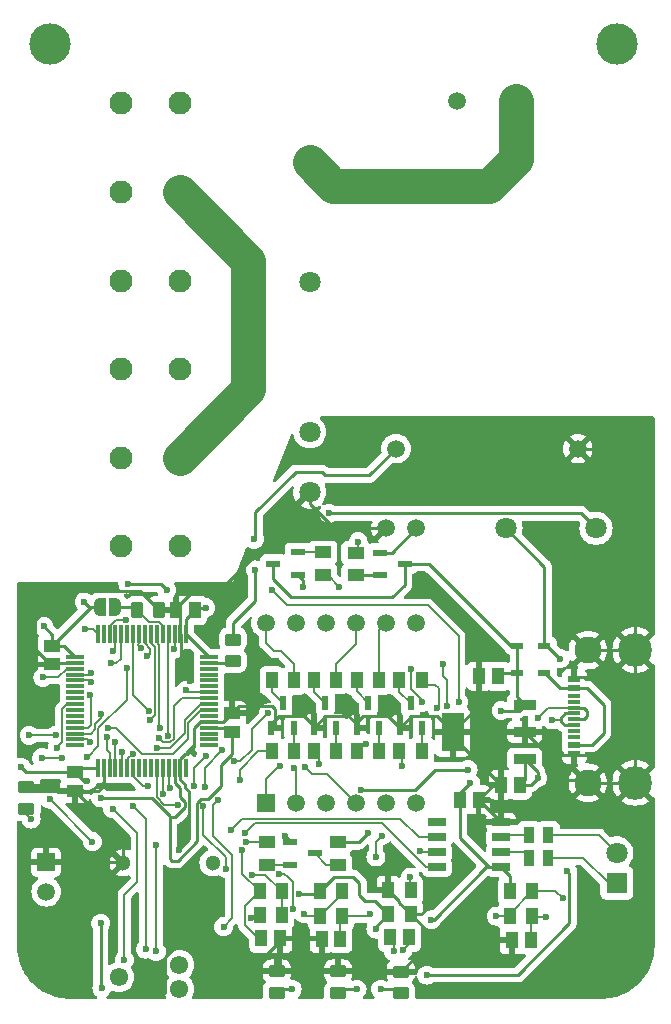
<source format=gbr>
%TF.GenerationSoftware,KiCad,Pcbnew,7.0.1*%
%TF.CreationDate,2024-01-25T20:06:11+01:00*%
%TF.ProjectId,OpenReflowPlate,4f70656e-5265-4666-9c6f-77506c617465,rev?*%
%TF.SameCoordinates,Original*%
%TF.FileFunction,Copper,L2,Bot*%
%TF.FilePolarity,Positive*%
%FSLAX46Y46*%
G04 Gerber Fmt 4.6, Leading zero omitted, Abs format (unit mm)*
G04 Created by KiCad (PCBNEW 7.0.1) date 2024-01-25 20:06:11*
%MOMM*%
%LPD*%
G01*
G04 APERTURE LIST*
G04 Aperture macros list*
%AMRoundRect*
0 Rectangle with rounded corners*
0 $1 Rounding radius*
0 $2 $3 $4 $5 $6 $7 $8 $9 X,Y pos of 4 corners*
0 Add a 4 corners polygon primitive as box body*
4,1,4,$2,$3,$4,$5,$6,$7,$8,$9,$2,$3,0*
0 Add four circle primitives for the rounded corners*
1,1,$1+$1,$2,$3*
1,1,$1+$1,$4,$5*
1,1,$1+$1,$6,$7*
1,1,$1+$1,$8,$9*
0 Add four rect primitives between the rounded corners*
20,1,$1+$1,$2,$3,$4,$5,0*
20,1,$1+$1,$4,$5,$6,$7,0*
20,1,$1+$1,$6,$7,$8,$9,0*
20,1,$1+$1,$8,$9,$2,$3,0*%
%AMFreePoly0*
4,1,19,0.500000,-0.750000,0.000000,-0.750000,0.000000,-0.744911,-0.071157,-0.744911,-0.207708,-0.704816,-0.327430,-0.627875,-0.420627,-0.520320,-0.479746,-0.390866,-0.500000,-0.250000,-0.500000,0.250000,-0.479746,0.390866,-0.420627,0.520320,-0.327430,0.627875,-0.207708,0.704816,-0.071157,0.744911,0.000000,0.744911,0.000000,0.750000,0.500000,0.750000,0.500000,-0.750000,0.500000,-0.750000,
$1*%
%AMFreePoly1*
4,1,19,0.000000,0.744911,0.071157,0.744911,0.207708,0.704816,0.327430,0.627875,0.420627,0.520320,0.479746,0.390866,0.500000,0.250000,0.500000,-0.250000,0.479746,-0.390866,0.420627,-0.520320,0.327430,-0.627875,0.207708,-0.704816,0.071157,-0.744911,0.000000,-0.744911,0.000000,-0.750000,-0.500000,-0.750000,-0.500000,0.750000,0.000000,0.750000,0.000000,0.744911,0.000000,0.744911,
$1*%
G04 Aperture macros list end*
%TA.AperFunction,ComponentPad*%
%ADD10R,1.500000X1.500000*%
%TD*%
%TA.AperFunction,ComponentPad*%
%ADD11C,1.500000*%
%TD*%
%TA.AperFunction,ComponentPad*%
%ADD12C,1.950000*%
%TD*%
%TA.AperFunction,ComponentPad*%
%ADD13C,1.800000*%
%TD*%
%TA.AperFunction,ComponentPad*%
%ADD14R,1.800000X1.800000*%
%TD*%
%TA.AperFunction,ComponentPad*%
%ADD15C,1.550000*%
%TD*%
%TA.AperFunction,SMDPad,CuDef*%
%ADD16RoundRect,0.250000X0.262500X0.450000X-0.262500X0.450000X-0.262500X-0.450000X0.262500X-0.450000X0*%
%TD*%
%TA.AperFunction,SMDPad,CuDef*%
%ADD17R,1.000000X1.450000*%
%TD*%
%TA.AperFunction,SMDPad,CuDef*%
%ADD18R,0.600000X1.250000*%
%TD*%
%TA.AperFunction,SMDPad,CuDef*%
%ADD19R,1.020000X1.470000*%
%TD*%
%TA.AperFunction,ComponentPad*%
%ADD20C,1.300000*%
%TD*%
%TA.AperFunction,SMDPad,CuDef*%
%ADD21R,1.470000X1.020000*%
%TD*%
%TA.AperFunction,SMDPad,CuDef*%
%ADD22R,1.450000X1.000000*%
%TD*%
%TA.AperFunction,SMDPad,CuDef*%
%ADD23R,1.075000X0.500000*%
%TD*%
%TA.AperFunction,SMDPad,CuDef*%
%ADD24R,1.250000X0.600000*%
%TD*%
%TA.AperFunction,SMDPad,CuDef*%
%ADD25RoundRect,0.075000X0.700000X0.075000X-0.700000X0.075000X-0.700000X-0.075000X0.700000X-0.075000X0*%
%TD*%
%TA.AperFunction,SMDPad,CuDef*%
%ADD26RoundRect,0.075000X0.075000X0.700000X-0.075000X0.700000X-0.075000X-0.700000X0.075000X-0.700000X0*%
%TD*%
%TA.AperFunction,SMDPad,CuDef*%
%ADD27FreePoly0,0.000000*%
%TD*%
%TA.AperFunction,SMDPad,CuDef*%
%ADD28FreePoly1,0.000000*%
%TD*%
%TA.AperFunction,SMDPad,CuDef*%
%ADD29RoundRect,0.250000X0.450000X-0.262500X0.450000X0.262500X-0.450000X0.262500X-0.450000X-0.262500X0*%
%TD*%
%TA.AperFunction,SMDPad,CuDef*%
%ADD30RoundRect,0.250000X-0.450000X0.262500X-0.450000X-0.262500X0.450000X-0.262500X0.450000X0.262500X0*%
%TD*%
%TA.AperFunction,SMDPad,CuDef*%
%ADD31R,1.950000X0.900000*%
%TD*%
%TA.AperFunction,SMDPad,CuDef*%
%ADD32R,1.950000X3.200000*%
%TD*%
%TA.AperFunction,SMDPad,CuDef*%
%ADD33R,0.960000X1.390000*%
%TD*%
%TA.AperFunction,SMDPad,CuDef*%
%ADD34R,1.100000X0.600000*%
%TD*%
%TA.AperFunction,SMDPad,CuDef*%
%ADD35R,1.100000X0.300000*%
%TD*%
%TA.AperFunction,ComponentPad*%
%ADD36C,2.280000*%
%TD*%
%TA.AperFunction,ComponentPad*%
%ADD37C,2.850000*%
%TD*%
%TA.AperFunction,SMDPad,CuDef*%
%ADD38R,1.525000X0.650000*%
%TD*%
%TA.AperFunction,ViaPad*%
%ADD39C,3.500000*%
%TD*%
%TA.AperFunction,ViaPad*%
%ADD40C,0.600000*%
%TD*%
%TA.AperFunction,ViaPad*%
%ADD41C,5.000000*%
%TD*%
%TA.AperFunction,Conductor*%
%ADD42C,0.250000*%
%TD*%
%TA.AperFunction,Conductor*%
%ADD43C,0.150000*%
%TD*%
%TA.AperFunction,Conductor*%
%ADD44C,3.000000*%
%TD*%
G04 APERTURE END LIST*
D10*
%TO.P,U1,1,e*%
%TO.N,D_e*%
X108300000Y-85240000D03*
D11*
%TO.P,U1,2,d*%
%TO.N,D_d*%
X110840000Y-85240000D03*
%TO.P,U1,3,DPX*%
%TO.N,D_dp*%
X113380000Y-85240000D03*
%TO.P,U1,4,c*%
%TO.N,D_c*%
X115920000Y-85240000D03*
%TO.P,U1,5,g*%
%TO.N,D_g*%
X118460000Y-85240000D03*
%TO.P,U1,6,CC4*%
%TO.N,CC_4*%
X121000000Y-85240000D03*
%TO.P,U1,7,b*%
%TO.N,D_b*%
X121000000Y-70000000D03*
%TO.P,U1,8,CC3*%
%TO.N,CC_3*%
X118460000Y-70000000D03*
%TO.P,U1,9,CC2*%
%TO.N,CC_2*%
X115920000Y-70000000D03*
%TO.P,U1,10,f*%
%TO.N,D_f*%
X113380000Y-70000000D03*
%TO.P,U1,11,a*%
%TO.N,D_a*%
X110840000Y-70000000D03*
%TO.P,U1,12,CC1*%
%TO.N,CC_1*%
X108300000Y-70000000D03*
%TD*%
D12*
%TO.P,J3,1*%
%TO.N,Net-(K1-AC_LOAD_2)*%
X101000000Y-48500000D03*
%TO.P,J3,2*%
%TO.N,AC_N*%
X101000000Y-56000000D03*
%TO.P,J3,3*%
%TO.N,AC_ground*%
X101000000Y-63500000D03*
%TO.P,J3,A1*%
%TO.N,Net-(K1-AC_LOAD_2)*%
X96000000Y-48500000D03*
%TO.P,J3,A2*%
%TO.N,AC_N*%
X96000000Y-56000000D03*
%TO.P,J3,A3*%
%TO.N,AC_ground*%
X96000000Y-63500000D03*
%TD*%
D13*
%TO.P,K1,1,AC_LOAD_1*%
%TO.N,AC_L*%
X112000000Y-31000000D03*
%TO.P,K1,2,AC_LOAD_2*%
%TO.N,Net-(K1-AC_LOAD_2)*%
X112000000Y-41100000D03*
%TO.P,K1,3,+DC_INPUT*%
%TO.N,Activation_out1*%
X112000000Y-53800000D03*
%TO.P,K1,4,_-DC_INPUT*%
%TO.N,GND*%
X112000000Y-58900000D03*
%TD*%
%TO.P,K2,1,COM*%
%TO.N,DC_Out2*%
X136240000Y-61975000D03*
%TO.P,K2,2,NO*%
%TO.N,AC_Vdcin+*%
X128620000Y-61975000D03*
D11*
%TO.P,K2,3,COIL_1*%
%TO.N,Activation_out2*%
X121000000Y-61975000D03*
%TO.P,K2,4,COIL_2*%
%TO.N,GND*%
X118460000Y-61975000D03*
%TD*%
D10*
%TO.P,J2,1,1*%
%TO.N,GND*%
X89675000Y-90250000D03*
D11*
%TO.P,J2,2,2*%
%TO.N,DC_Out2*%
X89675000Y-92750000D03*
%TD*%
D14*
%TO.P,J1,1,1*%
%TO.N,Net-(J1-Pad1)*%
X138000000Y-92000000D03*
D13*
%TO.P,J1,2,2*%
%TO.N,Net-(J1-Pad2)*%
X138000000Y-89460000D03*
%TD*%
D12*
%TO.P,J4,1*%
%TO.N,AC_L*%
X101000000Y-26000000D03*
%TO.P,J4,2*%
%TO.N,AC_N*%
X101000000Y-33500000D03*
%TO.P,J4,3*%
%TO.N,AC_ground*%
X101000000Y-41000000D03*
%TO.P,J4,A1*%
%TO.N,AC_L*%
X96000000Y-26000000D03*
%TO.P,J4,A2*%
%TO.N,AC_N*%
X96000000Y-33500000D03*
%TO.P,J4,A3*%
%TO.N,AC_ground*%
X96000000Y-41000000D03*
%TD*%
D15*
%TO.P,SWD,7*%
%TO.N,N/C*%
X95860000Y-99965000D03*
%TO.P,SWD,8*%
X100940000Y-98949000D03*
%TO.P,SWD,9*%
X100940000Y-100981000D03*
%TD*%
D11*
%TO.P,AC/DC 3w,1,AC_1*%
%TO.N,AC_L*%
X129500000Y-25825000D03*
%TO.P,AC/DC 3w,2,AC_2*%
%TO.N,AC_N*%
X124500000Y-25825000D03*
%TO.P,AC/DC 3w,3,-V0*%
%TO.N,GND*%
X134700000Y-55225000D03*
%TO.P,AC/DC 3w,4,+V0*%
%TO.N,AC_Vdcin+*%
X119300000Y-55225000D03*
%TD*%
D16*
%TO.P,R14,1*%
%TO.N,GND*%
X99212500Y-68900000D03*
%TO.P,R14,2*%
%TO.N,Net-(JP1-B)*%
X97387500Y-68900000D03*
%TD*%
D17*
%TO.P,R9,1*%
%TO.N,C_3*%
X115985000Y-80850000D03*
%TO.P,R9,2*%
%TO.N,Net-(Q3-Pad1)*%
X117885000Y-80850000D03*
%TD*%
%TO.P,R3,1*%
%TO.N,Net-(Q1-Pad3)*%
X108760000Y-74850000D03*
%TO.P,R3,2*%
%TO.N,CC_1*%
X110660000Y-74850000D03*
%TD*%
D18*
%TO.P,Q4,1*%
%TO.N,Net-(Q4-Pad1)*%
X121510000Y-78900000D03*
%TO.P,Q4,2*%
%TO.N,GND*%
X119600000Y-78900000D03*
%TO.P,Q4,3*%
%TO.N,Net-(Q4-Pad3)*%
X120555000Y-76800000D03*
%TD*%
D17*
%TO.P,R1,1*%
%TO.N,C_1*%
X108760000Y-80850000D03*
%TO.P,R1,2*%
%TO.N,Net-(Q1-Pad1)*%
X110660000Y-80850000D03*
%TD*%
D19*
%TO.P,C8,1*%
%TO.N,BUT_RIGHT*%
X130700000Y-96795000D03*
%TO.P,C8,2*%
%TO.N,GND*%
X129100000Y-96795000D03*
%TD*%
D20*
%TO.P,Buzzer,1,+*%
%TO.N,Net-(LS1-+)*%
X103800000Y-90300000D03*
%TO.P,Buzzer,2,-*%
%TO.N,GND*%
X96200000Y-90300000D03*
%TD*%
D19*
%TO.P,C11,1*%
%TO.N,BUT_ENTER*%
X120400000Y-96600000D03*
%TO.P,C11,2*%
%TO.N,Net-(C11-Pad2)*%
X118800000Y-96600000D03*
%TD*%
D17*
%TO.P,R12,1*%
%TO.N,Net-(Q4-Pad3)*%
X119585000Y-74850000D03*
%TO.P,R12,2*%
%TO.N,CC_4*%
X121485000Y-74850000D03*
%TD*%
D21*
%TO.P,C4,1*%
%TO.N,GND*%
X105400000Y-77600000D03*
%TO.P,C4,2*%
%TO.N,+3V3*%
X105400000Y-79200000D03*
%TD*%
D19*
%TO.P,C2,1*%
%TO.N,+5V*%
X127950000Y-74500000D03*
%TO.P,C2,2*%
%TO.N,GND*%
X126350000Y-74500000D03*
%TD*%
D17*
%TO.P,R11,1*%
%TO.N,C_4*%
X119585000Y-80850000D03*
%TO.P,R11,2*%
%TO.N,Net-(Q4-Pad1)*%
X121485000Y-80850000D03*
%TD*%
D22*
%TO.P,R26,1*%
%TO.N,C_out2*%
X115900000Y-64050000D03*
%TO.P,R26,2*%
%TO.N,Net-(Q7-Pad1)*%
X115900000Y-65950000D03*
%TD*%
D23*
%TO.P,D2,1*%
%TO.N,+5V*%
X129538000Y-71900000D03*
%TO.P,D2,2*%
%TO.N,AC_Vdcin+*%
X131862000Y-71900000D03*
%TD*%
D22*
%TO.P,R20,1*%
%TO.N,+5V*%
X114350000Y-88550000D03*
%TO.P,R20,2*%
%TO.N,Net-(Q5-Pad3)*%
X114350000Y-90450000D03*
%TD*%
%TO.P,R19,1*%
%TO.N,C_buzzer*%
X108350000Y-88550000D03*
%TO.P,R19,2*%
%TO.N,Net-(Q5-Pad1)*%
X108350000Y-90450000D03*
%TD*%
D18*
%TO.P,Q2,1*%
%TO.N,Net-(Q2-Pad1)*%
X114255000Y-78850000D03*
%TO.P,Q2,2*%
%TO.N,GND*%
X112345000Y-78850000D03*
%TO.P,Q2,3*%
%TO.N,Net-(Q2-Pad3)*%
X113300000Y-76750000D03*
%TD*%
D17*
%TO.P,R24,1*%
%TO.N,GND*%
X120550000Y-94655000D03*
%TO.P,R24,2*%
%TO.N,+3V3*%
X118650000Y-94655000D03*
%TD*%
D24*
%TO.P,Q7,1*%
%TO.N,Net-(Q7-Pad1)*%
X117950000Y-65955000D03*
%TO.P,Q7,2*%
%TO.N,Activation_out2*%
X117950000Y-64045000D03*
%TO.P,Q7,3*%
%TO.N,+5V*%
X120050000Y-65000000D03*
%TD*%
D25*
%TO.P,U2,1,VBAT*%
%TO.N,+3V3*%
X103475000Y-72850000D03*
%TO.P,U2,2,PC13*%
%TO.N,Net-(U2-PC13)*%
X103475000Y-73350000D03*
%TO.P,U2,3,PC14*%
%TO.N,unconnected-(U2-PC14-Pad3)*%
X103475000Y-73850000D03*
%TO.P,U2,4,PC15*%
%TO.N,unconnected-(U2-PC15-Pad4)*%
X103475000Y-74350000D03*
%TO.P,U2,5,PH0*%
%TO.N,unconnected-(U2-PH0-Pad5)*%
X103475000Y-74850000D03*
%TO.P,U2,6,PH1*%
%TO.N,unconnected-(U2-PH1-Pad6)*%
X103475000Y-75350000D03*
%TO.P,U2,7,NRST*%
%TO.N,reset*%
X103475000Y-75850000D03*
%TO.P,U2,8,PC0*%
%TO.N,LED_OUT1*%
X103475000Y-76350000D03*
%TO.P,U2,9,PC1*%
%TO.N,LED_OUT2*%
X103475000Y-76850000D03*
%TO.P,U2,10,PC2*%
%TO.N,LED_LIFE*%
X103475000Y-77350000D03*
%TO.P,U2,11,PC3*%
%TO.N,unconnected-(U2-PC3-Pad11)*%
X103475000Y-77850000D03*
%TO.P,U2,12,VSSA*%
%TO.N,GND*%
X103475000Y-78350000D03*
%TO.P,U2,13,VDDA*%
%TO.N,+3V3*%
X103475000Y-78850000D03*
%TO.P,U2,14,PA0*%
%TO.N,unconnected-(U2-PA0-Pad14)*%
X103475000Y-79350000D03*
%TO.P,U2,15,PA1*%
%TO.N,unconnected-(U2-PA1-Pad15)*%
X103475000Y-79850000D03*
%TO.P,U2,16,PA2*%
%TO.N,unconnected-(U2-PA2-Pad16)*%
X103475000Y-80350000D03*
D26*
%TO.P,U2,17,PA3*%
%TO.N,unconnected-(U2-PA3-Pad17)*%
X101550000Y-82275000D03*
%TO.P,U2,18,VSS*%
%TO.N,GND*%
X101050000Y-82275000D03*
%TO.P,U2,19,VDD*%
%TO.N,+3V3*%
X100550000Y-82275000D03*
%TO.P,U2,20,PA4*%
%TO.N,SPI1_NSS*%
X100050000Y-82275000D03*
%TO.P,U2,21,PA5*%
%TO.N,SPI_CLK*%
X99550000Y-82275000D03*
%TO.P,U2,22,PA6*%
%TO.N,SPI_MISO*%
X99050000Y-82275000D03*
%TO.P,U2,23,PA7*%
%TO.N,unconnected-(U2-PA7-Pad23)*%
X98550000Y-82275000D03*
%TO.P,U2,24,PC4*%
%TO.N,unconnected-(U2-PC4-Pad24)*%
X98050000Y-82275000D03*
%TO.P,U2,25,PC5*%
%TO.N,unconnected-(U2-PC5-Pad25)*%
X97550000Y-82275000D03*
%TO.P,U2,26,PB0*%
%TO.N,C_1*%
X97050000Y-82275000D03*
%TO.P,U2,27,PB1*%
%TO.N,C_2*%
X96550000Y-82275000D03*
%TO.P,U2,28,PB2*%
%TO.N,C_3*%
X96050000Y-82275000D03*
%TO.P,U2,29,PB10*%
%TO.N,D_g*%
X95550000Y-82275000D03*
%TO.P,U2,30,PB11*%
%TO.N,D_dp*%
X95050000Y-82275000D03*
%TO.P,U2,31,VSS*%
%TO.N,GND*%
X94550000Y-82275000D03*
%TO.P,U2,32,VDD*%
%TO.N,+3V3*%
X94050000Y-82275000D03*
D25*
%TO.P,U2,33,PB12*%
%TO.N,unconnected-(U2-PB12-Pad33)*%
X92125000Y-80350000D03*
%TO.P,U2,34,PB13*%
%TO.N,C_buzzer*%
X92125000Y-79850000D03*
%TO.P,U2,35,PB14*%
%TO.N,C_out1*%
X92125000Y-79350000D03*
%TO.P,U2,36,PB15*%
%TO.N,C_out2*%
X92125000Y-78850000D03*
%TO.P,U2,37,PC6*%
%TO.N,unconnected-(U2-PC6-Pad37)*%
X92125000Y-78350000D03*
%TO.P,U2,38,PC7*%
%TO.N,unconnected-(U2-PC7-Pad38)*%
X92125000Y-77850000D03*
%TO.P,U2,39,PC8*%
%TO.N,unconnected-(U2-PC8-Pad39)*%
X92125000Y-77350000D03*
%TO.P,U2,40,PC9*%
%TO.N,BUT_LEFT*%
X92125000Y-76850000D03*
%TO.P,U2,41,PA8*%
%TO.N,unconnected-(U2-PA8-Pad41)*%
X92125000Y-76350000D03*
%TO.P,U2,42,PA9*%
%TO.N,unconnected-(U2-PA9-Pad42)*%
X92125000Y-75850000D03*
%TO.P,U2,43,PA10*%
%TO.N,unconnected-(U2-PA10-Pad43)*%
X92125000Y-75350000D03*
%TO.P,U2,44,PA11*%
%TO.N,USB_D-*%
X92125000Y-74850000D03*
%TO.P,U2,45,PA12*%
%TO.N,USB_D+*%
X92125000Y-74350000D03*
%TO.P,U2,46,PA13*%
%TO.N,SWDIO*%
X92125000Y-73850000D03*
%TO.P,U2,47,VSS*%
%TO.N,GND*%
X92125000Y-73350000D03*
%TO.P,U2,48,VDDUSB*%
%TO.N,+3V3*%
X92125000Y-72850000D03*
D26*
%TO.P,U2,49,PA14*%
%TO.N,SWCLK*%
X94050000Y-70925000D03*
%TO.P,U2,50,PA15*%
%TO.N,unconnected-(U2-PA15-Pad50)*%
X94550000Y-70925000D03*
%TO.P,U2,51,PC10*%
%TO.N,BUT_RIGHT*%
X95050000Y-70925000D03*
%TO.P,U2,52,PC11*%
%TO.N,BUT_ENTER*%
X95550000Y-70925000D03*
%TO.P,U2,53,PC12*%
%TO.N,BUT_BACK*%
X96050000Y-70925000D03*
%TO.P,U2,54,PD2*%
%TO.N,unconnected-(U2-PD2-Pad54)*%
X96550000Y-70925000D03*
%TO.P,U2,55,PB3*%
%TO.N,C_4*%
X97050000Y-70925000D03*
%TO.P,U2,56,PB4*%
%TO.N,D_a*%
X97550000Y-70925000D03*
%TO.P,U2,57,PB5*%
%TO.N,D_b*%
X98050000Y-70925000D03*
%TO.P,U2,58,PB6*%
%TO.N,D_c*%
X98550000Y-70925000D03*
%TO.P,U2,59,PB7*%
%TO.N,D_d*%
X99050000Y-70925000D03*
%TO.P,U2,60,BOOT0*%
%TO.N,Net-(JP1-B)*%
X99550000Y-70925000D03*
%TO.P,U2,61,PB8*%
%TO.N,D_e*%
X100050000Y-70925000D03*
%TO.P,U2,62,PB9*%
%TO.N,D_f*%
X100550000Y-70925000D03*
%TO.P,U2,63,VSS*%
%TO.N,GND*%
X101050000Y-70925000D03*
%TO.P,U2,64,VDD*%
%TO.N,+3V3*%
X101550000Y-70925000D03*
%TD*%
D17*
%TO.P,R6,1*%
%TO.N,Net-(Q2-Pad3)*%
X112350000Y-74800000D03*
%TO.P,R6,2*%
%TO.N,CC_2*%
X114250000Y-74800000D03*
%TD*%
%TO.P,R5,1*%
%TO.N,C_2*%
X112350000Y-80800000D03*
%TO.P,R5,2*%
%TO.N,Net-(Q2-Pad1)*%
X114250000Y-80800000D03*
%TD*%
%TO.P,R21,1*%
%TO.N,BUT_ENTER*%
X120550000Y-92600000D03*
%TO.P,R21,2*%
%TO.N,GND*%
X118650000Y-92600000D03*
%TD*%
D27*
%TO.P,JP1,1,A*%
%TO.N,+3V3*%
X94250000Y-68600000D03*
D28*
%TO.P,JP1,2,B*%
%TO.N,Net-(JP1-B)*%
X95550000Y-68600000D03*
%TD*%
D29*
%TO.P,R13,1*%
%TO.N,Net-(U2-PC13)*%
X105500000Y-73212500D03*
%TO.P,R13,2*%
%TO.N,AC_Vdcin+*%
X105500000Y-71387500D03*
%TD*%
D17*
%TO.P,R25,1*%
%TO.N,Net-(R22-Pad2)*%
X114750000Y-92705000D03*
%TO.P,R25,2*%
%TO.N,+3V3*%
X112850000Y-92705000D03*
%TD*%
D30*
%TO.P,R7,1*%
%TO.N,GND*%
X114400000Y-99487500D03*
%TO.P,R7,2*%
%TO.N,Net-(LED3-Pad1)*%
X114400000Y-101312500D03*
%TD*%
D31*
%TO.P,IC2,1,VIN*%
%TO.N,+5V*%
X130200000Y-76900000D03*
%TO.P,IC2,2,GND_1*%
%TO.N,GND*%
X130200000Y-79200000D03*
%TO.P,IC2,3,VOUT*%
%TO.N,+3V3*%
X130200000Y-81500000D03*
D32*
%TO.P,IC2,4,GND_2*%
%TO.N,GND*%
X124100000Y-79200000D03*
%TD*%
D33*
%TO.P,LFB1,1*%
%TO.N,Net-(J1-Pad2)*%
X132179188Y-87965000D03*
%TO.P,LFB1,2*%
%TO.N,Net-(IC1-T-)*%
X130559188Y-87965000D03*
%TD*%
D23*
%TO.P,D1,1*%
%TO.N,+5V*%
X129538000Y-74200000D03*
%TO.P,D1,2*%
%TO.N,USB_Vin+*%
X131862000Y-74200000D03*
%TD*%
D17*
%TO.P,R17,1*%
%TO.N,Net-(R16-Pad1)*%
X109650000Y-92700000D03*
%TO.P,R17,2*%
%TO.N,BUT_LEFT*%
X107750000Y-92700000D03*
%TD*%
%TO.P,R18,1*%
%TO.N,Net-(R15-Pad2)*%
X130850000Y-92695000D03*
%TO.P,R18,2*%
%TO.N,+3V3*%
X128950000Y-92695000D03*
%TD*%
D34*
%TO.P,J5,A1,GND_1*%
%TO.N,GND*%
X134400000Y-74700000D03*
%TO.P,J5,A4,VBUS_1*%
%TO.N,USB_Vin+*%
X134400000Y-75500000D03*
D35*
%TO.P,J5,A5,CC1*%
%TO.N,unconnected-(J5-CC1-PadA5)*%
X134400000Y-76650000D03*
%TO.P,J5,A6,DP1*%
%TO.N,USB_D+*%
X134400000Y-77650000D03*
%TO.P,J5,A7,DN1*%
%TO.N,USB_D-*%
X134400000Y-78150000D03*
%TO.P,J5,A8,SBU1*%
%TO.N,unconnected-(J5-SBU1-PadA8)*%
X134400000Y-79150000D03*
D34*
%TO.P,J5,A9,VBUS_2*%
%TO.N,USB_Vin+*%
X134400000Y-80300000D03*
%TO.P,J5,A12,GND_2*%
%TO.N,GND*%
X134400000Y-81100000D03*
D35*
%TO.P,J5,B5,CC2*%
%TO.N,unconnected-(J5-CC2-PadB5)*%
X134400000Y-79650000D03*
%TO.P,J5,B6,DP2*%
%TO.N,USB_D+*%
X134400000Y-78650000D03*
%TO.P,J5,B7,DN2*%
%TO.N,USB_D-*%
X134400000Y-77150000D03*
%TO.P,J5,B8,SBU2*%
%TO.N,unconnected-(J5-SBU2-PadB8)*%
X134400000Y-76150000D03*
D36*
%TO.P,J5,MH1,MH1*%
%TO.N,GND*%
X135550000Y-72280000D03*
D37*
%TO.P,J5,MH2,MH2*%
X139550000Y-72280000D03*
%TO.P,J5,MH3,MH3*%
X139550000Y-83520000D03*
D36*
%TO.P,J5,MH4,MH4*%
X135550000Y-83520000D03*
%TD*%
D17*
%TO.P,R22,1*%
%TO.N,BUT_BACK*%
X114750000Y-94800000D03*
%TO.P,R22,2*%
%TO.N,Net-(R22-Pad2)*%
X112850000Y-94800000D03*
%TD*%
D18*
%TO.P,Q1,1*%
%TO.N,Net-(Q1-Pad1)*%
X110655000Y-78900000D03*
%TO.P,Q1,2*%
%TO.N,GND*%
X108745000Y-78900000D03*
%TO.P,Q1,3*%
%TO.N,Net-(Q1-Pad3)*%
X109700000Y-76800000D03*
%TD*%
D30*
%TO.P,R4,1*%
%TO.N,GND*%
X109200000Y-99487500D03*
%TO.P,R4,2*%
%TO.N,Net-(LED2-Pad1)*%
X109200000Y-101312500D03*
%TD*%
D38*
%TO.P,IC1,1,GND*%
%TO.N,GND*%
X128200000Y-86860000D03*
%TO.P,IC1,2,T-*%
%TO.N,Net-(IC1-T-)*%
X128200000Y-88130000D03*
%TO.P,IC1,3,T+*%
%TO.N,Net-(IC1-T+)*%
X128200000Y-89400000D03*
%TO.P,IC1,4,VCC*%
%TO.N,+3V3*%
X128200000Y-90670000D03*
%TO.P,IC1,5,SCK*%
%TO.N,SPI_CLK*%
X122776000Y-90670000D03*
%TO.P,IC1,6,~{CS}*%
%TO.N,SPI1_NSS*%
X122776000Y-89400000D03*
%TO.P,IC1,7,SO*%
%TO.N,SPI_MISO*%
X122776000Y-88130000D03*
%TO.P,IC1,8,DNC*%
%TO.N,unconnected-(IC1-DNC-Pad8)*%
X122776000Y-86860000D03*
%TD*%
D21*
%TO.P,C5,1*%
%TO.N,GND*%
X90200000Y-73500000D03*
%TO.P,C5,2*%
%TO.N,+3V3*%
X90200000Y-71900000D03*
%TD*%
D33*
%TO.P,LFB2,1*%
%TO.N,Net-(J1-Pad1)*%
X132189188Y-89865000D03*
%TO.P,LFB2,2*%
%TO.N,Net-(IC1-T+)*%
X130569188Y-89865000D03*
%TD*%
D30*
%TO.P,R2,1*%
%TO.N,GND*%
X119700000Y-99500000D03*
%TO.P,R2,2*%
%TO.N,Net-(LED1-Pad1)*%
X119700000Y-101325000D03*
%TD*%
D19*
%TO.P,C9,1*%
%TO.N,GND*%
X109500000Y-96700000D03*
%TO.P,C9,2*%
%TO.N,BUT_LEFT*%
X107900000Y-96700000D03*
%TD*%
%TO.P,C1,1*%
%TO.N,+3V3*%
X124688000Y-84965000D03*
%TO.P,C1,2*%
%TO.N,GND*%
X126288000Y-84965000D03*
%TD*%
D17*
%TO.P,R10,1*%
%TO.N,Net-(Q3-Pad3)*%
X115985000Y-74850000D03*
%TO.P,R10,2*%
%TO.N,CC_3*%
X117885000Y-74850000D03*
%TD*%
D22*
%TO.P,R23,1*%
%TO.N,C_out1*%
X113100000Y-65905000D03*
%TO.P,R23,2*%
%TO.N,Net-(Q6-Pad1)*%
X113100000Y-64005000D03*
%TD*%
D19*
%TO.P,C10,1*%
%TO.N,BUT_BACK*%
X114600000Y-96705000D03*
%TO.P,C10,2*%
%TO.N,GND*%
X113000000Y-96705000D03*
%TD*%
D24*
%TO.P,Q5,1*%
%TO.N,Net-(Q5-Pad1)*%
X110300000Y-90455000D03*
%TO.P,Q5,2*%
%TO.N,Net-(LS1-+)*%
X110300000Y-88545000D03*
%TO.P,Q5,3*%
%TO.N,Net-(Q5-Pad3)*%
X112400000Y-89500000D03*
%TD*%
D30*
%TO.P,R8,1*%
%TO.N,GND*%
X88000000Y-83900000D03*
%TO.P,R8,2*%
%TO.N,Net-(LED4-Pad1)*%
X88000000Y-85725000D03*
%TD*%
D17*
%TO.P,R15,1*%
%TO.N,BUT_RIGHT*%
X130850000Y-94800000D03*
%TO.P,R15,2*%
%TO.N,Net-(R15-Pad2)*%
X128950000Y-94800000D03*
%TD*%
D18*
%TO.P,Q3,1*%
%TO.N,Net-(Q3-Pad1)*%
X117900000Y-78900000D03*
%TO.P,Q3,2*%
%TO.N,GND*%
X115990000Y-78900000D03*
%TO.P,Q3,3*%
%TO.N,Net-(Q3-Pad3)*%
X116945000Y-76800000D03*
%TD*%
D19*
%TO.P,C3,1*%
%TO.N,+3V3*%
X129800000Y-83700000D03*
%TO.P,C3,2*%
%TO.N,GND*%
X128200000Y-83700000D03*
%TD*%
%TO.P,C6,1*%
%TO.N,GND*%
X100700000Y-68900000D03*
%TO.P,C6,2*%
%TO.N,+3V3*%
X102300000Y-68900000D03*
%TD*%
D21*
%TO.P,C7,1*%
%TO.N,GND*%
X92100000Y-84200000D03*
%TO.P,C7,2*%
%TO.N,+3V3*%
X92100000Y-82600000D03*
%TD*%
D24*
%TO.P,Q6,1*%
%TO.N,Net-(Q6-Pad1)*%
X111000000Y-64000000D03*
%TO.P,Q6,2*%
%TO.N,Activation_out1*%
X111000000Y-65910000D03*
%TO.P,Q6,3*%
%TO.N,+5V*%
X108900000Y-64955000D03*
%TD*%
D17*
%TO.P,R16,1*%
%TO.N,Net-(R16-Pad1)*%
X109650000Y-94700000D03*
%TO.P,R16,2*%
%TO.N,+3V3*%
X107750000Y-94700000D03*
%TD*%
D39*
%TO.N,*%
X138000000Y-21000000D03*
X90000000Y-21000000D03*
D40*
%TO.N,GND*%
X100900000Y-89200000D03*
D41*
X91000000Y-98000000D03*
D40*
X105300000Y-75775500D03*
X99500000Y-101500500D03*
D41*
X138000000Y-98000000D03*
D40*
X113000000Y-96705000D03*
X101900000Y-74900000D03*
X122000000Y-94100000D03*
X117100000Y-92600000D03*
X106900000Y-98600000D03*
X100800000Y-97200000D03*
X127700000Y-96800000D03*
%TO.N,LED_LIFE*%
X94905996Y-78858030D03*
X88250500Y-79500000D03*
X90475500Y-79500000D03*
%TO.N,+5V*%
X116300000Y-84100000D03*
X116900000Y-87800000D03*
X125400000Y-82400000D03*
X128200000Y-77400000D03*
%TO.N,AC_Vdcin+*%
X133200000Y-73000000D03*
X121900000Y-99800000D03*
X107300000Y-62900000D03*
X133800000Y-91000000D03*
X107400000Y-65500000D03*
%TO.N,+3V3*%
X94400000Y-100900000D03*
X89479122Y-70279122D03*
X99900000Y-67200000D03*
X87575500Y-82200000D03*
X125600000Y-83500000D03*
X111100000Y-92900000D03*
X92900000Y-68200000D03*
X103200000Y-68700000D03*
X94300000Y-95400000D03*
X96600000Y-66700000D03*
X122300000Y-95100000D03*
X93138221Y-83358174D03*
X107024500Y-95000000D03*
X117600000Y-95900000D03*
X94300000Y-84800000D03*
X131300000Y-83100000D03*
%TO.N,SPI_CLK*%
X106495459Y-87759200D03*
X99600000Y-84500000D03*
%TO.N,SPI1_NSS*%
X121300000Y-89300000D03*
X100200000Y-84000000D03*
%TO.N,SPI_MISO*%
X100829122Y-85370878D03*
X105300000Y-87500000D03*
%TO.N,BUT_RIGHT*%
X108800000Y-67200000D03*
X132000000Y-94900000D03*
X124600000Y-76700000D03*
X96400000Y-69700000D03*
%TO.N,BUT_LEFT*%
X106300000Y-89200000D03*
X90599500Y-80600000D03*
%TO.N,BUT_BACK*%
X117600000Y-89800000D03*
X95200000Y-73400000D03*
X120582694Y-73924500D03*
X121500000Y-76700000D03*
X117100000Y-94600000D03*
X118100000Y-88000000D03*
%TO.N,BUT_ENTER*%
X123300000Y-73500000D03*
X95300000Y-72400000D03*
X119900000Y-97675500D03*
X123600000Y-77000000D03*
X120500000Y-91500000D03*
%TO.N,Net-(C11-Pad2)*%
X119100000Y-97800000D03*
%TO.N,DC_Out2*%
X113600000Y-60700000D03*
%TO.N,Net-(LED1-Pad1)*%
X118000000Y-101000000D03*
%TO.N,LED_OUT1*%
X99200000Y-79700000D03*
X104700000Y-95700000D03*
X103100000Y-83900000D03*
X104200000Y-85000000D03*
X104600000Y-80775500D03*
%TO.N,Net-(LED2-Pad1)*%
X110500000Y-101000000D03*
%TO.N,Net-(LED3-Pad1)*%
X116000000Y-101000000D03*
%TO.N,LED_OUT2*%
X103000000Y-85500000D03*
X109431286Y-91224066D03*
X110600000Y-94200000D03*
X104900000Y-90775500D03*
X103200000Y-81275500D03*
X102200000Y-83824500D03*
X99100000Y-80575500D03*
%TO.N,Net-(LED4-Pad1)*%
X88400000Y-86600000D03*
%TO.N,USB_D-*%
X93500000Y-75000000D03*
X131300000Y-78000000D03*
%TO.N,USB_D+*%
X132500000Y-78200000D03*
X93500000Y-74200000D03*
%TO.N,SWDIO*%
X95300000Y-85700000D03*
X96300000Y-98500000D03*
X91000000Y-81400000D03*
X89400000Y-74600000D03*
X89300000Y-81400000D03*
%TO.N,SWCLK*%
X99000000Y-88800000D03*
X90000000Y-84900000D03*
X99000000Y-97800000D03*
X93600000Y-88500000D03*
X93000000Y-70500000D03*
%TO.N,reset*%
X98100000Y-97600000D03*
X101500000Y-75700000D03*
X97000000Y-85500000D03*
X93100000Y-81300000D03*
X96525500Y-73800000D03*
%TO.N,Activation_out1*%
X111400000Y-66900000D03*
%TO.N,Net-(LS1-+)*%
X109900000Y-88000000D03*
%TO.N,C_1*%
X98300000Y-83800000D03*
X106100000Y-83300000D03*
%TO.N,C_2*%
X96991756Y-81050500D03*
X112800000Y-81900000D03*
%TO.N,C_3*%
X96070878Y-80929122D03*
X116800000Y-80200000D03*
X108500000Y-77600000D03*
X105600000Y-81700000D03*
%TO.N,C_4*%
X119800000Y-82100000D03*
X98375500Y-77400000D03*
%TO.N,CC_4*%
X122800000Y-77224500D03*
%TO.N,C_buzzer*%
X106578358Y-88504104D03*
X93400000Y-80100000D03*
%TO.N,C_out1*%
X114500000Y-66900000D03*
X94300000Y-77700000D03*
%TO.N,C_out2*%
X116100000Y-63100000D03*
X93400000Y-76100000D03*
%TO.N,Net-(R15-Pad2)*%
X133400000Y-93300000D03*
X127800000Y-94800000D03*
%TO.N,Net-(R16-Pad1)*%
X107100000Y-91300000D03*
%TO.N,Net-(R22-Pad2)*%
X111500000Y-94600000D03*
%TO.N,D_e*%
X109500000Y-82100000D03*
X99975000Y-79575000D03*
%TO.N,D_d*%
X110700000Y-82300000D03*
X99300000Y-78900000D03*
%TO.N,D_dp*%
X94800000Y-79600000D03*
%TO.N,D_c*%
X111600000Y-82200000D03*
X98500000Y-78200000D03*
%TO.N,D_g*%
X95500000Y-80100000D03*
%TO.N,D_b*%
X98200000Y-72800000D03*
%TO.N,D_f*%
X100500000Y-72200000D03*
%TO.N,D_a*%
X97700000Y-72100000D03*
%TD*%
D42*
%TO.N,GND*%
X134400000Y-81100000D02*
X134400000Y-82370000D01*
X104650000Y-78350000D02*
X105400000Y-77600000D01*
X89675000Y-90250000D02*
X96150000Y-90250000D01*
X101050000Y-70925000D02*
X101075000Y-70950000D01*
X101400000Y-83600000D02*
X101050000Y-83250000D01*
X108745000Y-78555000D02*
X108745000Y-78900000D01*
X88300000Y-84200000D02*
X88000000Y-83900000D01*
X134400000Y-73430000D02*
X135550000Y-72280000D01*
X128200000Y-83700000D02*
X124100000Y-79600000D01*
X96150000Y-90250000D02*
X96200000Y-90300000D01*
X119600000Y-78900000D02*
X120600000Y-77900000D01*
X103475000Y-78350000D02*
X102705025Y-78350000D01*
X107825000Y-98600000D02*
X109500000Y-96925000D01*
X134400000Y-74700000D02*
X134400000Y-73430000D01*
X110100000Y-61500000D02*
X110100000Y-60800000D01*
X100900000Y-89200000D02*
X101804122Y-88295878D01*
X94550000Y-82275000D02*
X94550000Y-83750000D01*
X126350000Y-74500000D02*
X126350000Y-76950000D01*
X121185000Y-98015000D02*
X121385000Y-98015000D01*
X112345000Y-78745000D02*
X111500000Y-77900000D01*
X101050000Y-83250000D02*
X101050000Y-82275000D01*
X103475000Y-78350000D02*
X104650000Y-78350000D01*
X102200000Y-78855025D02*
X102200000Y-80500000D01*
X97612500Y-67300000D02*
X91100000Y-67300000D01*
X100700000Y-68900000D02*
X100700000Y-68705000D01*
X101455025Y-81100000D02*
X101050000Y-81505025D01*
X109400000Y-77900000D02*
X108745000Y-78555000D01*
X119550000Y-93500000D02*
X118650000Y-92600000D01*
X99212500Y-68900000D02*
X97612500Y-67300000D01*
X139550000Y-83520000D02*
X139550000Y-72280000D01*
X105300000Y-77500000D02*
X105400000Y-77600000D01*
X100700000Y-68705000D02*
X102205000Y-67200000D01*
X116500000Y-77900000D02*
X118600000Y-77900000D01*
X111500000Y-77900000D02*
X109400000Y-77900000D01*
X102705025Y-78350000D02*
X102200000Y-78855025D01*
X105300000Y-75775500D02*
X105300000Y-77500000D01*
X101400000Y-83900000D02*
X101400000Y-83600000D01*
X115990000Y-78900000D02*
X115990000Y-78590000D01*
X108825000Y-77025000D02*
X105975000Y-77025000D01*
X128183000Y-86860000D02*
X126288000Y-84965000D01*
X127705000Y-96795000D02*
X127700000Y-96800000D01*
X101050000Y-69250000D02*
X100700000Y-68900000D01*
X101804122Y-88295878D02*
X101804122Y-84304122D01*
X101075000Y-70950000D02*
X101075000Y-74075000D01*
X117100000Y-92600000D02*
X118650000Y-92600000D01*
X115990000Y-78590000D02*
X115300000Y-77900000D01*
X99700000Y-101300500D02*
X99500000Y-101500500D01*
X119700000Y-99500000D02*
X121185000Y-98015000D01*
X128200000Y-86860000D02*
X128183000Y-86860000D01*
X139550000Y-83520000D02*
X135550000Y-83520000D01*
X109075000Y-78570000D02*
X109075000Y-77275000D01*
X121700000Y-95805000D02*
X120550000Y-94655000D01*
X109500000Y-96700000D02*
X109500000Y-99187500D01*
X88700000Y-69700000D02*
X88700000Y-72225000D01*
X114400000Y-99487500D02*
X109200000Y-99487500D01*
X119687500Y-99487500D02*
X119700000Y-99500000D01*
X102205000Y-67200000D02*
X104400000Y-67200000D01*
X112995000Y-96700000D02*
X113000000Y-96705000D01*
X109500000Y-96925000D02*
X109500000Y-96700000D01*
X99700000Y-100900000D02*
X99700000Y-101300500D01*
X92100000Y-84200000D02*
X88300000Y-84200000D01*
X106900000Y-98600000D02*
X107825000Y-98600000D01*
X109500000Y-99187500D02*
X109200000Y-99487500D01*
X112000000Y-59913173D02*
X112000000Y-58900000D01*
X94550000Y-83750000D02*
X94100000Y-84200000D01*
X101050000Y-81505025D02*
X101050000Y-82275000D01*
X101600000Y-81100000D02*
X101455025Y-81100000D01*
X126350000Y-76950000D02*
X124100000Y-79200000D01*
X119550000Y-93655000D02*
X119550000Y-93500000D01*
X118600000Y-77900000D02*
X119600000Y-78900000D01*
X105975000Y-77025000D02*
X105400000Y-77600000D01*
X121385000Y-98015000D02*
X121700000Y-97700000D01*
X99700000Y-98300000D02*
X100800000Y-97200000D01*
X113295000Y-77900000D02*
X112345000Y-78850000D01*
X139550000Y-58550000D02*
X139550000Y-72280000D01*
X99212500Y-68900000D02*
X100700000Y-68900000D01*
X124100000Y-79200000D02*
X130200000Y-79200000D01*
X89975000Y-73500000D02*
X90200000Y-73500000D01*
X135550000Y-83520000D02*
X135330000Y-83300000D01*
X99700000Y-100900000D02*
X99700000Y-98300000D01*
X109075000Y-77275000D02*
X108825000Y-77025000D01*
X120600000Y-77900000D02*
X122800000Y-77900000D01*
X94100000Y-84200000D02*
X92100000Y-84200000D01*
X108745000Y-78900000D02*
X109075000Y-78570000D01*
X121700000Y-97700000D02*
X121700000Y-95805000D01*
X127553000Y-83700000D02*
X126288000Y-84965000D01*
X114061827Y-61975000D02*
X112000000Y-59913173D01*
X115300000Y-77900000D02*
X113295000Y-77900000D01*
X102200000Y-80500000D02*
X101600000Y-81100000D01*
X139550000Y-72280000D02*
X135550000Y-72280000D01*
X104400000Y-67200000D02*
X110100000Y-61500000D01*
X88700000Y-72225000D02*
X89975000Y-73500000D01*
X115990000Y-78410000D02*
X116500000Y-77900000D01*
X134700000Y-55225000D02*
X136225000Y-55225000D01*
X120550000Y-94655000D02*
X121445000Y-94655000D01*
X115990000Y-78900000D02*
X115990000Y-78410000D01*
X96200000Y-88300000D02*
X92100000Y-84200000D01*
X132500000Y-81500000D02*
X130200000Y-79200000D01*
X121445000Y-94655000D02*
X122000000Y-94100000D01*
X118460000Y-61975000D02*
X114061827Y-61975000D01*
X136225000Y-55225000D02*
X139550000Y-58550000D01*
X124100000Y-79600000D02*
X124100000Y-79200000D01*
X122800000Y-77900000D02*
X124100000Y-79200000D01*
X132500000Y-81900000D02*
X132500000Y-81500000D01*
X112345000Y-78850000D02*
X112345000Y-78745000D01*
X135330000Y-83300000D02*
X133900000Y-83300000D01*
X129100000Y-96795000D02*
X127705000Y-96795000D01*
X101804122Y-84304122D02*
X101400000Y-83900000D01*
X133900000Y-83300000D02*
X132500000Y-81900000D01*
X90350000Y-73350000D02*
X90200000Y-73500000D01*
X92125000Y-73350000D02*
X90350000Y-73350000D01*
X101075000Y-74075000D02*
X101900000Y-74900000D01*
X91100000Y-67300000D02*
X88700000Y-69700000D01*
X109500000Y-96700000D02*
X112995000Y-96700000D01*
X128200000Y-83700000D02*
X127553000Y-83700000D01*
X110100000Y-60800000D02*
X112000000Y-58900000D01*
X101050000Y-70925000D02*
X101050000Y-69250000D01*
X96200000Y-90300000D02*
X96200000Y-88300000D01*
X114400000Y-99487500D02*
X119687500Y-99487500D01*
X134400000Y-82370000D02*
X135550000Y-83520000D01*
X120550000Y-94655000D02*
X119550000Y-93655000D01*
D43*
%TO.N,LED_LIFE*%
X101700000Y-78425736D02*
X102775736Y-77350000D01*
X88250500Y-79500000D02*
X90475500Y-79500000D01*
X102775736Y-77350000D02*
X103475000Y-77350000D01*
X95558030Y-78858030D02*
X97800000Y-81100000D01*
X101700000Y-79800000D02*
X101700000Y-78425736D01*
X100400000Y-81100000D02*
X101700000Y-79800000D01*
X94905996Y-78858030D02*
X95558030Y-78858030D01*
X97800000Y-81100000D02*
X100400000Y-81100000D01*
D42*
%TO.N,Net-(JP1-B)*%
X97087500Y-68600000D02*
X97387500Y-68900000D01*
X95550000Y-68600000D02*
X97087500Y-68600000D01*
D43*
X99550000Y-70225736D02*
X99224264Y-69900000D01*
X98387500Y-69900000D02*
X97387500Y-68900000D01*
X99224264Y-69900000D02*
X98387500Y-69900000D01*
X99550000Y-70925000D02*
X99550000Y-70225736D01*
D42*
%TO.N,+5V*%
X119000000Y-67800000D02*
X120050000Y-66750000D01*
X129000000Y-71900000D02*
X122100000Y-65000000D01*
X122100000Y-65000000D02*
X120050000Y-65000000D01*
X128200000Y-77400000D02*
X129700000Y-77400000D01*
X129538000Y-74200000D02*
X129538000Y-76238000D01*
X122600000Y-82400000D02*
X125400000Y-82400000D01*
X120900000Y-84100000D02*
X122600000Y-82400000D01*
X110400000Y-67800000D02*
X119000000Y-67800000D01*
X108900000Y-64955000D02*
X108900000Y-66300000D01*
X128250000Y-74200000D02*
X127950000Y-74500000D01*
X129538000Y-74200000D02*
X128250000Y-74200000D01*
X114350000Y-88550000D02*
X116150000Y-88550000D01*
X116300000Y-84100000D02*
X120900000Y-84100000D01*
X120050000Y-66750000D02*
X120050000Y-65000000D01*
X129538000Y-74200000D02*
X129538000Y-71900000D01*
X108900000Y-66300000D02*
X110400000Y-67800000D01*
X129538000Y-76238000D02*
X130200000Y-76900000D01*
X129538000Y-71900000D02*
X129000000Y-71900000D01*
X116150000Y-88550000D02*
X116900000Y-87800000D01*
X129700000Y-77400000D02*
X130200000Y-76900000D01*
%TO.N,USB_Vin+*%
X134400000Y-80300000D02*
X135900000Y-80300000D01*
X136900000Y-76900000D02*
X135500000Y-75500000D01*
X133200000Y-75500000D02*
X131900000Y-74200000D01*
X135500000Y-75500000D02*
X134400000Y-75500000D01*
X131900000Y-74200000D02*
X131862000Y-74200000D01*
X136900000Y-79300000D02*
X136900000Y-76900000D01*
X134400000Y-75500000D02*
X133200000Y-75500000D01*
X135900000Y-80300000D02*
X136900000Y-79300000D01*
%TO.N,AC_Vdcin+*%
X129600000Y-99800000D02*
X121900000Y-99800000D01*
X131862000Y-71900000D02*
X131862000Y-65217000D01*
X133975000Y-91175000D02*
X133975000Y-95425000D01*
X113300000Y-57500000D02*
X113000000Y-57200000D01*
X132100000Y-71900000D02*
X133200000Y-73000000D01*
X119300000Y-55225000D02*
X117025000Y-57500000D01*
X105500000Y-70000000D02*
X105500000Y-71387500D01*
X131862000Y-65217000D02*
X128620000Y-61975000D01*
X131862000Y-71900000D02*
X132100000Y-71900000D01*
X107400000Y-62800000D02*
X107300000Y-62900000D01*
X107400000Y-60600000D02*
X107400000Y-62800000D01*
X133800000Y-91000000D02*
X133975000Y-91175000D01*
X113000000Y-57200000D02*
X110800000Y-57200000D01*
X110800000Y-57200000D02*
X107400000Y-60600000D01*
X107400000Y-65500000D02*
X107400000Y-68100000D01*
X107400000Y-68100000D02*
X105500000Y-70000000D01*
X133975000Y-95425000D02*
X129600000Y-99800000D01*
X117025000Y-57500000D02*
X113300000Y-57500000D01*
D43*
%TO.N,Net-(IC1-T-)*%
X130559188Y-87965000D02*
X128365000Y-87965000D01*
X128365000Y-87965000D02*
X128200000Y-88130000D01*
%TO.N,Net-(IC1-T+)*%
X128200000Y-89400000D02*
X130104188Y-89400000D01*
X130104188Y-89400000D02*
X130569188Y-89865000D01*
D42*
%TO.N,+3V3*%
X107324500Y-94700000D02*
X107024500Y-95000000D01*
X116700000Y-93500000D02*
X117495000Y-93500000D01*
X93138221Y-83358174D02*
X92858174Y-83358174D01*
X102425000Y-88488173D02*
X100813173Y-90100000D01*
X100205026Y-86400000D02*
X100613173Y-86400000D01*
X130700000Y-83700000D02*
X131300000Y-83100000D01*
X131300000Y-83100000D02*
X131300000Y-82600000D01*
X94050000Y-82275000D02*
X92425000Y-82275000D01*
X115700000Y-91500000D02*
X116200000Y-92000000D01*
X128950000Y-92695000D02*
X128950000Y-91420000D01*
X93300000Y-68600000D02*
X92900000Y-68200000D01*
X100152513Y-89952513D02*
X100152513Y-86347487D01*
X111100000Y-92900000D02*
X112655000Y-92900000D01*
X90200000Y-71000000D02*
X89479122Y-70279122D01*
X101000000Y-83986827D02*
X101000000Y-84700000D01*
X124688000Y-88188000D02*
X127170000Y-90670000D01*
X94300000Y-95400000D02*
X94300000Y-100800000D01*
X101550000Y-69650000D02*
X102300000Y-68900000D01*
X100550000Y-83536827D02*
X100550000Y-82275000D01*
X90200000Y-71900000D02*
X90200000Y-71000000D01*
X117600000Y-95900000D02*
X117600000Y-95705000D01*
X112850000Y-92705000D02*
X114055000Y-91500000D01*
X94300000Y-84800000D02*
X98605026Y-84800000D01*
X100813173Y-90100000D02*
X100300000Y-90100000D01*
X114055000Y-91500000D02*
X115700000Y-91500000D01*
X130200000Y-83300000D02*
X129800000Y-83700000D01*
X126930000Y-90670000D02*
X122500000Y-95100000D01*
X94250000Y-68600000D02*
X93300000Y-68600000D01*
X104500000Y-83800000D02*
X103400000Y-84900000D01*
X91175000Y-71900000D02*
X90200000Y-71900000D01*
X98605026Y-84800000D02*
X100152513Y-86347487D01*
X103475000Y-72850000D02*
X101550000Y-70925000D01*
X103400000Y-84900000D02*
X102786827Y-84900000D01*
X128950000Y-91420000D02*
X128200000Y-90670000D01*
X87575500Y-82200000D02*
X87975500Y-82600000D01*
X112655000Y-92900000D02*
X112850000Y-92705000D01*
X99400000Y-66700000D02*
X99900000Y-67200000D01*
X92125000Y-72850000D02*
X91175000Y-71900000D01*
X92425000Y-82275000D02*
X92100000Y-82600000D01*
X101000000Y-84700000D02*
X101404122Y-85104122D01*
X124688000Y-84965000D02*
X124688000Y-84412000D01*
X102786827Y-84900000D02*
X102425000Y-85261827D01*
X116200000Y-92000000D02*
X116200000Y-93000000D01*
X117495000Y-93500000D02*
X118650000Y-94655000D01*
X94300000Y-100800000D02*
X94400000Y-100900000D01*
X105400000Y-79200000D02*
X105400000Y-81086827D01*
X117600000Y-95705000D02*
X118650000Y-94655000D01*
X100300000Y-90100000D02*
X100152513Y-89952513D01*
X96600000Y-66700000D02*
X99400000Y-66700000D01*
X103475000Y-78850000D02*
X105050000Y-78850000D01*
X93500000Y-68600000D02*
X90200000Y-71900000D01*
X105400000Y-81086827D02*
X104500000Y-81986827D01*
X122500000Y-95100000D02*
X122300000Y-95100000D01*
X92858174Y-83358174D02*
X92100000Y-82600000D01*
X131300000Y-82600000D02*
X130200000Y-81500000D01*
X100550000Y-83536827D02*
X101000000Y-83986827D01*
X124688000Y-84412000D02*
X125600000Y-83500000D01*
X103200000Y-68700000D02*
X102500000Y-68700000D01*
X105050000Y-78850000D02*
X105400000Y-79200000D01*
X128200000Y-90670000D02*
X126930000Y-90670000D01*
X102425000Y-85261827D02*
X102425000Y-88488173D01*
X100152513Y-86347487D02*
X100205026Y-86400000D01*
X101404122Y-85104122D02*
X101404122Y-85609051D01*
X107750000Y-94700000D02*
X107324500Y-94700000D01*
X116200000Y-93000000D02*
X116700000Y-93500000D01*
X127170000Y-90670000D02*
X128200000Y-90670000D01*
X101404122Y-85609051D02*
X100613173Y-86400000D01*
X124688000Y-84965000D02*
X124688000Y-88188000D01*
X129800000Y-83700000D02*
X130700000Y-83700000D01*
X94250000Y-68600000D02*
X93500000Y-68600000D01*
X87975500Y-82600000D02*
X92100000Y-82600000D01*
X130200000Y-81500000D02*
X130200000Y-83300000D01*
X102500000Y-68700000D02*
X102300000Y-68900000D01*
X104500000Y-81986827D02*
X104500000Y-83800000D01*
X101550000Y-70925000D02*
X101550000Y-69650000D01*
D43*
%TO.N,SPI_CLK*%
X118093500Y-86900000D02*
X118096750Y-86903250D01*
X121863500Y-90670000D02*
X118096750Y-86903250D01*
X122776000Y-90670000D02*
X121863500Y-90670000D01*
X99600000Y-82325000D02*
X99550000Y-82275000D01*
X107354659Y-86900000D02*
X118093500Y-86900000D01*
X99600000Y-84500000D02*
X99600000Y-82325000D01*
X106495459Y-87759200D02*
X107354659Y-86900000D01*
%TO.N,SPI1_NSS*%
X100050000Y-82275000D02*
X100050000Y-83850000D01*
X100050000Y-83850000D02*
X100200000Y-84000000D01*
X121300000Y-89300000D02*
X121400000Y-89400000D01*
X121400000Y-89400000D02*
X122776000Y-89400000D01*
%TO.N,SPI_MISO*%
X119675000Y-86575000D02*
X121230000Y-88130000D01*
X99670878Y-85370878D02*
X99050000Y-84750000D01*
X106225000Y-86575000D02*
X105300000Y-87500000D01*
X100829122Y-85370878D02*
X99670878Y-85370878D01*
X119675000Y-86575000D02*
X106225000Y-86575000D01*
X121230000Y-88130000D02*
X122776000Y-88130000D01*
X99050000Y-84750000D02*
X99050000Y-82275000D01*
%TO.N,BUT_RIGHT*%
X130700000Y-96795000D02*
X130700000Y-94950000D01*
X124600000Y-71100000D02*
X124600000Y-75500000D01*
X95050000Y-70925000D02*
X95050000Y-70225736D01*
X95050000Y-70225736D02*
X95575736Y-69700000D01*
X110100000Y-68500000D02*
X122000000Y-68500000D01*
X124600000Y-75500000D02*
X124600000Y-76700000D01*
X130950000Y-94900000D02*
X130850000Y-94800000D01*
X95575736Y-69700000D02*
X96400000Y-69700000D01*
X132000000Y-94900000D02*
X130950000Y-94900000D01*
X108800000Y-67200000D02*
X110100000Y-68500000D01*
X122000000Y-68500000D02*
X124600000Y-71100000D01*
X130700000Y-94950000D02*
X130850000Y-94800000D01*
%TO.N,BUT_LEFT*%
X106300000Y-89200000D02*
X106300000Y-91250000D01*
X106500000Y-93950000D02*
X107750000Y-92700000D01*
X91425736Y-76850000D02*
X92125000Y-76850000D01*
X107900000Y-96700000D02*
X107600000Y-96700000D01*
X90599500Y-80600000D02*
X90599500Y-80500500D01*
X107600000Y-96700000D02*
X106500000Y-95600000D01*
X91000000Y-80100000D02*
X91000000Y-77275736D01*
X106300000Y-91250000D02*
X107750000Y-92700000D01*
X91000000Y-77275736D02*
X91425736Y-76850000D01*
X90599500Y-80500500D02*
X91000000Y-80100000D01*
X106500000Y-95600000D02*
X106500000Y-93950000D01*
%TO.N,BUT_BACK*%
X121500000Y-76500000D02*
X120582694Y-75582694D01*
X96050000Y-70925000D02*
X96000500Y-70974500D01*
X96000500Y-70974500D02*
X96000500Y-73000000D01*
X121500000Y-76700000D02*
X121500000Y-76500000D01*
X116900000Y-94800000D02*
X117100000Y-94600000D01*
X114750000Y-94800000D02*
X116900000Y-94800000D01*
X114600000Y-94950000D02*
X114750000Y-94800000D01*
X95200000Y-73400000D02*
X95600500Y-73400000D01*
X95600500Y-73400000D02*
X96000500Y-73000000D01*
X117600000Y-89800000D02*
X117600000Y-88500000D01*
X120582694Y-75582694D02*
X120582694Y-73924500D01*
X117600000Y-88500000D02*
X118100000Y-88000000D01*
X114600000Y-96705000D02*
X114600000Y-94950000D01*
%TO.N,BUT_ENTER*%
X123300000Y-73500000D02*
X123300000Y-74500000D01*
X120500000Y-91500000D02*
X120500000Y-92550000D01*
X95550000Y-72150000D02*
X95300000Y-72400000D01*
X120500000Y-92550000D02*
X120550000Y-92600000D01*
X120400000Y-96600000D02*
X120400000Y-97175500D01*
X95550000Y-70925000D02*
X95550000Y-72150000D01*
X120400000Y-97175500D02*
X119900000Y-97675500D01*
X123300000Y-74500000D02*
X123600000Y-74800000D01*
X123600000Y-74800000D02*
X123600000Y-77000000D01*
%TO.N,Net-(C11-Pad2)*%
X119100000Y-97800000D02*
X119100000Y-96900000D01*
X119100000Y-96900000D02*
X118800000Y-96600000D01*
%TO.N,Net-(J1-Pad1)*%
X138000000Y-92000000D02*
X137300000Y-92000000D01*
X137300000Y-92000000D02*
X135165000Y-89865000D01*
X135165000Y-89865000D02*
X132189188Y-89865000D01*
%TO.N,Net-(J1-Pad2)*%
X136505000Y-87965000D02*
X138000000Y-89460000D01*
X132179188Y-87965000D02*
X136505000Y-87965000D01*
D42*
%TO.N,DC_Out2*%
X134965000Y-60700000D02*
X136240000Y-61975000D01*
X113600000Y-60700000D02*
X134965000Y-60700000D01*
%TO.N,Net-(LED1-Pad1)*%
X119375000Y-101000000D02*
X119700000Y-101325000D01*
X118000000Y-101000000D02*
X119375000Y-101000000D01*
D43*
%TO.N,LED_OUT1*%
X101150000Y-76350000D02*
X103475000Y-76350000D01*
X100500000Y-79792463D02*
X100500000Y-77000000D01*
X103800000Y-85400000D02*
X103800000Y-88000000D01*
X100500000Y-77000000D02*
X101150000Y-76350000D01*
X105425000Y-94975000D02*
X104700000Y-95700000D01*
X99600000Y-80100000D02*
X100192463Y-80100000D01*
X103100000Y-83900000D02*
X103100000Y-82275500D01*
X103100000Y-82275500D02*
X104600000Y-80775500D01*
X105425000Y-89625000D02*
X105425000Y-94975000D01*
X104200000Y-85000000D02*
X103800000Y-85400000D01*
X99200000Y-79700000D02*
X99600000Y-80100000D01*
X100192463Y-80100000D02*
X100500000Y-79792463D01*
X103800000Y-88000000D02*
X105425000Y-89625000D01*
D42*
%TO.N,Net-(LED2-Pad1)*%
X110500000Y-101000000D02*
X109512500Y-101000000D01*
X109512500Y-101000000D02*
X109200000Y-101312500D01*
%TO.N,Net-(LED3-Pad1)*%
X116000000Y-101000000D02*
X114712500Y-101000000D01*
X114712500Y-101000000D02*
X114400000Y-101312500D01*
D43*
%TO.N,LED_OUT2*%
X101400000Y-78200000D02*
X102750000Y-76850000D01*
X99100000Y-80575500D02*
X100141227Y-80575500D01*
X102750000Y-76850000D02*
X103475000Y-76850000D01*
X109849066Y-91224066D02*
X109431286Y-91224066D01*
X103000000Y-87900000D02*
X103000000Y-85500000D01*
X102200000Y-83824500D02*
X102200000Y-82275500D01*
X102200000Y-82275500D02*
X103200000Y-81275500D01*
X110125000Y-91500000D02*
X109849066Y-91224066D01*
X100141227Y-80575500D02*
X101400000Y-79316727D01*
X110575000Y-94175000D02*
X110575000Y-91950000D01*
X110575000Y-91950000D02*
X110125000Y-91500000D01*
X101400000Y-79316727D02*
X101400000Y-78200000D01*
X110600000Y-94200000D02*
X110575000Y-94175000D01*
X104900000Y-90775500D02*
X104900000Y-89800000D01*
X104900000Y-89800000D02*
X103000000Y-87900000D01*
%TO.N,Net-(LED4-Pad1)*%
X88000000Y-86200000D02*
X88400000Y-86600000D01*
X88000000Y-85725000D02*
X88000000Y-86200000D01*
D44*
%TO.N,AC_N*%
X106800000Y-39300000D02*
X106800000Y-50200000D01*
X101000000Y-33500000D02*
X106800000Y-39300000D01*
X106800000Y-50200000D02*
X101000000Y-56000000D01*
%TO.N,AC_L*%
X114000000Y-33000000D02*
X112000000Y-31000000D01*
X129500000Y-25825000D02*
X129500000Y-30700000D01*
X127200000Y-33000000D02*
X114000000Y-33000000D01*
X129500000Y-30700000D02*
X127200000Y-33000000D01*
D42*
%TO.N,USB_D-*%
X135200000Y-78150000D02*
X134400000Y-78150000D01*
X135200000Y-77150000D02*
X135500000Y-77450000D01*
X135500000Y-77450000D02*
X135500000Y-77850000D01*
D43*
X131300000Y-78000000D02*
X132150000Y-77150000D01*
D42*
X134400000Y-77150000D02*
X135200000Y-77150000D01*
D43*
X93350000Y-74850000D02*
X92125000Y-74850000D01*
X93500000Y-75000000D02*
X93350000Y-74850000D01*
X132150000Y-77150000D02*
X134400000Y-77150000D01*
D42*
X135500000Y-77850000D02*
X135200000Y-78150000D01*
D43*
%TO.N,USB_D+*%
X132500000Y-78200000D02*
X133300000Y-78200000D01*
X93350000Y-74350000D02*
X92125000Y-74350000D01*
X93500000Y-74200000D02*
X93350000Y-74350000D01*
D42*
X134400000Y-78650000D02*
X133600000Y-78650000D01*
X133300000Y-78350000D02*
X133300000Y-78200000D01*
X133600000Y-78650000D02*
X133300000Y-78350000D01*
X133300000Y-78000000D02*
X133650000Y-77650000D01*
X133650000Y-77650000D02*
X134400000Y-77650000D01*
X133300000Y-78200000D02*
X133300000Y-78000000D01*
D43*
%TO.N,SWDIO*%
X97400000Y-91900000D02*
X97400000Y-87800000D01*
X90675736Y-74600000D02*
X91425736Y-73850000D01*
X97400000Y-87800000D02*
X95300000Y-85700000D01*
X91425736Y-73850000D02*
X92125000Y-73850000D01*
X96300000Y-93000000D02*
X97400000Y-91900000D01*
X96300000Y-98500000D02*
X96300000Y-93000000D01*
X91000000Y-81400000D02*
X89300000Y-81400000D01*
X89400000Y-74600000D02*
X90675736Y-74600000D01*
%TO.N,SWCLK*%
X93600000Y-88500000D02*
X90000000Y-84900000D01*
X99000000Y-97800000D02*
X99000000Y-88800000D01*
X93000000Y-70500000D02*
X93625000Y-70500000D01*
X93625000Y-70500000D02*
X94050000Y-70925000D01*
%TO.N,reset*%
X96400000Y-76600000D02*
X96525000Y-76475000D01*
X96525000Y-76475000D02*
X96525000Y-73800500D01*
X101500000Y-75700000D02*
X101650000Y-75850000D01*
X93200000Y-81300000D02*
X94100000Y-80400000D01*
X94100000Y-78900000D02*
X96400000Y-76600000D01*
X93100000Y-81300000D02*
X93200000Y-81300000D01*
X98100000Y-86600000D02*
X97000000Y-85500000D01*
X94100000Y-80400000D02*
X94100000Y-78900000D01*
X96525000Y-73800500D02*
X96525500Y-73800000D01*
X101650000Y-75850000D02*
X103475000Y-75850000D01*
X98100000Y-97600000D02*
X98100000Y-86600000D01*
D42*
%TO.N,Activation_out1*%
X111400000Y-66310000D02*
X111000000Y-65910000D01*
X111400000Y-66900000D02*
X111400000Y-66310000D01*
%TO.N,Activation_out2*%
X118930000Y-64045000D02*
X121000000Y-61975000D01*
X117950000Y-64045000D02*
X118930000Y-64045000D01*
%TO.N,Net-(LS1-+)*%
X110300000Y-88545000D02*
X110300000Y-88400000D01*
X110300000Y-88400000D02*
X109900000Y-88000000D01*
D43*
%TO.N,Net-(Q1-Pad1)*%
X110655000Y-78900000D02*
X110655000Y-80845000D01*
X110655000Y-80845000D02*
X110660000Y-80850000D01*
%TO.N,Net-(Q1-Pad3)*%
X108760000Y-74850000D02*
X108760000Y-75860000D01*
X108760000Y-75860000D02*
X109700000Y-76800000D01*
%TO.N,Net-(Q2-Pad1)*%
X114255000Y-78850000D02*
X114255000Y-80795000D01*
X114255000Y-80795000D02*
X114250000Y-80800000D01*
%TO.N,Net-(Q2-Pad3)*%
X112350000Y-74800000D02*
X112350000Y-75800000D01*
X112350000Y-75800000D02*
X113300000Y-76750000D01*
%TO.N,Net-(Q3-Pad1)*%
X117900000Y-78900000D02*
X117900000Y-80835000D01*
X117900000Y-80835000D02*
X117885000Y-80850000D01*
%TO.N,Net-(Q3-Pad3)*%
X116945000Y-76745000D02*
X115985000Y-75785000D01*
X116945000Y-76800000D02*
X116945000Y-76745000D01*
X115985000Y-75785000D02*
X115985000Y-74850000D01*
%TO.N,Net-(Q4-Pad1)*%
X121510000Y-78900000D02*
X121510000Y-80825000D01*
X121510000Y-80825000D02*
X121485000Y-80850000D01*
%TO.N,Net-(Q4-Pad3)*%
X119585000Y-75830000D02*
X120555000Y-76800000D01*
X119585000Y-74850000D02*
X119585000Y-75830000D01*
%TO.N,Net-(Q5-Pad1)*%
X108355000Y-90455000D02*
X108350000Y-90450000D01*
X110300000Y-90455000D02*
X108355000Y-90455000D01*
%TO.N,Net-(Q5-Pad3)*%
X114350000Y-90450000D02*
X113350000Y-90450000D01*
X113350000Y-90450000D02*
X112400000Y-89500000D01*
%TO.N,Net-(Q6-Pad1)*%
X111005000Y-64005000D02*
X111000000Y-64000000D01*
X113100000Y-64005000D02*
X111005000Y-64005000D01*
D42*
%TO.N,Net-(Q7-Pad1)*%
X115900000Y-65950000D02*
X117945000Y-65950000D01*
X117945000Y-65950000D02*
X117950000Y-65955000D01*
D43*
%TO.N,C_1*%
X107650000Y-80850000D02*
X108760000Y-80850000D01*
X106100000Y-82400000D02*
X107650000Y-80850000D01*
X97050000Y-82275000D02*
X97050000Y-82974264D01*
X97875736Y-83800000D02*
X98300000Y-83800000D01*
X97050000Y-82974264D02*
X97875736Y-83800000D01*
X106100000Y-83300000D02*
X106100000Y-82400000D01*
%TO.N,CC_1*%
X110660000Y-74850000D02*
X110660000Y-73460000D01*
X110660000Y-73460000D02*
X109600000Y-72400000D01*
X109600000Y-72400000D02*
X109000000Y-72400000D01*
X109000000Y-72400000D02*
X108300000Y-71700000D01*
X108300000Y-71700000D02*
X108300000Y-70000000D01*
%TO.N,C_2*%
X112800000Y-81250000D02*
X112350000Y-80800000D01*
X96550000Y-82275000D02*
X96550000Y-81492256D01*
X112800000Y-81900000D02*
X112800000Y-81250000D01*
X96550000Y-81492256D02*
X96991756Y-81050500D01*
%TO.N,CC_2*%
X114250000Y-73450000D02*
X115920000Y-71780000D01*
X115920000Y-71780000D02*
X115920000Y-70000000D01*
X114250000Y-74800000D02*
X114250000Y-73450000D01*
%TO.N,C_3*%
X107100000Y-80700000D02*
X107100000Y-79000000D01*
X105600000Y-81700000D02*
X106100000Y-81700000D01*
X96070878Y-80929122D02*
X96070878Y-82254122D01*
X107100000Y-79000000D02*
X108500000Y-77600000D01*
X116635000Y-80200000D02*
X115985000Y-80850000D01*
X106100000Y-81700000D02*
X107100000Y-80700000D01*
X96070878Y-82254122D02*
X96050000Y-82275000D01*
X116800000Y-80200000D02*
X116635000Y-80200000D01*
%TO.N,CC_3*%
X117885000Y-70575000D02*
X118460000Y-70000000D01*
X117885000Y-74850000D02*
X117885000Y-70575000D01*
%TO.N,C_4*%
X119800000Y-82100000D02*
X119800000Y-81065000D01*
X97050000Y-70925000D02*
X97050000Y-76074500D01*
X119800000Y-81065000D02*
X119585000Y-80850000D01*
X97050000Y-76074500D02*
X98375500Y-77400000D01*
%TO.N,CC_4*%
X122800000Y-77200000D02*
X122800000Y-77224500D01*
X122900000Y-75500000D02*
X122900000Y-77100000D01*
X122600000Y-75200000D02*
X122900000Y-75500000D01*
X121835000Y-75200000D02*
X121485000Y-74850000D01*
X122600000Y-75200000D02*
X121835000Y-75200000D01*
X122900000Y-77100000D02*
X122800000Y-77200000D01*
D42*
%TO.N,Net-(U2-PC13)*%
X105362500Y-73350000D02*
X105500000Y-73212500D01*
X103475000Y-73350000D02*
X105362500Y-73350000D01*
D43*
%TO.N,C_buzzer*%
X106624254Y-88550000D02*
X108350000Y-88550000D01*
X106578358Y-88504104D02*
X106624254Y-88550000D01*
X92125000Y-79850000D02*
X93150000Y-79850000D01*
X93150000Y-79850000D02*
X93400000Y-80100000D01*
%TO.N,C_out1*%
X93800000Y-78500000D02*
X94300000Y-78000000D01*
X93450000Y-79350000D02*
X93800000Y-79000000D01*
X113100000Y-65905000D02*
X113505000Y-65905000D01*
X92125000Y-79350000D02*
X93450000Y-79350000D01*
X93800000Y-79000000D02*
X93800000Y-78500000D01*
X113505000Y-65905000D02*
X114500000Y-66900000D01*
X94300000Y-78000000D02*
X94300000Y-77700000D01*
%TO.N,C_out2*%
X93500000Y-76200000D02*
X93400000Y-76100000D01*
X92125000Y-78850000D02*
X93141756Y-78850000D01*
X116100000Y-63100000D02*
X116100000Y-63850000D01*
X116100000Y-63850000D02*
X115900000Y-64050000D01*
X93141756Y-78850000D02*
X93250000Y-78850000D01*
X93500000Y-78600000D02*
X93500000Y-77400000D01*
X93500000Y-77400000D02*
X93500000Y-76200000D01*
X93250000Y-78850000D02*
X93500000Y-78600000D01*
%TO.N,Net-(R15-Pad2)*%
X128950000Y-94595000D02*
X130850000Y-92695000D01*
X127800000Y-94800000D02*
X128950000Y-94800000D01*
X132795000Y-92695000D02*
X133400000Y-93300000D01*
X130850000Y-92695000D02*
X132795000Y-92695000D01*
X128950000Y-94800000D02*
X128950000Y-94595000D01*
%TO.N,Net-(R16-Pad1)*%
X109650000Y-94700000D02*
X109650000Y-92700000D01*
X109650000Y-92700000D02*
X108250000Y-91300000D01*
X108250000Y-91300000D02*
X107100000Y-91300000D01*
%TO.N,Net-(R22-Pad2)*%
X111700000Y-94800000D02*
X111500000Y-94600000D01*
X112850000Y-94800000D02*
X111700000Y-94800000D01*
X114750000Y-92705000D02*
X114750000Y-92900000D01*
X114750000Y-92900000D02*
X112850000Y-94800000D01*
%TO.N,D_e*%
X99975000Y-71000000D02*
X99975000Y-79575000D01*
X108300000Y-85240000D02*
X108300000Y-83200000D01*
X100050000Y-70925000D02*
X99975000Y-71000000D01*
X109400000Y-82100000D02*
X109500000Y-82100000D01*
X108300000Y-83200000D02*
X109400000Y-82100000D01*
%TO.N,D_d*%
X99300000Y-78900000D02*
X99250000Y-78850000D01*
X99050000Y-71624264D02*
X99050000Y-70925000D01*
X99250000Y-78850000D02*
X99250000Y-71824264D01*
X110840000Y-82440000D02*
X110700000Y-82300000D01*
X99250000Y-71824264D02*
X99050000Y-71624264D01*
X110840000Y-85240000D02*
X110840000Y-82440000D01*
%TO.N,D_dp*%
X94800000Y-80700000D02*
X95100000Y-81000000D01*
X95100000Y-82225000D02*
X95050000Y-82275000D01*
X94800000Y-79600000D02*
X94800000Y-80700000D01*
X95100000Y-81000000D02*
X95100000Y-82225000D01*
%TO.N,D_c*%
X112200000Y-82800000D02*
X111600000Y-82200000D01*
X113480000Y-82800000D02*
X115920000Y-85240000D01*
X98550000Y-70925000D02*
X98550000Y-71650000D01*
X98550000Y-71650000D02*
X98900000Y-72000000D01*
X98900000Y-72000000D02*
X98900000Y-77800000D01*
X98900000Y-77800000D02*
X98500000Y-78200000D01*
X112200000Y-82800000D02*
X113480000Y-82800000D01*
%TO.N,D_g*%
X95500000Y-80100000D02*
X95500000Y-82225000D01*
X95500000Y-82225000D02*
X95550000Y-82275000D01*
%TO.N,D_b*%
X98300000Y-72800000D02*
X98200000Y-72800000D01*
X98050000Y-71707537D02*
X98500000Y-72157537D01*
X98500000Y-72600000D02*
X98300000Y-72800000D01*
X98050000Y-70925000D02*
X98050000Y-71707537D01*
X98500000Y-72157537D02*
X98500000Y-72600000D01*
%TO.N,D_f*%
X100550000Y-70925000D02*
X100550000Y-72150000D01*
X100550000Y-72150000D02*
X100500000Y-72200000D01*
%TO.N,D_a*%
X97550000Y-71700000D02*
X97550000Y-70925000D01*
X97700000Y-72100000D02*
X97425000Y-71825000D01*
X97425000Y-71825000D02*
X97550000Y-71700000D01*
%TD*%
%TA.AperFunction,Conductor*%
%TO.N,GND*%
G36*
X141137500Y-52516613D02*
G01*
X141182887Y-52562000D01*
X141199500Y-52624000D01*
X141199500Y-70982624D01*
X141181381Y-71047162D01*
X141132320Y-71092840D01*
X141079975Y-71103575D01*
X139903553Y-72280000D01*
X141079975Y-73456423D01*
X141132320Y-73467159D01*
X141181381Y-73512837D01*
X141199500Y-73577375D01*
X141199500Y-82222624D01*
X141181381Y-82287162D01*
X141132320Y-82332840D01*
X141079975Y-82343575D01*
X139903553Y-83520000D01*
X141079975Y-84696423D01*
X141132320Y-84707159D01*
X141181381Y-84752837D01*
X141199500Y-84817375D01*
X141199500Y-97297294D01*
X141199382Y-97302703D01*
X141182614Y-97686750D01*
X141181671Y-97697526D01*
X141131849Y-98075957D01*
X141129971Y-98086610D01*
X141047354Y-98459272D01*
X141044554Y-98469721D01*
X140929775Y-98833755D01*
X140926075Y-98843921D01*
X140780002Y-99196572D01*
X140775430Y-99206376D01*
X140599183Y-99544942D01*
X140593775Y-99554310D01*
X140388681Y-99876244D01*
X140382476Y-99885105D01*
X140150110Y-100187930D01*
X140143156Y-100196217D01*
X139885284Y-100477635D01*
X139877635Y-100485284D01*
X139596217Y-100743156D01*
X139587930Y-100750110D01*
X139285105Y-100982476D01*
X139276244Y-100988681D01*
X138954310Y-101193775D01*
X138944942Y-101199183D01*
X138606376Y-101375430D01*
X138596572Y-101380002D01*
X138243921Y-101526075D01*
X138233755Y-101529775D01*
X137869721Y-101644554D01*
X137859272Y-101647354D01*
X137486610Y-101729971D01*
X137475957Y-101731849D01*
X137097526Y-101781671D01*
X137086750Y-101782614D01*
X136702703Y-101799382D01*
X136697294Y-101799500D01*
X121021264Y-101799500D01*
X120955656Y-101780722D01*
X120909919Y-101730074D01*
X120897906Y-101662897D01*
X120900500Y-101637509D01*
X120900499Y-101012492D01*
X120889999Y-100909703D01*
X120834814Y-100743166D01*
X120742712Y-100593844D01*
X120648693Y-100499825D01*
X120616601Y-100444240D01*
X120616601Y-100380052D01*
X120648696Y-100324464D01*
X120742316Y-100230844D01*
X120834357Y-100081621D01*
X120874440Y-99960660D01*
X120911416Y-99905542D01*
X120971522Y-99877390D01*
X121037536Y-99884269D01*
X121090546Y-99924209D01*
X121107743Y-99966862D01*
X121110018Y-99966067D01*
X121114631Y-99979252D01*
X121114632Y-99979255D01*
X121174211Y-100149522D01*
X121215122Y-100214631D01*
X121270185Y-100302264D01*
X121397735Y-100429814D01*
X121397737Y-100429815D01*
X121397738Y-100429816D01*
X121550478Y-100525789D01*
X121720745Y-100585368D01*
X121900000Y-100605565D01*
X122079255Y-100585368D01*
X122249522Y-100525789D01*
X122378883Y-100444505D01*
X122444855Y-100425500D01*
X129517256Y-100425500D01*
X129537762Y-100427764D01*
X129540665Y-100427672D01*
X129540667Y-100427673D01*
X129607872Y-100425561D01*
X129611768Y-100425500D01*
X129639349Y-100425500D01*
X129639350Y-100425500D01*
X129643319Y-100424998D01*
X129654965Y-100424080D01*
X129698627Y-100422709D01*
X129717859Y-100417120D01*
X129736918Y-100413174D01*
X129743196Y-100412381D01*
X129756792Y-100410664D01*
X129797407Y-100394582D01*
X129808444Y-100390803D01*
X129850390Y-100378618D01*
X129867629Y-100368422D01*
X129885102Y-100359862D01*
X129903732Y-100352486D01*
X129939064Y-100326814D01*
X129948830Y-100320400D01*
X129979497Y-100302264D01*
X129986420Y-100298170D01*
X130000585Y-100284004D01*
X130015373Y-100271373D01*
X130031587Y-100259594D01*
X130059438Y-100225926D01*
X130067279Y-100217309D01*
X134358789Y-95925800D01*
X134374885Y-95912906D01*
X134376873Y-95910787D01*
X134376877Y-95910786D01*
X134422948Y-95861723D01*
X134425566Y-95859023D01*
X134445120Y-95839471D01*
X134447581Y-95836298D01*
X134455156Y-95827427D01*
X134485062Y-95795582D01*
X134494717Y-95778018D01*
X134505394Y-95761764D01*
X134517673Y-95745936D01*
X134535018Y-95705852D01*
X134540160Y-95695356D01*
X134561197Y-95657092D01*
X134566179Y-95637684D01*
X134572481Y-95619280D01*
X134580437Y-95600896D01*
X134587269Y-95557752D01*
X134589633Y-95546338D01*
X134600500Y-95504019D01*
X134600500Y-95483984D01*
X134602027Y-95464585D01*
X134602068Y-95464321D01*
X134605160Y-95444804D01*
X134601050Y-95401325D01*
X134600500Y-95389656D01*
X134600500Y-91257740D01*
X134602763Y-91237236D01*
X134602303Y-91222606D01*
X134600561Y-91167144D01*
X134600500Y-91163250D01*
X134600500Y-91135657D01*
X134600500Y-91135650D01*
X134599995Y-91131653D01*
X134599080Y-91120024D01*
X134598962Y-91116265D01*
X134597825Y-91080074D01*
X134598543Y-91062315D01*
X134605565Y-91000000D01*
X134605325Y-90997872D01*
X134591894Y-90878664D01*
X134585368Y-90820745D01*
X134525789Y-90650478D01*
X134513217Y-90630470D01*
X134494261Y-90567978D01*
X134509684Y-90504519D01*
X134555211Y-90457697D01*
X134618212Y-90440500D01*
X134875258Y-90440500D01*
X134922711Y-90449939D01*
X134962939Y-90476819D01*
X136563181Y-92077061D01*
X136590061Y-92117289D01*
X136599500Y-92164742D01*
X136599500Y-92947869D01*
X136605909Y-93007484D01*
X136617184Y-93037714D01*
X136656204Y-93142331D01*
X136742454Y-93257546D01*
X136857669Y-93343796D01*
X136992517Y-93394091D01*
X137052127Y-93400500D01*
X138947872Y-93400499D01*
X139007483Y-93394091D01*
X139142331Y-93343796D01*
X139257546Y-93257546D01*
X139343796Y-93142331D01*
X139394091Y-93007483D01*
X139400500Y-92947873D01*
X139400499Y-91052128D01*
X139394091Y-90992517D01*
X139343796Y-90857669D01*
X139257546Y-90742454D01*
X139142331Y-90656204D01*
X139073139Y-90630397D01*
X139062093Y-90626277D01*
X139012558Y-90592261D01*
X138984831Y-90538951D01*
X138985424Y-90478864D01*
X139014196Y-90426114D01*
X139108979Y-90323153D01*
X139235924Y-90128849D01*
X139329157Y-89916300D01*
X139386134Y-89691305D01*
X139405300Y-89460000D01*
X139386134Y-89228695D01*
X139329157Y-89003700D01*
X139235924Y-88791151D01*
X139108979Y-88596847D01*
X138951784Y-88426087D01*
X138768626Y-88283530D01*
X138564503Y-88173064D01*
X138564499Y-88173062D01*
X138564498Y-88173062D01*
X138344984Y-88097702D01*
X138151735Y-88065455D01*
X138116049Y-88059500D01*
X137883951Y-88059500D01*
X137851213Y-88064963D01*
X137655019Y-88097701D01*
X137576782Y-88124560D01*
X137508570Y-88128087D01*
X137448839Y-88094959D01*
X136944360Y-87590480D01*
X136933666Y-87578286D01*
X136915453Y-87554551D01*
X136915451Y-87554550D01*
X136915451Y-87554549D01*
X136885270Y-87531390D01*
X136885268Y-87531388D01*
X136795233Y-87462302D01*
X136776825Y-87454677D01*
X136713735Y-87428544D01*
X136655235Y-87404312D01*
X136534668Y-87388439D01*
X136534655Y-87388439D01*
X136505000Y-87384534D01*
X136475345Y-87388439D01*
X136459160Y-87389500D01*
X133283687Y-87389500D01*
X133221687Y-87372887D01*
X133176300Y-87327500D01*
X133159687Y-87265500D01*
X133159687Y-87222130D01*
X133159687Y-87222127D01*
X133153279Y-87162517D01*
X133102984Y-87027669D01*
X133016734Y-86912454D01*
X132901519Y-86826204D01*
X132766671Y-86775909D01*
X132707061Y-86769500D01*
X132707057Y-86769500D01*
X131651318Y-86769500D01*
X131591703Y-86775909D01*
X131456855Y-86826204D01*
X131443497Y-86836204D01*
X131395545Y-86858103D01*
X131342828Y-86858103D01*
X131294876Y-86836203D01*
X131281521Y-86826205D01*
X131281519Y-86826204D01*
X131146671Y-86775909D01*
X131087061Y-86769500D01*
X131087057Y-86769500D01*
X130031318Y-86769500D01*
X129971703Y-86775909D01*
X129836857Y-86826204D01*
X129721642Y-86912454D01*
X129635391Y-87027670D01*
X129633486Y-87032779D01*
X129598506Y-87083157D01*
X129543662Y-87110610D01*
X129513862Y-87109545D01*
X129513862Y-87110000D01*
X126937500Y-87110000D01*
X126937500Y-87232824D01*
X126943902Y-87292375D01*
X127000378Y-87443793D01*
X126999871Y-87443981D01*
X127010943Y-87468226D01*
X127010944Y-87520939D01*
X126999576Y-87545831D01*
X126999935Y-87545965D01*
X126993705Y-87562667D01*
X126993704Y-87562669D01*
X126977467Y-87606204D01*
X126954485Y-87667822D01*
X126943409Y-87697517D01*
X126938668Y-87741619D01*
X126937000Y-87757130D01*
X126937000Y-88502869D01*
X126943409Y-88562484D01*
X126955735Y-88595530D01*
X126985396Y-88675057D01*
X126999935Y-88714036D01*
X126999473Y-88714208D01*
X127010630Y-88738635D01*
X127010633Y-88791348D01*
X126999472Y-88815792D01*
X126999935Y-88815965D01*
X126993705Y-88832667D01*
X126993704Y-88832669D01*
X126965488Y-88908320D01*
X126943409Y-88967516D01*
X126942716Y-88973959D01*
X126937003Y-89027105D01*
X126937000Y-89027131D01*
X126937000Y-89253048D01*
X126923485Y-89309343D01*
X126885885Y-89353366D01*
X126832398Y-89375521D01*
X126774682Y-89370979D01*
X126725319Y-89340729D01*
X126125205Y-88740615D01*
X125349819Y-87965228D01*
X125322939Y-87925000D01*
X125313500Y-87877547D01*
X125313500Y-86277196D01*
X125323512Y-86228384D01*
X125351929Y-86187454D01*
X125394165Y-86161015D01*
X125402373Y-86157953D01*
X125440331Y-86143796D01*
X125440332Y-86143794D01*
X125445380Y-86141912D01*
X125488714Y-86134093D01*
X125532049Y-86141911D01*
X125670624Y-86193597D01*
X125730176Y-86200000D01*
X126038000Y-86200000D01*
X126038000Y-85215000D01*
X126538000Y-85215000D01*
X126538000Y-86200000D01*
X126850207Y-86200000D01*
X126907682Y-86214124D01*
X126952063Y-86253280D01*
X126973240Y-86308546D01*
X126966389Y-86367333D01*
X126943902Y-86427622D01*
X126937500Y-86487176D01*
X126937500Y-86610000D01*
X127950000Y-86610000D01*
X127950000Y-86035000D01*
X128450000Y-86035000D01*
X128450000Y-86610000D01*
X129462500Y-86610000D01*
X129462500Y-86487176D01*
X129456097Y-86427624D01*
X129405852Y-86292910D01*
X129319688Y-86177811D01*
X129204589Y-86091647D01*
X129069875Y-86041402D01*
X129010324Y-86035000D01*
X128450000Y-86035000D01*
X127950000Y-86035000D01*
X127385293Y-86035000D01*
X127327818Y-86020876D01*
X127283437Y-85981720D01*
X127262260Y-85926454D01*
X127269111Y-85867667D01*
X127291597Y-85807377D01*
X127298000Y-85747824D01*
X127298000Y-85215000D01*
X126538000Y-85215000D01*
X126038000Y-85215000D01*
X126038000Y-84839000D01*
X126054613Y-84777000D01*
X126100000Y-84731613D01*
X126162000Y-84715000D01*
X127220820Y-84715000D01*
X127285986Y-84733504D01*
X127331703Y-84783494D01*
X127337999Y-84796072D01*
X127447908Y-84878351D01*
X127582624Y-84928597D01*
X127642176Y-84935000D01*
X127950000Y-84935000D01*
X128450000Y-84935000D01*
X128757824Y-84935000D01*
X128817375Y-84928597D01*
X128955951Y-84876912D01*
X128999285Y-84869094D01*
X129042618Y-84876912D01*
X129181192Y-84928597D01*
X129182517Y-84929091D01*
X129242127Y-84935500D01*
X130357872Y-84935499D01*
X130417483Y-84929091D01*
X130552331Y-84878796D01*
X130596003Y-84846103D01*
X134577447Y-84846103D01*
X134583051Y-84850889D01*
X134803151Y-84985767D01*
X135041645Y-85084555D01*
X135292652Y-85144816D01*
X135550000Y-85165070D01*
X135807347Y-85144816D01*
X136058354Y-85084555D01*
X136150139Y-85046536D01*
X138377014Y-85046536D01*
X138377015Y-85046537D01*
X138506606Y-85143548D01*
X138748281Y-85275512D01*
X139006284Y-85371743D01*
X139275343Y-85430272D01*
X139550000Y-85449917D01*
X139824656Y-85430272D01*
X140093715Y-85371743D01*
X140351718Y-85275512D01*
X140593389Y-85143550D01*
X140722984Y-85046536D01*
X139550000Y-83873553D01*
X138377014Y-85046536D01*
X136150139Y-85046536D01*
X136296848Y-84985767D01*
X136516945Y-84850891D01*
X136522550Y-84846103D01*
X135550000Y-83873553D01*
X134577447Y-84846103D01*
X130596003Y-84846103D01*
X130667546Y-84792546D01*
X130753796Y-84677331D01*
X130804091Y-84542483D01*
X130810500Y-84482873D01*
X130810499Y-84413261D01*
X130820188Y-84365210D01*
X130847743Y-84324665D01*
X130888853Y-84297969D01*
X130897406Y-84294583D01*
X130908444Y-84290803D01*
X130950390Y-84278618D01*
X130967629Y-84268422D01*
X130985102Y-84259862D01*
X131003732Y-84252486D01*
X131039064Y-84226814D01*
X131048830Y-84220400D01*
X131072030Y-84206680D01*
X131086420Y-84198170D01*
X131100585Y-84184004D01*
X131115373Y-84171373D01*
X131131587Y-84159594D01*
X131159438Y-84125926D01*
X131167279Y-84117309D01*
X131358380Y-83926208D01*
X131392258Y-83902171D01*
X131432170Y-83890672D01*
X131479255Y-83885368D01*
X131649522Y-83825789D01*
X131802262Y-83729816D01*
X131929816Y-83602262D01*
X131981505Y-83520000D01*
X133904929Y-83520000D01*
X133925183Y-83777347D01*
X133985444Y-84028354D01*
X134084232Y-84266848D01*
X134219109Y-84486948D01*
X134223894Y-84492551D01*
X134223895Y-84492551D01*
X135196447Y-83520001D01*
X135903553Y-83520001D01*
X136876103Y-84492550D01*
X136880891Y-84486945D01*
X137015767Y-84266848D01*
X137114555Y-84028354D01*
X137174816Y-83777347D01*
X137195070Y-83520000D01*
X137620082Y-83520000D01*
X137639727Y-83794656D01*
X137698256Y-84063715D01*
X137794487Y-84321718D01*
X137926451Y-84563393D01*
X138023461Y-84692983D01*
X138023462Y-84692984D01*
X139196446Y-83520001D01*
X139196446Y-83520000D01*
X138023462Y-82347015D01*
X137926449Y-82476611D01*
X137794487Y-82718281D01*
X137698256Y-82976284D01*
X137639727Y-83245343D01*
X137620082Y-83520000D01*
X137195070Y-83520000D01*
X137174816Y-83262652D01*
X137114555Y-83011645D01*
X137015767Y-82773151D01*
X136880889Y-82553051D01*
X136876103Y-82547447D01*
X135903553Y-83520000D01*
X135903553Y-83520001D01*
X135196447Y-83520001D01*
X135196447Y-83520000D01*
X134223895Y-82547448D01*
X134219109Y-82553052D01*
X134084232Y-82773151D01*
X133985444Y-83011645D01*
X133925183Y-83262652D01*
X133904929Y-83520000D01*
X131981505Y-83520000D01*
X132025789Y-83449522D01*
X132085368Y-83279255D01*
X132105565Y-83100000D01*
X132103057Y-83077745D01*
X132098838Y-83040298D01*
X132085368Y-82920745D01*
X132025789Y-82750478D01*
X131944505Y-82621116D01*
X131929216Y-82568045D01*
X131926478Y-82568392D01*
X131924997Y-82556672D01*
X131924080Y-82545019D01*
X131922709Y-82501373D01*
X131917120Y-82482140D01*
X131913174Y-82463082D01*
X131910664Y-82443206D01*
X131894588Y-82402604D01*
X131890804Y-82391553D01*
X131883492Y-82366388D01*
X131878618Y-82349610D01*
X131868414Y-82332355D01*
X131859861Y-82314895D01*
X131852486Y-82296269D01*
X131852486Y-82296268D01*
X131826808Y-82260925D01*
X131820401Y-82251171D01*
X131813388Y-82239313D01*
X131798170Y-82213580D01*
X131784006Y-82199416D01*
X131779291Y-82193895D01*
X134577448Y-82193895D01*
X135550000Y-83166447D01*
X135550001Y-83166447D01*
X136522551Y-82193895D01*
X136522551Y-82193894D01*
X136516948Y-82189109D01*
X136296848Y-82054232D01*
X136150137Y-81993462D01*
X138377015Y-81993462D01*
X139550000Y-83166446D01*
X140722984Y-81993462D01*
X140722983Y-81993461D01*
X140593393Y-81896451D01*
X140351718Y-81764487D01*
X140093715Y-81668256D01*
X139824656Y-81609727D01*
X139550000Y-81590082D01*
X139275343Y-81609727D01*
X139006284Y-81668256D01*
X138748281Y-81764487D01*
X138506611Y-81896449D01*
X138377015Y-81993462D01*
X136150137Y-81993462D01*
X136058354Y-81955444D01*
X135807347Y-81895183D01*
X135549999Y-81874929D01*
X135471593Y-81881100D01*
X135415888Y-81872643D01*
X135369675Y-81840410D01*
X135342496Y-81791055D01*
X135339963Y-81734768D01*
X135362599Y-81683171D01*
X135393351Y-81642091D01*
X135443597Y-81507375D01*
X135450000Y-81447824D01*
X135450000Y-81350000D01*
X134650000Y-81350000D01*
X134650000Y-81900000D01*
X134662568Y-81912568D01*
X134676603Y-81916290D01*
X134721898Y-81960879D01*
X134739151Y-82022052D01*
X134723828Y-82083737D01*
X134679956Y-82129727D01*
X134583052Y-82189109D01*
X134577448Y-82193895D01*
X131779291Y-82193895D01*
X131771367Y-82184617D01*
X131759595Y-82168413D01*
X131725941Y-82140573D01*
X131717299Y-82132709D01*
X131708418Y-82123828D01*
X131679162Y-82077399D01*
X131672810Y-82022889D01*
X131672900Y-82022052D01*
X131675500Y-81997873D01*
X131675499Y-81350000D01*
X133350000Y-81350000D01*
X133350000Y-81447824D01*
X133356402Y-81507375D01*
X133406647Y-81642089D01*
X133492811Y-81757188D01*
X133607910Y-81843352D01*
X133742624Y-81893597D01*
X133802176Y-81900000D01*
X134150000Y-81900000D01*
X134150000Y-81350000D01*
X133350000Y-81350000D01*
X131675499Y-81350000D01*
X131675499Y-81002128D01*
X131669091Y-80942517D01*
X131618796Y-80807669D01*
X131532546Y-80692454D01*
X131417331Y-80606204D01*
X131282483Y-80555909D01*
X131222873Y-80549500D01*
X131222869Y-80549500D01*
X129177130Y-80549500D01*
X129117515Y-80555909D01*
X128982669Y-80606204D01*
X128867454Y-80692454D01*
X128781204Y-80807668D01*
X128730909Y-80942515D01*
X128730909Y-80942517D01*
X128724783Y-80999500D01*
X128724500Y-81002130D01*
X128724500Y-81997869D01*
X128730909Y-82057484D01*
X128737629Y-82075500D01*
X128781204Y-82192331D01*
X128836869Y-82266690D01*
X128861108Y-82329947D01*
X128848486Y-82396504D01*
X128802769Y-82446495D01*
X128737602Y-82465000D01*
X128450000Y-82465000D01*
X128450000Y-84935000D01*
X127950000Y-84935000D01*
X127950000Y-83950000D01*
X127267180Y-83950000D01*
X127202014Y-83931496D01*
X127156297Y-83881506D01*
X127150000Y-83868927D01*
X127040091Y-83786648D01*
X126905375Y-83736402D01*
X126845824Y-83730000D01*
X126518407Y-83730000D01*
X126452435Y-83710994D01*
X126406687Y-83659802D01*
X126395187Y-83592117D01*
X126405565Y-83500000D01*
X126399932Y-83450000D01*
X127190000Y-83450000D01*
X127950000Y-83450000D01*
X127950000Y-82465000D01*
X127642176Y-82465000D01*
X127582624Y-82471402D01*
X127447910Y-82521647D01*
X127332811Y-82607811D01*
X127246647Y-82722910D01*
X127196402Y-82857624D01*
X127190000Y-82917176D01*
X127190000Y-83450000D01*
X126399932Y-83450000D01*
X126399878Y-83449523D01*
X126385368Y-83320745D01*
X126325789Y-83150478D01*
X126229816Y-82997738D01*
X126229815Y-82997737D01*
X126229814Y-82997735D01*
X126140073Y-82907994D01*
X126110712Y-82861266D01*
X126104534Y-82806427D01*
X126122760Y-82754341D01*
X126125789Y-82749522D01*
X126185368Y-82579255D01*
X126205565Y-82400000D01*
X126185368Y-82220745D01*
X126125789Y-82050478D01*
X126029816Y-81897738D01*
X126029815Y-81897737D01*
X126029814Y-81897735D01*
X125902264Y-81770185D01*
X125814300Y-81714914D01*
X125749522Y-81674211D01*
X125579255Y-81614632D01*
X125579253Y-81614631D01*
X125579251Y-81614631D01*
X125400000Y-81594434D01*
X125220748Y-81614631D01*
X125220745Y-81614631D01*
X125220745Y-81614632D01*
X125050478Y-81674211D01*
X125050476Y-81674211D01*
X125050476Y-81674212D01*
X124921117Y-81755494D01*
X124855145Y-81774500D01*
X122682741Y-81774500D01*
X122662237Y-81772236D01*
X122611202Y-81773840D01*
X122543728Y-81756360D01*
X122496343Y-81705244D01*
X122484019Y-81636643D01*
X122485500Y-81622873D01*
X122485499Y-81152623D01*
X122500667Y-81093199D01*
X122542459Y-81048311D01*
X122600652Y-81028942D01*
X122661010Y-81039831D01*
X122708766Y-81078315D01*
X122767810Y-81157188D01*
X122882910Y-81243352D01*
X123017624Y-81293597D01*
X123077176Y-81300000D01*
X123850000Y-81300000D01*
X123850000Y-79450000D01*
X124350000Y-79450000D01*
X124350000Y-81300000D01*
X125122824Y-81300000D01*
X125182375Y-81293597D01*
X125317089Y-81243352D01*
X125432188Y-81157188D01*
X125518352Y-81042089D01*
X125568597Y-80907375D01*
X125575000Y-80847824D01*
X125575000Y-79450000D01*
X128725000Y-79450000D01*
X128725000Y-79697824D01*
X128731402Y-79757375D01*
X128781647Y-79892089D01*
X128867811Y-80007188D01*
X128982910Y-80093352D01*
X129117624Y-80143597D01*
X129177176Y-80150000D01*
X129950000Y-80150000D01*
X129950000Y-79450000D01*
X130450000Y-79450000D01*
X130450000Y-80150000D01*
X131222824Y-80150000D01*
X131282375Y-80143597D01*
X131417089Y-80093352D01*
X131532188Y-80007188D01*
X131618352Y-79892089D01*
X131668597Y-79757375D01*
X131675000Y-79697824D01*
X131675000Y-79450000D01*
X130450000Y-79450000D01*
X129950000Y-79450000D01*
X128725000Y-79450000D01*
X125575000Y-79450000D01*
X124350000Y-79450000D01*
X123850000Y-79450000D01*
X122625000Y-79450000D01*
X122625000Y-79772207D01*
X122609832Y-79831634D01*
X122568040Y-79876522D01*
X122509846Y-79895891D01*
X122449489Y-79885002D01*
X122401733Y-79846518D01*
X122383193Y-79821752D01*
X122342546Y-79767454D01*
X122342545Y-79767453D01*
X122331862Y-79753182D01*
X122331884Y-79753165D01*
X122312918Y-79731275D01*
X122298068Y-79680693D01*
X122302768Y-79648005D01*
X122302426Y-79647969D01*
X122304091Y-79632483D01*
X122310500Y-79572873D01*
X122310499Y-78227128D01*
X122304091Y-78167517D01*
X122281315Y-78106453D01*
X122276199Y-78037382D01*
X122308927Y-77976340D01*
X122369289Y-77942373D01*
X122438453Y-77946080D01*
X122450473Y-77950286D01*
X122450478Y-77950289D01*
X122541959Y-77982299D01*
X122585341Y-78008441D01*
X122614654Y-78049752D01*
X122625000Y-78099339D01*
X122625000Y-78950000D01*
X125575000Y-78950000D01*
X125575000Y-77552176D01*
X125568597Y-77492624D01*
X125518352Y-77357910D01*
X125432188Y-77242810D01*
X125367021Y-77194026D01*
X125332906Y-77154924D01*
X125317780Y-77105286D01*
X125324290Y-77053804D01*
X125325787Y-77049524D01*
X125325789Y-77049522D01*
X125385368Y-76879255D01*
X125405565Y-76700000D01*
X125385368Y-76520745D01*
X125325789Y-76350478D01*
X125229816Y-76197738D01*
X125229815Y-76197737D01*
X125229814Y-76197735D01*
X125211819Y-76179740D01*
X125184939Y-76139512D01*
X125175500Y-76092059D01*
X125175500Y-75554231D01*
X125190668Y-75494804D01*
X125232460Y-75449916D01*
X125290654Y-75430547D01*
X125351011Y-75441437D01*
X125398767Y-75479920D01*
X125482811Y-75592188D01*
X125597910Y-75678352D01*
X125732624Y-75728597D01*
X125792176Y-75735000D01*
X126100000Y-75735000D01*
X126100000Y-73265000D01*
X125792176Y-73265000D01*
X125732624Y-73271402D01*
X125597910Y-73321647D01*
X125482811Y-73407811D01*
X125398767Y-73520080D01*
X125351011Y-73558563D01*
X125290654Y-73569453D01*
X125232460Y-73550084D01*
X125190668Y-73505196D01*
X125175500Y-73445769D01*
X125175500Y-71145840D01*
X125176561Y-71129655D01*
X125180465Y-71100000D01*
X125176561Y-71070345D01*
X125176561Y-71070338D01*
X125160687Y-70949764D01*
X125129312Y-70874019D01*
X125102698Y-70809767D01*
X125087709Y-70790233D01*
X125033612Y-70719732D01*
X125033609Y-70719729D01*
X125030321Y-70715444D01*
X125028664Y-70713284D01*
X125028664Y-70713285D01*
X125010451Y-70689549D01*
X125010449Y-70689548D01*
X125010449Y-70689547D01*
X124986717Y-70671337D01*
X124974522Y-70660642D01*
X122439360Y-68125480D01*
X122428666Y-68113286D01*
X122410453Y-68089551D01*
X122410451Y-68089550D01*
X122410451Y-68089549D01*
X122380270Y-68066390D01*
X122380268Y-68066388D01*
X122290233Y-67997302D01*
X122261422Y-67985368D01*
X122251707Y-67981344D01*
X122150235Y-67939312D01*
X122029668Y-67923439D01*
X122029655Y-67923439D01*
X122000000Y-67919534D01*
X121970345Y-67923439D01*
X121954160Y-67924500D01*
X120059452Y-67924500D01*
X120003157Y-67910985D01*
X119959134Y-67873385D01*
X119936979Y-67819898D01*
X119941521Y-67762182D01*
X119971771Y-67712819D01*
X120199792Y-67484798D01*
X120433789Y-67250800D01*
X120449885Y-67237906D01*
X120451873Y-67235787D01*
X120451877Y-67235786D01*
X120497948Y-67186723D01*
X120500566Y-67184023D01*
X120520120Y-67164471D01*
X120522581Y-67161298D01*
X120530156Y-67152427D01*
X120560062Y-67120582D01*
X120569717Y-67103018D01*
X120580394Y-67086764D01*
X120592673Y-67070936D01*
X120610018Y-67030852D01*
X120615160Y-67020356D01*
X120636197Y-66982092D01*
X120641179Y-66962684D01*
X120647481Y-66944280D01*
X120655437Y-66925896D01*
X120662269Y-66882752D01*
X120664633Y-66871338D01*
X120675500Y-66829019D01*
X120675500Y-66808984D01*
X120677027Y-66789585D01*
X120677068Y-66789321D01*
X120680160Y-66769804D01*
X120676050Y-66726325D01*
X120675500Y-66714656D01*
X120675500Y-65916976D01*
X120689969Y-65858847D01*
X120729999Y-65814284D01*
X120768177Y-65800303D01*
X120767890Y-65799534D01*
X120782483Y-65794091D01*
X120917331Y-65743796D01*
X121032546Y-65657546D01*
X121032547Y-65657544D01*
X121042314Y-65650233D01*
X121077466Y-65631846D01*
X121116625Y-65625500D01*
X121789548Y-65625500D01*
X121837001Y-65634939D01*
X121877229Y-65661819D01*
X128499196Y-72283786D01*
X128516211Y-72305024D01*
X128522608Y-72315104D01*
X128520861Y-72316212D01*
X128537826Y-72341716D01*
X128556704Y-72392331D01*
X128642954Y-72507546D01*
X128758169Y-72593796D01*
X128831836Y-72621272D01*
X128874069Y-72647708D01*
X128902488Y-72688639D01*
X128912500Y-72737452D01*
X128912500Y-73230815D01*
X128893995Y-73295982D01*
X128844004Y-73341699D01*
X128777446Y-73354321D01*
X128714190Y-73330081D01*
X128702331Y-73321204D01*
X128567483Y-73270909D01*
X128507873Y-73264500D01*
X128507869Y-73264500D01*
X127392130Y-73264500D01*
X127332515Y-73270909D01*
X127192618Y-73323088D01*
X127149285Y-73330906D01*
X127105951Y-73323088D01*
X126967375Y-73271402D01*
X126907824Y-73265000D01*
X126600000Y-73265000D01*
X126600000Y-75735000D01*
X126907824Y-75735000D01*
X126967375Y-75728597D01*
X127105951Y-75676912D01*
X127149285Y-75669094D01*
X127192618Y-75676912D01*
X127197668Y-75678795D01*
X127197669Y-75678796D01*
X127207557Y-75682484D01*
X127331192Y-75728597D01*
X127332517Y-75729091D01*
X127392127Y-75735500D01*
X128507872Y-75735499D01*
X128567483Y-75729091D01*
X128702331Y-75678796D01*
X128714190Y-75669918D01*
X128777446Y-75645679D01*
X128844004Y-75658301D01*
X128893995Y-75704018D01*
X128912500Y-75769185D01*
X128912500Y-75996663D01*
X128899384Y-76052168D01*
X128877833Y-76077953D01*
X128878138Y-76078182D01*
X128781204Y-76207668D01*
X128730909Y-76342516D01*
X128724500Y-76402131D01*
X128724500Y-76560677D01*
X128710667Y-76617591D01*
X128672255Y-76661807D01*
X128617834Y-76683459D01*
X128559545Y-76677719D01*
X128549524Y-76674212D01*
X128549522Y-76674211D01*
X128379255Y-76614632D01*
X128379253Y-76614631D01*
X128379251Y-76614631D01*
X128200000Y-76594434D01*
X128020748Y-76614631D01*
X128020745Y-76614631D01*
X128020745Y-76614632D01*
X127850478Y-76674211D01*
X127850476Y-76674211D01*
X127850476Y-76674212D01*
X127697735Y-76770185D01*
X127570185Y-76897735D01*
X127474212Y-77050476D01*
X127474211Y-77050478D01*
X127414632Y-77220745D01*
X127414631Y-77220748D01*
X127394434Y-77400000D01*
X127414631Y-77579251D01*
X127414631Y-77579253D01*
X127414632Y-77579255D01*
X127474211Y-77749522D01*
X127501261Y-77792571D01*
X127570185Y-77902264D01*
X127697735Y-78029814D01*
X127697737Y-78029815D01*
X127697738Y-78029816D01*
X127850478Y-78125789D01*
X128020745Y-78185368D01*
X128200000Y-78205565D01*
X128379255Y-78185368D01*
X128549522Y-78125789D01*
X128678883Y-78044505D01*
X128744855Y-78025500D01*
X129049410Y-78025500D01*
X129114953Y-78044238D01*
X129160687Y-78094789D01*
X129172791Y-78161874D01*
X129147606Y-78225220D01*
X129092744Y-78265682D01*
X128982910Y-78306647D01*
X128867811Y-78392811D01*
X128781647Y-78507910D01*
X128731402Y-78642624D01*
X128725000Y-78702176D01*
X128725000Y-78950000D01*
X129950000Y-78950000D01*
X129950000Y-78250000D01*
X129902330Y-78250000D01*
X129837209Y-78231524D01*
X129791494Y-78181600D01*
X129778809Y-78115108D01*
X129802934Y-78051861D01*
X129856680Y-78010709D01*
X129897397Y-77994587D01*
X129908444Y-77990803D01*
X129950390Y-77978618D01*
X129967629Y-77968422D01*
X129985102Y-77959862D01*
X130003732Y-77952486D01*
X130039064Y-77926814D01*
X130048830Y-77920400D01*
X130053208Y-77917811D01*
X130086420Y-77898170D01*
X130094967Y-77889623D01*
X130097770Y-77886820D01*
X130137999Y-77859938D01*
X130185453Y-77850499D01*
X130372523Y-77850499D01*
X130438495Y-77869505D01*
X130484243Y-77920697D01*
X130495743Y-77988381D01*
X130494434Y-77999999D01*
X130508564Y-78125410D01*
X130502386Y-78180247D01*
X130473026Y-78226974D01*
X130450000Y-78250000D01*
X130450000Y-78950000D01*
X131675000Y-78950000D01*
X131675000Y-78806441D01*
X131688515Y-78750146D01*
X131726115Y-78706123D01*
X131779602Y-78683968D01*
X131837318Y-78688510D01*
X131886681Y-78718760D01*
X131997735Y-78829814D01*
X131997737Y-78829815D01*
X131997738Y-78829816D01*
X132150478Y-78925789D01*
X132320745Y-78985368D01*
X132500000Y-79005565D01*
X132679255Y-78985368D01*
X132849522Y-78925789D01*
X132852796Y-78923731D01*
X132904881Y-78905503D01*
X132959722Y-78911681D01*
X133006451Y-78941042D01*
X133099198Y-79033789D01*
X133112096Y-79049888D01*
X133163225Y-79097902D01*
X133166020Y-79100611D01*
X133185529Y-79120120D01*
X133188711Y-79122588D01*
X133197571Y-79130155D01*
X133229418Y-79160062D01*
X133246972Y-79169712D01*
X133263236Y-79180396D01*
X133291441Y-79202274D01*
X133291438Y-79202277D01*
X133314094Y-79217848D01*
X133340307Y-79257752D01*
X133349500Y-79304604D01*
X133349500Y-79347871D01*
X133353679Y-79386746D01*
X133353679Y-79413249D01*
X133349500Y-79452127D01*
X133349500Y-79847871D01*
X133353679Y-79886746D01*
X133353679Y-79913249D01*
X133349500Y-79952127D01*
X133349500Y-80647873D01*
X133353931Y-80689094D01*
X133353931Y-80715594D01*
X133350000Y-80752171D01*
X133350000Y-80850000D01*
X133350038Y-80850038D01*
X133405379Y-80863116D01*
X133449142Y-80899689D01*
X133481202Y-80942516D01*
X133492454Y-80957546D01*
X133607669Y-81043796D01*
X133742517Y-81094091D01*
X133802127Y-81100500D01*
X134997872Y-81100499D01*
X135057483Y-81094091D01*
X135192331Y-81043796D01*
X135307546Y-80957546D01*
X135307547Y-80957544D01*
X135317314Y-80950233D01*
X135352466Y-80931846D01*
X135391625Y-80925500D01*
X135817256Y-80925500D01*
X135837762Y-80927764D01*
X135840665Y-80927672D01*
X135840667Y-80927673D01*
X135907872Y-80925561D01*
X135911768Y-80925500D01*
X135939349Y-80925500D01*
X135939350Y-80925500D01*
X135943319Y-80924998D01*
X135954965Y-80924080D01*
X135998627Y-80922709D01*
X136017859Y-80917120D01*
X136036918Y-80913174D01*
X136043196Y-80912381D01*
X136056792Y-80910664D01*
X136097407Y-80894582D01*
X136108444Y-80890803D01*
X136150390Y-80878618D01*
X136167629Y-80868422D01*
X136185102Y-80859862D01*
X136203732Y-80852486D01*
X136239064Y-80826814D01*
X136248830Y-80820400D01*
X136250622Y-80819340D01*
X136286420Y-80798170D01*
X136300585Y-80784004D01*
X136315373Y-80771373D01*
X136331587Y-80759594D01*
X136359438Y-80725926D01*
X136367279Y-80717309D01*
X137283786Y-79800802D01*
X137299887Y-79787904D01*
X137301874Y-79785787D01*
X137301877Y-79785786D01*
X137347932Y-79736741D01*
X137350613Y-79733976D01*
X137359480Y-79725109D01*
X137370120Y-79714470D01*
X137372581Y-79711295D01*
X137380152Y-79702431D01*
X137410062Y-79670582D01*
X137419713Y-79653026D01*
X137430393Y-79636767D01*
X137442674Y-79620936D01*
X137460018Y-79580851D01*
X137465160Y-79570356D01*
X137465255Y-79570184D01*
X137486197Y-79532092D01*
X137491178Y-79512688D01*
X137497480Y-79494283D01*
X137505438Y-79475895D01*
X137512270Y-79432748D01*
X137514639Y-79421316D01*
X137525500Y-79379020D01*
X137525500Y-79358984D01*
X137527027Y-79339585D01*
X137530010Y-79320748D01*
X137530160Y-79319804D01*
X137526050Y-79276325D01*
X137525500Y-79264656D01*
X137525500Y-76982744D01*
X137527764Y-76962237D01*
X137525561Y-76892127D01*
X137525500Y-76888232D01*
X137525500Y-76860653D01*
X137524997Y-76856672D01*
X137524080Y-76845019D01*
X137523989Y-76842126D01*
X137522709Y-76801373D01*
X137517120Y-76782140D01*
X137513174Y-76763082D01*
X137510664Y-76743206D01*
X137494588Y-76702604D01*
X137490804Y-76691553D01*
X137484881Y-76671168D01*
X137478618Y-76649610D01*
X137468414Y-76632355D01*
X137459861Y-76614895D01*
X137459757Y-76614632D01*
X137452486Y-76596268D01*
X137426808Y-76560925D01*
X137420401Y-76551171D01*
X137412640Y-76538048D01*
X137398170Y-76513580D01*
X137384005Y-76499415D01*
X137371367Y-76484617D01*
X137359595Y-76468413D01*
X137325941Y-76440573D01*
X137317299Y-76432709D01*
X136000802Y-75116211D01*
X135987906Y-75100113D01*
X135936775Y-75052098D01*
X135933978Y-75049387D01*
X135914470Y-75029879D01*
X135911290Y-75027412D01*
X135902424Y-75019839D01*
X135870582Y-74989938D01*
X135853024Y-74980285D01*
X135836764Y-74969604D01*
X135820936Y-74957327D01*
X135780851Y-74939980D01*
X135770361Y-74934841D01*
X135732091Y-74913802D01*
X135712691Y-74908821D01*
X135694284Y-74902519D01*
X135675897Y-74894562D01*
X135632758Y-74887729D01*
X135621324Y-74885361D01*
X135579019Y-74874500D01*
X135558984Y-74874500D01*
X135539586Y-74872973D01*
X135532162Y-74871797D01*
X135519805Y-74869840D01*
X135519804Y-74869840D01*
X135486751Y-74872964D01*
X135476325Y-74873950D01*
X135464656Y-74874500D01*
X135391625Y-74874500D01*
X135352466Y-74868154D01*
X135317314Y-74849767D01*
X135307547Y-74842455D01*
X135307546Y-74842454D01*
X135192331Y-74756204D01*
X135057483Y-74705909D01*
X134997873Y-74699500D01*
X134997869Y-74699500D01*
X134997862Y-74699500D01*
X134273998Y-74699500D01*
X134212000Y-74682888D01*
X134166613Y-74637501D01*
X134150000Y-74575501D01*
X134150000Y-73900000D01*
X133802176Y-73900000D01*
X133742620Y-73906402D01*
X133695277Y-73924060D01*
X133635549Y-73930789D01*
X133624710Y-73926492D01*
X133594487Y-73966696D01*
X133492811Y-74042810D01*
X133406647Y-74157910D01*
X133356402Y-74292624D01*
X133350000Y-74352176D01*
X133350000Y-74466048D01*
X133336485Y-74522343D01*
X133298885Y-74566366D01*
X133245398Y-74588521D01*
X133187682Y-74583979D01*
X133138319Y-74553729D01*
X132936318Y-74351728D01*
X132909438Y-74311500D01*
X132899999Y-74264047D01*
X132899999Y-73910519D01*
X132919005Y-73844547D01*
X132970198Y-73798799D01*
X133037883Y-73787299D01*
X133200000Y-73805565D01*
X133379255Y-73785368D01*
X133479222Y-73750387D01*
X133544150Y-73746940D01*
X133544348Y-73746242D01*
X133585972Y-73702885D01*
X133702262Y-73629816D01*
X133725975Y-73606103D01*
X134577447Y-73606103D01*
X134583051Y-73610889D01*
X134679956Y-73670273D01*
X134723828Y-73716263D01*
X134739151Y-73777948D01*
X134721898Y-73839121D01*
X134676603Y-73883710D01*
X134662568Y-73887431D01*
X134650000Y-73900000D01*
X134650000Y-74450000D01*
X135450000Y-74450000D01*
X135450000Y-74352176D01*
X135443597Y-74292624D01*
X135393351Y-74157908D01*
X135362598Y-74116827D01*
X135339963Y-74065230D01*
X135342497Y-74008943D01*
X135369676Y-73959588D01*
X135415889Y-73927355D01*
X135471595Y-73918899D01*
X135550000Y-73925070D01*
X135807347Y-73904816D01*
X136058354Y-73844555D01*
X136150139Y-73806536D01*
X138377014Y-73806536D01*
X138377015Y-73806537D01*
X138506606Y-73903548D01*
X138748281Y-74035512D01*
X139006284Y-74131743D01*
X139275343Y-74190272D01*
X139550000Y-74209917D01*
X139824656Y-74190272D01*
X140093715Y-74131743D01*
X140351718Y-74035512D01*
X140593389Y-73903550D01*
X140722984Y-73806536D01*
X139550000Y-72633553D01*
X138377014Y-73806536D01*
X136150139Y-73806536D01*
X136296848Y-73745767D01*
X136516945Y-73610891D01*
X136522550Y-73606103D01*
X135550000Y-72633553D01*
X134577447Y-73606103D01*
X133725975Y-73606103D01*
X133829816Y-73502262D01*
X133925789Y-73349522D01*
X133968970Y-73226115D01*
X134008970Y-73169909D01*
X134072819Y-73143776D01*
X134140751Y-73155809D01*
X134191739Y-73202283D01*
X134219110Y-73246950D01*
X134223894Y-73252551D01*
X134223895Y-73252551D01*
X135196447Y-72280001D01*
X135903553Y-72280001D01*
X136876103Y-73252550D01*
X136880891Y-73246945D01*
X137015767Y-73026848D01*
X137114555Y-72788354D01*
X137174816Y-72537347D01*
X137195070Y-72280000D01*
X137620082Y-72280000D01*
X137639727Y-72554656D01*
X137698256Y-72823715D01*
X137794487Y-73081718D01*
X137926451Y-73323393D01*
X138023461Y-73452983D01*
X138023462Y-73452984D01*
X139196446Y-72280001D01*
X139196446Y-72280000D01*
X138023462Y-71107015D01*
X137926449Y-71236611D01*
X137794487Y-71478281D01*
X137698256Y-71736284D01*
X137639727Y-72005343D01*
X137620082Y-72280000D01*
X137195070Y-72280000D01*
X137174816Y-72022652D01*
X137114555Y-71771645D01*
X137015767Y-71533151D01*
X136880889Y-71313051D01*
X136876103Y-71307447D01*
X135903553Y-72280000D01*
X135903553Y-72280001D01*
X135196447Y-72280001D01*
X135196447Y-72280000D01*
X134223895Y-71307448D01*
X134219109Y-71313052D01*
X134084232Y-71533151D01*
X133985444Y-71771645D01*
X133925183Y-72022652D01*
X133904667Y-72283337D01*
X133879917Y-72348449D01*
X133823967Y-72389944D01*
X133754475Y-72394727D01*
X133716424Y-72373905D01*
X133714092Y-72377617D01*
X133604812Y-72308952D01*
X133549522Y-72274211D01*
X133379255Y-72214632D01*
X133379253Y-72214631D01*
X133379251Y-72214631D01*
X133332175Y-72209327D01*
X133292257Y-72197827D01*
X133258378Y-72173788D01*
X132936318Y-71851727D01*
X132909438Y-71811499D01*
X132899999Y-71764046D01*
X132899999Y-71602130D01*
X132899999Y-71602127D01*
X132893591Y-71542517D01*
X132843296Y-71407669D01*
X132757046Y-71292454D01*
X132641831Y-71206204D01*
X132568163Y-71178727D01*
X132525931Y-71152292D01*
X132497512Y-71111361D01*
X132487500Y-71062548D01*
X132487500Y-70953895D01*
X134577448Y-70953895D01*
X135550000Y-71926447D01*
X135550001Y-71926447D01*
X136522551Y-70953895D01*
X136522551Y-70953894D01*
X136516948Y-70949109D01*
X136296848Y-70814232D01*
X136150137Y-70753462D01*
X138377015Y-70753462D01*
X139550000Y-71926446D01*
X140722984Y-70753462D01*
X140722983Y-70753461D01*
X140593393Y-70656451D01*
X140351718Y-70524487D01*
X140093715Y-70428256D01*
X139824656Y-70369727D01*
X139549999Y-70350082D01*
X139275343Y-70369727D01*
X139006284Y-70428256D01*
X138748281Y-70524487D01*
X138506611Y-70656449D01*
X138377015Y-70753462D01*
X136150137Y-70753462D01*
X136058354Y-70715444D01*
X135807347Y-70655183D01*
X135549999Y-70634929D01*
X135292652Y-70655183D01*
X135041645Y-70715444D01*
X134803151Y-70814232D01*
X134583052Y-70949109D01*
X134577448Y-70953895D01*
X132487500Y-70953895D01*
X132487500Y-65299740D01*
X132489763Y-65279236D01*
X132487856Y-65218550D01*
X132487561Y-65209144D01*
X132487500Y-65205250D01*
X132487500Y-65177657D01*
X132487500Y-65177650D01*
X132486995Y-65173653D01*
X132486080Y-65162023D01*
X132485753Y-65151617D01*
X132484709Y-65118372D01*
X132479119Y-65099134D01*
X132475174Y-65080082D01*
X132472664Y-65060208D01*
X132461964Y-65033183D01*
X132456578Y-65019581D01*
X132452805Y-65008560D01*
X132440617Y-64966610D01*
X132430421Y-64949369D01*
X132421863Y-64931902D01*
X132414486Y-64913268D01*
X132388798Y-64877912D01*
X132382409Y-64868184D01*
X132360170Y-64830579D01*
X132346006Y-64816414D01*
X132333369Y-64801620D01*
X132321595Y-64785414D01*
X132308053Y-64774211D01*
X132287935Y-64757568D01*
X132279305Y-64749714D01*
X130001349Y-62471758D01*
X129969479Y-62416995D01*
X129968824Y-62353637D01*
X130006134Y-62206305D01*
X130025300Y-61975000D01*
X130006134Y-61743695D01*
X129949157Y-61518700D01*
X129949154Y-61518693D01*
X129940652Y-61499309D01*
X129930632Y-61439259D01*
X129950400Y-61381678D01*
X129995191Y-61340445D01*
X130054208Y-61325500D01*
X134654548Y-61325500D01*
X134702001Y-61334939D01*
X134742229Y-61361819D01*
X134858651Y-61478241D01*
X134890521Y-61533004D01*
X134891176Y-61596362D01*
X134853865Y-61743699D01*
X134834699Y-61974999D01*
X134853865Y-62206299D01*
X134853865Y-62206301D01*
X134853866Y-62206305D01*
X134908472Y-62421937D01*
X134910844Y-62431303D01*
X135004076Y-62643849D01*
X135131021Y-62838153D01*
X135288216Y-63008913D01*
X135471374Y-63151470D01*
X135675497Y-63261936D01*
X135733135Y-63281723D01*
X135895015Y-63337297D01*
X135895017Y-63337297D01*
X135895019Y-63337298D01*
X136123951Y-63375500D01*
X136356048Y-63375500D01*
X136356049Y-63375500D01*
X136584981Y-63337298D01*
X136804503Y-63261936D01*
X137008626Y-63151470D01*
X137191784Y-63008913D01*
X137348979Y-62838153D01*
X137475924Y-62643849D01*
X137569157Y-62431300D01*
X137626134Y-62206305D01*
X137645300Y-61975000D01*
X137626134Y-61743695D01*
X137569157Y-61518700D01*
X137475924Y-61306151D01*
X137348979Y-61111847D01*
X137191784Y-60941087D01*
X137008626Y-60798530D01*
X136804503Y-60688064D01*
X136804499Y-60688062D01*
X136804498Y-60688062D01*
X136584984Y-60612702D01*
X136390183Y-60580196D01*
X136356049Y-60574500D01*
X136123951Y-60574500D01*
X136089817Y-60580196D01*
X135895017Y-60612702D01*
X135869421Y-60621489D01*
X135801210Y-60625016D01*
X135741479Y-60591888D01*
X135465802Y-60316211D01*
X135452906Y-60300113D01*
X135401775Y-60252098D01*
X135398978Y-60249387D01*
X135379470Y-60229879D01*
X135376290Y-60227412D01*
X135367424Y-60219839D01*
X135335582Y-60189938D01*
X135318024Y-60180285D01*
X135301764Y-60169604D01*
X135285936Y-60157327D01*
X135245851Y-60139980D01*
X135235361Y-60134841D01*
X135197091Y-60113802D01*
X135177691Y-60108821D01*
X135159284Y-60102519D01*
X135140897Y-60094562D01*
X135097758Y-60087729D01*
X135086324Y-60085361D01*
X135044019Y-60074500D01*
X135023984Y-60074500D01*
X135004586Y-60072973D01*
X134997162Y-60071797D01*
X134984805Y-60069840D01*
X134984804Y-60069840D01*
X134956464Y-60072519D01*
X134941325Y-60073950D01*
X134929656Y-60074500D01*
X114144855Y-60074500D01*
X114078883Y-60055494D01*
X114046819Y-60035347D01*
X113949522Y-59974211D01*
X113779255Y-59914632D01*
X113779253Y-59914631D01*
X113779251Y-59914631D01*
X113600000Y-59894434D01*
X113420748Y-59914631D01*
X113250474Y-59974212D01*
X113237893Y-59982118D01*
X113182039Y-60000710D01*
X113123905Y-59991448D01*
X113076593Y-59956421D01*
X113050766Y-59903522D01*
X113052244Y-59844674D01*
X113080694Y-59793139D01*
X113108585Y-59762841D01*
X113235482Y-59568612D01*
X113328680Y-59356139D01*
X113385638Y-59131217D01*
X113404798Y-58900000D01*
X113385638Y-58668782D01*
X113328680Y-58443860D01*
X113265276Y-58299310D01*
X113255256Y-58239260D01*
X113275024Y-58181678D01*
X113319815Y-58140445D01*
X113378832Y-58125500D01*
X116942256Y-58125500D01*
X116962762Y-58127764D01*
X116965665Y-58127672D01*
X116965667Y-58127673D01*
X117032872Y-58125561D01*
X117036768Y-58125500D01*
X117064349Y-58125500D01*
X117064350Y-58125500D01*
X117068319Y-58124998D01*
X117079965Y-58124080D01*
X117123627Y-58122709D01*
X117142859Y-58117120D01*
X117161918Y-58113174D01*
X117168196Y-58112381D01*
X117181792Y-58110664D01*
X117222407Y-58094582D01*
X117233444Y-58090803D01*
X117275390Y-58078618D01*
X117292629Y-58068422D01*
X117310102Y-58059862D01*
X117328732Y-58052486D01*
X117364064Y-58026814D01*
X117373830Y-58020400D01*
X117411418Y-57998171D01*
X117411417Y-57998171D01*
X117411420Y-57998170D01*
X117425585Y-57984004D01*
X117440373Y-57971373D01*
X117456587Y-57959594D01*
X117484438Y-57925926D01*
X117492279Y-57917309D01*
X118926003Y-56483586D01*
X118981589Y-56451494D01*
X119045777Y-56451495D01*
X119082022Y-56461207D01*
X119300000Y-56480277D01*
X119517977Y-56461207D01*
X119729330Y-56404575D01*
X119927639Y-56312102D01*
X119990446Y-56268124D01*
X134010426Y-56268124D01*
X134010427Y-56268125D01*
X134072610Y-56311666D01*
X134270840Y-56404102D01*
X134482113Y-56460712D01*
X134700000Y-56479775D01*
X134917886Y-56460712D01*
X135129159Y-56404102D01*
X135327385Y-56311667D01*
X135389572Y-56268124D01*
X134700001Y-55578553D01*
X134700000Y-55578553D01*
X134010426Y-56268124D01*
X119990446Y-56268124D01*
X120106877Y-56186598D01*
X120261598Y-56031877D01*
X120387102Y-55852639D01*
X120479575Y-55654330D01*
X120536207Y-55442977D01*
X120555277Y-55225000D01*
X133445224Y-55225000D01*
X133464287Y-55442886D01*
X133520898Y-55654161D01*
X133613331Y-55852386D01*
X133656873Y-55914571D01*
X133656875Y-55914572D01*
X134346447Y-55225001D01*
X134346447Y-55225000D01*
X135053553Y-55225000D01*
X135743124Y-55914572D01*
X135786667Y-55852385D01*
X135879102Y-55654159D01*
X135935712Y-55442886D01*
X135954775Y-55225000D01*
X135935712Y-55007113D01*
X135879102Y-54795840D01*
X135786667Y-54597615D01*
X135743123Y-54535428D01*
X135053553Y-55225000D01*
X134346447Y-55225000D01*
X133656875Y-54535427D01*
X133656874Y-54535428D01*
X133613333Y-54597611D01*
X133520897Y-54795840D01*
X133464287Y-55007113D01*
X133445224Y-55225000D01*
X120555277Y-55225000D01*
X120536207Y-55007023D01*
X120479575Y-54795670D01*
X120387102Y-54597362D01*
X120261598Y-54418123D01*
X120106877Y-54263402D01*
X119990445Y-54181875D01*
X134010427Y-54181875D01*
X134700000Y-54871447D01*
X134700001Y-54871447D01*
X135389572Y-54181875D01*
X135389571Y-54181873D01*
X135327386Y-54138331D01*
X135129161Y-54045898D01*
X134917886Y-53989287D01*
X134700000Y-53970224D01*
X134482113Y-53989287D01*
X134270840Y-54045897D01*
X134072611Y-54138333D01*
X134010428Y-54181874D01*
X134010427Y-54181875D01*
X119990445Y-54181875D01*
X119927639Y-54137898D01*
X119836205Y-54095261D01*
X119729331Y-54045425D01*
X119517974Y-53988792D01*
X119300000Y-53969722D01*
X119082025Y-53988792D01*
X118870668Y-54045425D01*
X118672361Y-54137898D01*
X118493122Y-54263402D01*
X118338402Y-54418122D01*
X118212898Y-54597361D01*
X118120425Y-54795668D01*
X118063792Y-55007025D01*
X118044722Y-55224999D01*
X118063792Y-55442973D01*
X118073505Y-55479222D01*
X118073505Y-55543409D01*
X118041411Y-55598997D01*
X116802228Y-56838181D01*
X116762000Y-56865061D01*
X116714547Y-56874500D01*
X113610453Y-56874500D01*
X113563000Y-56865061D01*
X113522772Y-56838181D01*
X113500803Y-56816212D01*
X113487903Y-56800111D01*
X113436774Y-56752097D01*
X113433977Y-56749386D01*
X113414470Y-56729879D01*
X113411290Y-56727412D01*
X113402424Y-56719839D01*
X113370582Y-56689938D01*
X113353024Y-56680285D01*
X113336764Y-56669604D01*
X113320936Y-56657327D01*
X113280851Y-56639980D01*
X113270361Y-56634841D01*
X113232091Y-56613802D01*
X113212691Y-56608821D01*
X113194284Y-56602519D01*
X113175897Y-56594562D01*
X113132758Y-56587729D01*
X113121324Y-56585361D01*
X113079019Y-56574500D01*
X113058984Y-56574500D01*
X113039586Y-56572973D01*
X113032162Y-56571797D01*
X113019805Y-56569840D01*
X113019804Y-56569840D01*
X112993484Y-56572328D01*
X112976325Y-56573950D01*
X112964656Y-56574500D01*
X110882741Y-56574500D01*
X110862237Y-56572236D01*
X110792145Y-56574439D01*
X110788251Y-56574500D01*
X110760648Y-56574500D01*
X110756653Y-56575004D01*
X110745029Y-56575918D01*
X110701368Y-56577290D01*
X110682128Y-56582880D01*
X110663081Y-56586825D01*
X110643209Y-56589335D01*
X110602599Y-56605413D01*
X110591554Y-56609194D01*
X110549611Y-56621380D01*
X110532369Y-56631578D01*
X110514897Y-56640138D01*
X110496266Y-56647514D01*
X110460938Y-56673181D01*
X110451180Y-56679591D01*
X110413579Y-56701829D01*
X110399410Y-56715998D01*
X110384622Y-56728628D01*
X110368413Y-56740405D01*
X110340572Y-56774058D01*
X110332711Y-56782696D01*
X109081198Y-58034208D01*
X109022907Y-58066994D01*
X108956066Y-58064736D01*
X108900120Y-58028093D01*
X108871342Y-57967722D01*
X108878103Y-57901191D01*
X110388449Y-54056674D01*
X110424678Y-54006592D01*
X110480590Y-53980223D01*
X110542285Y-53984124D01*
X110594430Y-54017327D01*
X110624064Y-54071579D01*
X110670842Y-54256297D01*
X110670843Y-54256300D01*
X110764076Y-54468849D01*
X110891021Y-54663153D01*
X111048216Y-54833913D01*
X111231374Y-54976470D01*
X111435497Y-55086936D01*
X111545258Y-55124617D01*
X111655015Y-55162297D01*
X111655017Y-55162297D01*
X111655019Y-55162298D01*
X111883951Y-55200500D01*
X112116048Y-55200500D01*
X112116049Y-55200500D01*
X112344981Y-55162298D01*
X112564503Y-55086936D01*
X112768626Y-54976470D01*
X112951784Y-54833913D01*
X113108979Y-54663153D01*
X113235924Y-54468849D01*
X113329157Y-54256300D01*
X113386134Y-54031305D01*
X113405300Y-53800000D01*
X113386134Y-53568695D01*
X113329157Y-53343700D01*
X113235924Y-53131151D01*
X113108979Y-52936847D01*
X112951784Y-52766087D01*
X112894950Y-52721851D01*
X112857558Y-52673811D01*
X112847537Y-52613761D01*
X112867305Y-52556179D01*
X112912096Y-52514945D01*
X112971114Y-52500000D01*
X141075500Y-52500000D01*
X141137500Y-52516613D01*
G37*
%TD.AperFunction*%
%TA.AperFunction,Conductor*%
G36*
X103077828Y-88810203D02*
G01*
X103126270Y-88840150D01*
X103342749Y-89056629D01*
X103373934Y-89109001D01*
X103376398Y-89169904D01*
X103349544Y-89224623D01*
X103299862Y-89259936D01*
X103284984Y-89265699D01*
X103103698Y-89377947D01*
X102946126Y-89521594D01*
X102817631Y-89691747D01*
X102722595Y-89882609D01*
X102664243Y-90087689D01*
X102644571Y-90300000D01*
X102664243Y-90512310D01*
X102722595Y-90717390D01*
X102817631Y-90908252D01*
X102946126Y-91078405D01*
X102946128Y-91078407D01*
X103103698Y-91222052D01*
X103284981Y-91334298D01*
X103483802Y-91411321D01*
X103693390Y-91450500D01*
X103906608Y-91450500D01*
X103906610Y-91450500D01*
X104116198Y-91411321D01*
X104248117Y-91360215D01*
X104294814Y-91351859D01*
X104341239Y-91361652D01*
X104380583Y-91388161D01*
X104397738Y-91405316D01*
X104397739Y-91405317D01*
X104448651Y-91437307D01*
X104550478Y-91501289D01*
X104720745Y-91560868D01*
X104734870Y-91562459D01*
X104739382Y-91562968D01*
X104795351Y-91583734D01*
X104835130Y-91628246D01*
X104849500Y-91686188D01*
X104849500Y-94685257D01*
X104840061Y-94732710D01*
X104813180Y-94772939D01*
X104721307Y-94864810D01*
X104687428Y-94888848D01*
X104647511Y-94900348D01*
X104520749Y-94914631D01*
X104520746Y-94914631D01*
X104520745Y-94914632D01*
X104350478Y-94974211D01*
X104350476Y-94974211D01*
X104350476Y-94974212D01*
X104197735Y-95070185D01*
X104070185Y-95197735D01*
X103989725Y-95325787D01*
X103974211Y-95350478D01*
X103931385Y-95472869D01*
X103914631Y-95520748D01*
X103894434Y-95700000D01*
X103914631Y-95879251D01*
X103914631Y-95879253D01*
X103914632Y-95879255D01*
X103974211Y-96049522D01*
X103974212Y-96049523D01*
X104070185Y-96202264D01*
X104197735Y-96329814D01*
X104197737Y-96329815D01*
X104197738Y-96329816D01*
X104350478Y-96425789D01*
X104520745Y-96485368D01*
X104700000Y-96505565D01*
X104879255Y-96485368D01*
X105049522Y-96425789D01*
X105202262Y-96329816D01*
X105329816Y-96202262D01*
X105425789Y-96049522D01*
X105485368Y-95879255D01*
X105499651Y-95752485D01*
X105511151Y-95712568D01*
X105535187Y-95678691D01*
X105707578Y-95506300D01*
X105760039Y-95475090D01*
X105821037Y-95472692D01*
X105875787Y-95499691D01*
X105911020Y-95549543D01*
X105915113Y-95584116D01*
X105917404Y-95583815D01*
X105923439Y-95629655D01*
X105923439Y-95629662D01*
X105939312Y-95750235D01*
X105974967Y-95836311D01*
X105990616Y-95874091D01*
X105997302Y-95890233D01*
X106038916Y-95944465D01*
X106066388Y-95980268D01*
X106066391Y-95980271D01*
X106089549Y-96010452D01*
X106113286Y-96028666D01*
X106125480Y-96039360D01*
X106853181Y-96767061D01*
X106880061Y-96807289D01*
X106889500Y-96854742D01*
X106889500Y-97482869D01*
X106895909Y-97542484D01*
X106897774Y-97547483D01*
X106946204Y-97677331D01*
X107032454Y-97792546D01*
X107147669Y-97878796D01*
X107282517Y-97929091D01*
X107342127Y-97935500D01*
X108457872Y-97935499D01*
X108517483Y-97929091D01*
X108652331Y-97878796D01*
X108652334Y-97878793D01*
X108657381Y-97876911D01*
X108700715Y-97869093D01*
X108744049Y-97876911D01*
X108882624Y-97928597D01*
X108942176Y-97935000D01*
X109250000Y-97935000D01*
X109250000Y-96950000D01*
X109750000Y-96950000D01*
X109750000Y-97935000D01*
X110057824Y-97935000D01*
X110117375Y-97928597D01*
X110252089Y-97878352D01*
X110367188Y-97792188D01*
X110453352Y-97677089D01*
X110503597Y-97542375D01*
X110510000Y-97482824D01*
X110510000Y-96955000D01*
X111990000Y-96955000D01*
X111990000Y-97487824D01*
X111996402Y-97547375D01*
X112046647Y-97682089D01*
X112132811Y-97797188D01*
X112247910Y-97883352D01*
X112382624Y-97933597D01*
X112442176Y-97940000D01*
X112750000Y-97940000D01*
X112750000Y-96955000D01*
X111990000Y-96955000D01*
X110510000Y-96955000D01*
X110510000Y-96950000D01*
X109750000Y-96950000D01*
X109250000Y-96950000D01*
X109250000Y-96574000D01*
X109266613Y-96512000D01*
X109312000Y-96466613D01*
X109374000Y-96450000D01*
X110510000Y-96450000D01*
X110510000Y-95917168D01*
X110502251Y-95845094D01*
X110505958Y-95799033D01*
X110526274Y-95757528D01*
X110593796Y-95667331D01*
X110644091Y-95532483D01*
X110650500Y-95472873D01*
X110650499Y-95181938D01*
X110664014Y-95125645D01*
X110701613Y-95081622D01*
X110755101Y-95059467D01*
X110812817Y-95064009D01*
X110862180Y-95094259D01*
X110997735Y-95229814D01*
X110997737Y-95229815D01*
X110997738Y-95229816D01*
X111150478Y-95325789D01*
X111320745Y-95385368D01*
X111500000Y-95405565D01*
X111679255Y-95385368D01*
X111679256Y-95385367D01*
X111681159Y-95385153D01*
X111701896Y-95380216D01*
X111704119Y-95379923D01*
X111709322Y-95379239D01*
X111777910Y-95389799D01*
X111830083Y-95435556D01*
X111849501Y-95502179D01*
X111849501Y-95572872D01*
X111852660Y-95602262D01*
X111855909Y-95632484D01*
X111868906Y-95667331D01*
X111906204Y-95767331D01*
X111965268Y-95846230D01*
X111983654Y-95881380D01*
X111990000Y-95920539D01*
X111990000Y-96455000D01*
X113126000Y-96455000D01*
X113188000Y-96471613D01*
X113233387Y-96517000D01*
X113250000Y-96579000D01*
X113250000Y-97940000D01*
X113557824Y-97940000D01*
X113617375Y-97933597D01*
X113755951Y-97881912D01*
X113799285Y-97874094D01*
X113842618Y-97881912D01*
X113847668Y-97883795D01*
X113847669Y-97883796D01*
X113857723Y-97887546D01*
X113981192Y-97933597D01*
X113982517Y-97934091D01*
X114042127Y-97940500D01*
X115157872Y-97940499D01*
X115217483Y-97934091D01*
X115352331Y-97883796D01*
X115467546Y-97797546D01*
X115553796Y-97682331D01*
X115604091Y-97547483D01*
X115610500Y-97487873D01*
X115610499Y-95922128D01*
X115610499Y-95919873D01*
X115616845Y-95880714D01*
X115635232Y-95845562D01*
X115693796Y-95767331D01*
X115744091Y-95632483D01*
X115750500Y-95572873D01*
X115750500Y-95499500D01*
X115767113Y-95437500D01*
X115812500Y-95392113D01*
X115874500Y-95375500D01*
X116760677Y-95375500D01*
X116817591Y-95389333D01*
X116861807Y-95427745D01*
X116883459Y-95482166D01*
X116877719Y-95540455D01*
X116874212Y-95550475D01*
X116874211Y-95550478D01*
X116820385Y-95704304D01*
X116814631Y-95720748D01*
X116794434Y-95899999D01*
X116814631Y-96079251D01*
X116814631Y-96079253D01*
X116814632Y-96079255D01*
X116874211Y-96249522D01*
X116874212Y-96249523D01*
X116970185Y-96402264D01*
X117097735Y-96529814D01*
X117097737Y-96529815D01*
X117097738Y-96529816D01*
X117250478Y-96625789D01*
X117420745Y-96685368D01*
X117528297Y-96697486D01*
X117599998Y-96705565D01*
X117599998Y-96705564D01*
X117600000Y-96705565D01*
X117651616Y-96699749D01*
X117719300Y-96711248D01*
X117770493Y-96756996D01*
X117789500Y-96822969D01*
X117789500Y-97382869D01*
X117795909Y-97442483D01*
X117846204Y-97577331D01*
X117932454Y-97692546D01*
X118047669Y-97778796D01*
X118182517Y-97829091D01*
X118200289Y-97831001D01*
X118252647Y-97849072D01*
X118291915Y-97888139D01*
X118310254Y-97940406D01*
X118314631Y-97979250D01*
X118314632Y-97979255D01*
X118374211Y-98149522D01*
X118391957Y-98177764D01*
X118470185Y-98302264D01*
X118597736Y-98429815D01*
X118711289Y-98501165D01*
X118750311Y-98540187D01*
X118768537Y-98592275D01*
X118762359Y-98647114D01*
X118732998Y-98693840D01*
X118657683Y-98769154D01*
X118565642Y-98918377D01*
X118510493Y-99084803D01*
X118500000Y-99187521D01*
X118500000Y-99250000D01*
X120899999Y-99250000D01*
X120899999Y-99187521D01*
X120889506Y-99084804D01*
X120834357Y-98918377D01*
X120742316Y-98769154D01*
X120618345Y-98645183D01*
X120469122Y-98553142D01*
X120416823Y-98535812D01*
X120359851Y-98496621D01*
X120332726Y-98433013D01*
X120343884Y-98364769D01*
X120389855Y-98313112D01*
X120392022Y-98311749D01*
X120402262Y-98305316D01*
X120529816Y-98177762D01*
X120625789Y-98025022D01*
X120638617Y-97988362D01*
X120663048Y-97918544D01*
X120689191Y-97875157D01*
X120730503Y-97845845D01*
X120780089Y-97835499D01*
X120957870Y-97835499D01*
X120957872Y-97835499D01*
X121017483Y-97829091D01*
X121152331Y-97778796D01*
X121267546Y-97692546D01*
X121353796Y-97577331D01*
X121404091Y-97442483D01*
X121410500Y-97382873D01*
X121410500Y-97045000D01*
X128090000Y-97045000D01*
X128090000Y-97577824D01*
X128096402Y-97637375D01*
X128146647Y-97772089D01*
X128232811Y-97887188D01*
X128347910Y-97973352D01*
X128482624Y-98023597D01*
X128542176Y-98030000D01*
X128850000Y-98030000D01*
X128850000Y-97045000D01*
X128090000Y-97045000D01*
X121410500Y-97045000D01*
X121410499Y-95817128D01*
X121407783Y-95791865D01*
X121411491Y-95745809D01*
X121431806Y-95704304D01*
X121491785Y-95624182D01*
X121547719Y-95582311D01*
X121617410Y-95577327D01*
X121678733Y-95610812D01*
X121797735Y-95729814D01*
X121797737Y-95729815D01*
X121797738Y-95729816D01*
X121950478Y-95825789D01*
X122120745Y-95885368D01*
X122300000Y-95905565D01*
X122479255Y-95885368D01*
X122649522Y-95825789D01*
X122802262Y-95729816D01*
X122929816Y-95602262D01*
X123002669Y-95486315D01*
X123019978Y-95464610D01*
X127033769Y-91450820D01*
X127083694Y-91420390D01*
X127142015Y-91416221D01*
X127191743Y-91437517D01*
X127195165Y-91438793D01*
X127195169Y-91438796D01*
X127330017Y-91489091D01*
X127389627Y-91495500D01*
X127932284Y-91495499D01*
X127997451Y-91514003D01*
X128043168Y-91563994D01*
X128055790Y-91630551D01*
X128031551Y-91693809D01*
X128006205Y-91727666D01*
X127955910Y-91862515D01*
X127955909Y-91862517D01*
X127949693Y-91920338D01*
X127949500Y-91922130D01*
X127949500Y-93467869D01*
X127955909Y-93527484D01*
X128006204Y-93662332D01*
X128014334Y-93673192D01*
X128036231Y-93721143D01*
X128036231Y-93773857D01*
X128014334Y-93821808D01*
X128006205Y-93832666D01*
X127973826Y-93919479D01*
X127944125Y-93965011D01*
X127897802Y-93993462D01*
X127843760Y-93999365D01*
X127799999Y-93994434D01*
X127620748Y-94014631D01*
X127620745Y-94014631D01*
X127620745Y-94014632D01*
X127450478Y-94074211D01*
X127450476Y-94074211D01*
X127450476Y-94074212D01*
X127297735Y-94170185D01*
X127170185Y-94297735D01*
X127094267Y-94418559D01*
X127074211Y-94450478D01*
X127016771Y-94614631D01*
X127014631Y-94620748D01*
X126994434Y-94799999D01*
X127014631Y-94979251D01*
X127014631Y-94979253D01*
X127014632Y-94979255D01*
X127074211Y-95149522D01*
X127118965Y-95220748D01*
X127170185Y-95302264D01*
X127297735Y-95429814D01*
X127297737Y-95429815D01*
X127297738Y-95429816D01*
X127450478Y-95525789D01*
X127620745Y-95585368D01*
X127710372Y-95595466D01*
X127799997Y-95605565D01*
X127799998Y-95605564D01*
X127800000Y-95605565D01*
X127843760Y-95600634D01*
X127897800Y-95606536D01*
X127944124Y-95634988D01*
X127973826Y-95680521D01*
X128004124Y-95761756D01*
X128006204Y-95767331D01*
X128073257Y-95856902D01*
X128093570Y-95898404D01*
X128097279Y-95944465D01*
X128090000Y-96012175D01*
X128090000Y-96545000D01*
X129226000Y-96545000D01*
X129288000Y-96561613D01*
X129333387Y-96607000D01*
X129350000Y-96669000D01*
X129350000Y-98030000D01*
X129657824Y-98030000D01*
X129717375Y-98023597D01*
X129855951Y-97971912D01*
X129899285Y-97964094D01*
X129942618Y-97971912D01*
X129947668Y-97973795D01*
X129947669Y-97973796D01*
X129963606Y-97979740D01*
X130081192Y-98023597D01*
X130082517Y-98024091D01*
X130142127Y-98030500D01*
X130185547Y-98030499D01*
X130241839Y-98044013D01*
X130285863Y-98081612D01*
X130308019Y-98135100D01*
X130303477Y-98192817D01*
X130273227Y-98242180D01*
X129377228Y-99138181D01*
X129337000Y-99165061D01*
X129289547Y-99174500D01*
X122444855Y-99174500D01*
X122378883Y-99155494D01*
X122357396Y-99141993D01*
X122249522Y-99074211D01*
X122079255Y-99014632D01*
X122079253Y-99014631D01*
X122079251Y-99014631D01*
X121900000Y-98994434D01*
X121720748Y-99014631D01*
X121720745Y-99014631D01*
X121720745Y-99014632D01*
X121550478Y-99074211D01*
X121550476Y-99074211D01*
X121550476Y-99074212D01*
X121397735Y-99170185D01*
X121270185Y-99297735D01*
X121174212Y-99450476D01*
X121174211Y-99450478D01*
X121141157Y-99544942D01*
X121114631Y-99620748D01*
X121108638Y-99673940D01*
X121082365Y-99737369D01*
X121026372Y-99777098D01*
X120957825Y-99780947D01*
X120901832Y-99750000D01*
X118500001Y-99750000D01*
X118500001Y-99812479D01*
X118510493Y-99915195D01*
X118565641Y-100081620D01*
X118616531Y-100164125D01*
X118634977Y-100227264D01*
X118618533Y-100290954D01*
X118571828Y-100337273D01*
X118508004Y-100353186D01*
X118445020Y-100334216D01*
X118365120Y-100284012D01*
X118349522Y-100274211D01*
X118179255Y-100214632D01*
X118179253Y-100214631D01*
X118179251Y-100214631D01*
X118000000Y-100194434D01*
X117820748Y-100214631D01*
X117820745Y-100214631D01*
X117820745Y-100214632D01*
X117650478Y-100274211D01*
X117650476Y-100274211D01*
X117650476Y-100274212D01*
X117497735Y-100370185D01*
X117370185Y-100497735D01*
X117274212Y-100650476D01*
X117274211Y-100650478D01*
X117214632Y-100820745D01*
X117214631Y-100820748D01*
X117194434Y-101000000D01*
X117214631Y-101179251D01*
X117214631Y-101179253D01*
X117214632Y-101179255D01*
X117274211Y-101349522D01*
X117274212Y-101349523D01*
X117370185Y-101502264D01*
X117455740Y-101587819D01*
X117485990Y-101637182D01*
X117490532Y-101694898D01*
X117468377Y-101748385D01*
X117424354Y-101785985D01*
X117368059Y-101799500D01*
X116631941Y-101799500D01*
X116575646Y-101785985D01*
X116531623Y-101748385D01*
X116509468Y-101694898D01*
X116514010Y-101637182D01*
X116544260Y-101587819D01*
X116629814Y-101502264D01*
X116629814Y-101502263D01*
X116629816Y-101502262D01*
X116725789Y-101349522D01*
X116785368Y-101179255D01*
X116805565Y-101000000D01*
X116785368Y-100820745D01*
X116725789Y-100650478D01*
X116629816Y-100497738D01*
X116629815Y-100497737D01*
X116629814Y-100497735D01*
X116502264Y-100370185D01*
X116394165Y-100302262D01*
X116349522Y-100274211D01*
X116179255Y-100214632D01*
X116179253Y-100214631D01*
X116179251Y-100214631D01*
X116000000Y-100194434D01*
X115820747Y-100214631D01*
X115671157Y-100266975D01*
X115611008Y-100272438D01*
X115555413Y-100248839D01*
X115517560Y-100201776D01*
X115506431Y-100142413D01*
X115524665Y-100084835D01*
X115534358Y-100069120D01*
X115589506Y-99902696D01*
X115600000Y-99799979D01*
X115600000Y-99737500D01*
X113200001Y-99737500D01*
X113200001Y-99799979D01*
X113210493Y-99902695D01*
X113265642Y-100069122D01*
X113357683Y-100218345D01*
X113451303Y-100311965D01*
X113483397Y-100367552D01*
X113483397Y-100431739D01*
X113451304Y-100487327D01*
X113357287Y-100581344D01*
X113265186Y-100730665D01*
X113210000Y-100897202D01*
X113199500Y-100999991D01*
X113199500Y-101625010D01*
X113203371Y-101662900D01*
X113191357Y-101730076D01*
X113145620Y-101780722D01*
X113080013Y-101799500D01*
X111131941Y-101799500D01*
X111075646Y-101785985D01*
X111031623Y-101748385D01*
X111009468Y-101694898D01*
X111014010Y-101637182D01*
X111044260Y-101587819D01*
X111129814Y-101502264D01*
X111129814Y-101502263D01*
X111129816Y-101502262D01*
X111225789Y-101349522D01*
X111285368Y-101179255D01*
X111305565Y-101000000D01*
X111285368Y-100820745D01*
X111225789Y-100650478D01*
X111129816Y-100497738D01*
X111129815Y-100497737D01*
X111129814Y-100497735D01*
X111002264Y-100370185D01*
X110894165Y-100302262D01*
X110849522Y-100274211D01*
X110679255Y-100214632D01*
X110679253Y-100214631D01*
X110679251Y-100214631D01*
X110499998Y-100194434D01*
X110477330Y-100196988D01*
X110416470Y-100188525D01*
X110367146Y-100151883D01*
X110341468Y-100096060D01*
X110345742Y-100034763D01*
X110389506Y-99902694D01*
X110400000Y-99799979D01*
X110400000Y-99737500D01*
X108000001Y-99737500D01*
X108000001Y-99799979D01*
X108010493Y-99902695D01*
X108065642Y-100069122D01*
X108157683Y-100218345D01*
X108251303Y-100311965D01*
X108283397Y-100367552D01*
X108283397Y-100431739D01*
X108251304Y-100487327D01*
X108157287Y-100581344D01*
X108065186Y-100730665D01*
X108010000Y-100897202D01*
X107999500Y-100999991D01*
X107999500Y-101625010D01*
X108003371Y-101662900D01*
X107991357Y-101730076D01*
X107945620Y-101780722D01*
X107880013Y-101799500D01*
X102160327Y-101799500D01*
X102100684Y-101784214D01*
X102055747Y-101742125D01*
X102036593Y-101683610D01*
X102047945Y-101623096D01*
X102104910Y-101500933D01*
X102143156Y-101418913D01*
X102200920Y-101203334D01*
X102220372Y-100981000D01*
X102200920Y-100758666D01*
X102143156Y-100543087D01*
X102048835Y-100340814D01*
X101920822Y-100157993D01*
X101815510Y-100052681D01*
X101783416Y-99997094D01*
X101783416Y-99932906D01*
X101815510Y-99877319D01*
X101816585Y-99876244D01*
X101920822Y-99772007D01*
X102048835Y-99589186D01*
X102143156Y-99386913D01*
X102183191Y-99237500D01*
X108000000Y-99237500D01*
X108950000Y-99237500D01*
X108950000Y-98475001D01*
X108700021Y-98475001D01*
X108597304Y-98485493D01*
X108430877Y-98540642D01*
X108281654Y-98632683D01*
X108157683Y-98756654D01*
X108065642Y-98905877D01*
X108010493Y-99072303D01*
X108000000Y-99175021D01*
X108000000Y-99237500D01*
X102183191Y-99237500D01*
X102200920Y-99171334D01*
X102220372Y-98949000D01*
X102218326Y-98925620D01*
X102203998Y-98761844D01*
X102200920Y-98726666D01*
X102143156Y-98511087D01*
X102126328Y-98475000D01*
X109450000Y-98475000D01*
X109450000Y-99237500D01*
X110399999Y-99237500D01*
X113200000Y-99237500D01*
X114150000Y-99237500D01*
X114150000Y-98475001D01*
X113900021Y-98475001D01*
X113797304Y-98485493D01*
X113630877Y-98540642D01*
X113481654Y-98632683D01*
X113357683Y-98756654D01*
X113265642Y-98905877D01*
X113210493Y-99072303D01*
X113200000Y-99175021D01*
X113200000Y-99237500D01*
X110399999Y-99237500D01*
X110399999Y-99175021D01*
X110389506Y-99072304D01*
X110334357Y-98905877D01*
X110242316Y-98756654D01*
X110118345Y-98632683D01*
X109969122Y-98540642D01*
X109802696Y-98485493D01*
X109699979Y-98475000D01*
X114650000Y-98475000D01*
X114650000Y-99237500D01*
X115599999Y-99237500D01*
X115599999Y-99175021D01*
X115589506Y-99072304D01*
X115534357Y-98905877D01*
X115442316Y-98756654D01*
X115318345Y-98632683D01*
X115169122Y-98540642D01*
X115002696Y-98485493D01*
X114899979Y-98475000D01*
X114650000Y-98475000D01*
X109699979Y-98475000D01*
X109450000Y-98475000D01*
X102126328Y-98475000D01*
X102048835Y-98308814D01*
X101920822Y-98125993D01*
X101763007Y-97968178D01*
X101580186Y-97840165D01*
X101477299Y-97792188D01*
X101377914Y-97745844D01*
X101162331Y-97688079D01*
X100940000Y-97668627D01*
X100717668Y-97688079D01*
X100502085Y-97745844D01*
X100323562Y-97829091D01*
X100299814Y-97840165D01*
X100143635Y-97949523D01*
X100116993Y-97968178D01*
X99995243Y-98089928D01*
X99943224Y-98121007D01*
X99882689Y-98123726D01*
X99828093Y-98097434D01*
X99792476Y-98048410D01*
X99784342Y-97988362D01*
X99800036Y-97849072D01*
X99805565Y-97800000D01*
X99802447Y-97772331D01*
X99792955Y-97688080D01*
X99785368Y-97620745D01*
X99725789Y-97450478D01*
X99629816Y-97297738D01*
X99629815Y-97297737D01*
X99629814Y-97297735D01*
X99611819Y-97279740D01*
X99584939Y-97239512D01*
X99575500Y-97192059D01*
X99575500Y-90559453D01*
X99589015Y-90503158D01*
X99626615Y-90459135D01*
X99680102Y-90436980D01*
X99737818Y-90441522D01*
X99787181Y-90471772D01*
X99799198Y-90483789D01*
X99812096Y-90499888D01*
X99814213Y-90501876D01*
X99814214Y-90501877D01*
X99831282Y-90517905D01*
X99863225Y-90547902D01*
X99866021Y-90550612D01*
X99885529Y-90570120D01*
X99888711Y-90572588D01*
X99897571Y-90580155D01*
X99927086Y-90607872D01*
X99929418Y-90610062D01*
X99946970Y-90619711D01*
X99963238Y-90630397D01*
X99979064Y-90642673D01*
X100019146Y-90660017D01*
X100029633Y-90665155D01*
X100067907Y-90686197D01*
X100076410Y-90688379D01*
X100087308Y-90691178D01*
X100105713Y-90697478D01*
X100124104Y-90705437D01*
X100167250Y-90712270D01*
X100178668Y-90714635D01*
X100220981Y-90725500D01*
X100241016Y-90725500D01*
X100260415Y-90727027D01*
X100280196Y-90730160D01*
X100323674Y-90726050D01*
X100335344Y-90725500D01*
X100730429Y-90725500D01*
X100750935Y-90727764D01*
X100753838Y-90727672D01*
X100753840Y-90727673D01*
X100821045Y-90725561D01*
X100824941Y-90725500D01*
X100852522Y-90725500D01*
X100852523Y-90725500D01*
X100856492Y-90724998D01*
X100868138Y-90724080D01*
X100911800Y-90722709D01*
X100931032Y-90717120D01*
X100950091Y-90713174D01*
X100957272Y-90712267D01*
X100969965Y-90710664D01*
X101010580Y-90694582D01*
X101021617Y-90690803D01*
X101063563Y-90678618D01*
X101080802Y-90668422D01*
X101098275Y-90659862D01*
X101116905Y-90652486D01*
X101152237Y-90626814D01*
X101162003Y-90620400D01*
X101183187Y-90607872D01*
X101199593Y-90598170D01*
X101213758Y-90584004D01*
X101228546Y-90571373D01*
X101244760Y-90559594D01*
X101272611Y-90525926D01*
X101280452Y-90517309D01*
X102808786Y-88988975D01*
X102824887Y-88976077D01*
X102826874Y-88973960D01*
X102826877Y-88973959D01*
X102872932Y-88924914D01*
X102875613Y-88922149D01*
X102895120Y-88902643D01*
X102897581Y-88899468D01*
X102905152Y-88890604D01*
X102935062Y-88858755D01*
X102935062Y-88858753D01*
X102945787Y-88847334D01*
X102947347Y-88848799D01*
X102968076Y-88825832D01*
X103021108Y-88805069D01*
X103077828Y-88810203D01*
G37*
%TD.AperFunction*%
%TA.AperFunction,Conductor*%
G36*
X97473385Y-92788424D02*
G01*
X97510985Y-92832447D01*
X97524500Y-92888742D01*
X97524500Y-96992059D01*
X97515061Y-97039512D01*
X97488181Y-97079740D01*
X97470185Y-97097735D01*
X97374212Y-97250476D01*
X97374211Y-97250478D01*
X97357675Y-97297735D01*
X97314631Y-97420748D01*
X97294434Y-97600000D01*
X97314631Y-97779251D01*
X97314631Y-97779253D01*
X97314632Y-97779255D01*
X97374211Y-97949522D01*
X97421065Y-98024090D01*
X97470185Y-98102264D01*
X97597735Y-98229814D01*
X97597737Y-98229815D01*
X97597738Y-98229816D01*
X97750478Y-98325789D01*
X97920745Y-98385368D01*
X98100000Y-98405565D01*
X98279255Y-98385368D01*
X98334635Y-98365988D01*
X98403182Y-98362139D01*
X98463272Y-98395350D01*
X98497736Y-98429815D01*
X98502826Y-98433013D01*
X98650478Y-98525789D01*
X98820745Y-98585368D01*
X99000000Y-98605565D01*
X99179255Y-98585368D01*
X99349522Y-98525789D01*
X99502262Y-98429816D01*
X99525223Y-98406854D01*
X99580809Y-98374762D01*
X99644996Y-98374761D01*
X99700585Y-98406854D01*
X99732679Y-98462442D01*
X99732679Y-98526629D01*
X99679079Y-98726666D01*
X99659627Y-98948999D01*
X99679079Y-99171331D01*
X99720204Y-99324814D01*
X99736844Y-99386913D01*
X99831165Y-99589186D01*
X99959178Y-99772007D01*
X99959181Y-99772010D01*
X100064489Y-99877318D01*
X100096583Y-99932905D01*
X100096583Y-99997092D01*
X100064490Y-100052679D01*
X99959181Y-100157989D01*
X99959178Y-100157992D01*
X99959178Y-100157993D01*
X99833645Y-100337273D01*
X99831164Y-100340816D01*
X99736844Y-100543085D01*
X99679079Y-100758668D01*
X99659627Y-100980999D01*
X99679079Y-101203331D01*
X99679080Y-101203334D01*
X99732382Y-101402262D01*
X99736845Y-101418916D01*
X99832055Y-101623096D01*
X99843407Y-101683610D01*
X99824253Y-101742125D01*
X99779316Y-101784214D01*
X99719673Y-101799500D01*
X94903476Y-101799500D01*
X94842281Y-101783348D01*
X94797028Y-101739099D01*
X94779507Y-101678282D01*
X94794282Y-101616740D01*
X94837504Y-101570506D01*
X94902262Y-101529816D01*
X95029816Y-101402262D01*
X95125789Y-101249522D01*
X95146573Y-101190122D01*
X95185898Y-101134454D01*
X95248706Y-101107977D01*
X95316018Y-101118696D01*
X95349812Y-101134454D01*
X95422087Y-101168156D01*
X95637666Y-101225920D01*
X95860000Y-101245372D01*
X96082334Y-101225920D01*
X96297913Y-101168156D01*
X96500186Y-101073835D01*
X96683007Y-100945822D01*
X96840822Y-100788007D01*
X96968835Y-100605186D01*
X97063156Y-100402913D01*
X97120920Y-100187334D01*
X97140372Y-99965000D01*
X97120920Y-99742666D01*
X97063156Y-99527087D01*
X96968835Y-99324814D01*
X96879605Y-99197381D01*
X96858489Y-99144231D01*
X96863474Y-99087255D01*
X96893498Y-99038578D01*
X96929816Y-99002262D01*
X97025789Y-98849522D01*
X97085368Y-98679255D01*
X97105565Y-98500000D01*
X97085368Y-98320745D01*
X97025789Y-98150478D01*
X96929816Y-97997738D01*
X96929815Y-97997737D01*
X96929814Y-97997735D01*
X96911819Y-97979740D01*
X96884939Y-97939512D01*
X96875500Y-97892059D01*
X96875500Y-93289742D01*
X96884939Y-93242289D01*
X96911819Y-93202061D01*
X97312819Y-92801061D01*
X97362182Y-92770811D01*
X97419898Y-92766269D01*
X97473385Y-92788424D01*
G37*
%TD.AperFunction*%
%TA.AperFunction,Conductor*%
G36*
X90836617Y-83235512D02*
G01*
X90877548Y-83263931D01*
X90903986Y-83306168D01*
X90923087Y-83357382D01*
X90930905Y-83400714D01*
X90923087Y-83444047D01*
X90871402Y-83582622D01*
X90865000Y-83642176D01*
X90865000Y-83950000D01*
X92546606Y-83950000D01*
X92594059Y-83959439D01*
X92634287Y-83986319D01*
X92635956Y-83987988D01*
X92635958Y-83987989D01*
X92635959Y-83987990D01*
X92788699Y-84083963D01*
X92958966Y-84143542D01*
X93138221Y-84163739D01*
X93317476Y-84143542D01*
X93487743Y-84083963D01*
X93621971Y-83999621D01*
X93647280Y-83991293D01*
X93662595Y-83965877D01*
X93768037Y-83860436D01*
X93864010Y-83707696D01*
X93877705Y-83668558D01*
X93889957Y-83633545D01*
X93916100Y-83590159D01*
X93957411Y-83560846D01*
X94006998Y-83550500D01*
X94162720Y-83550500D01*
X94275236Y-83535687D01*
X94275238Y-83535686D01*
X94285728Y-83534305D01*
X94318100Y-83534305D01*
X94399999Y-83545088D01*
X94401596Y-83543687D01*
X94412787Y-83495693D01*
X94448509Y-83452163D01*
X94474516Y-83432207D01*
X94523161Y-83409524D01*
X94576839Y-83409524D01*
X94625483Y-83432207D01*
X94651490Y-83452163D01*
X94687213Y-83495693D01*
X94698403Y-83543687D01*
X94699999Y-83545088D01*
X94781899Y-83534305D01*
X94814271Y-83534305D01*
X94824762Y-83535686D01*
X94824764Y-83535687D01*
X94937280Y-83550500D01*
X95162720Y-83550500D01*
X95275236Y-83535687D01*
X95275238Y-83535686D01*
X95283814Y-83534557D01*
X95316186Y-83534557D01*
X95324761Y-83535686D01*
X95324764Y-83535687D01*
X95437280Y-83550500D01*
X95662720Y-83550500D01*
X95775236Y-83535687D01*
X95775238Y-83535686D01*
X95783814Y-83534557D01*
X95816186Y-83534557D01*
X95824761Y-83535686D01*
X95824764Y-83535687D01*
X95937280Y-83550500D01*
X96162720Y-83550500D01*
X96275236Y-83535687D01*
X96275238Y-83535686D01*
X96283814Y-83534557D01*
X96316186Y-83534557D01*
X96324761Y-83535686D01*
X96324764Y-83535687D01*
X96437280Y-83550500D01*
X96662720Y-83550500D01*
X96734322Y-83541073D01*
X96790364Y-83546592D01*
X96838187Y-83576331D01*
X97224675Y-83962819D01*
X97254925Y-84012182D01*
X97259467Y-84069898D01*
X97237312Y-84123385D01*
X97193289Y-84160985D01*
X97136994Y-84174500D01*
X94844855Y-84174500D01*
X94778883Y-84155494D01*
X94774960Y-84153029D01*
X94649522Y-84074211D01*
X94479255Y-84014632D01*
X94479253Y-84014631D01*
X94479251Y-84014631D01*
X94300000Y-83994434D01*
X94120748Y-84014631D01*
X94120745Y-84014631D01*
X94120745Y-84014632D01*
X93950478Y-84074211D01*
X93950477Y-84074211D01*
X93950473Y-84074213D01*
X93816249Y-84158551D01*
X93790939Y-84166879D01*
X93775624Y-84192297D01*
X93670183Y-84297738D01*
X93607351Y-84397736D01*
X93574512Y-84450000D01*
X93566778Y-84462308D01*
X93564812Y-84461072D01*
X93536312Y-84501240D01*
X93472883Y-84527512D01*
X93405198Y-84516012D01*
X93371626Y-84486011D01*
X93371319Y-84486319D01*
X93365835Y-84480835D01*
X93354006Y-84470264D01*
X93353496Y-84468496D01*
X93335000Y-84450000D01*
X92350000Y-84450000D01*
X92350000Y-85210000D01*
X92882824Y-85210000D01*
X92942375Y-85203597D01*
X93077089Y-85153352D01*
X93192188Y-85067188D01*
X93289037Y-84937816D01*
X93290106Y-84938616D01*
X93314419Y-84904857D01*
X93374423Y-84878622D01*
X93439422Y-84886611D01*
X93491287Y-84926595D01*
X93507398Y-84966983D01*
X93510018Y-84966067D01*
X93514631Y-84979252D01*
X93514632Y-84979255D01*
X93574211Y-85149522D01*
X93592891Y-85179251D01*
X93670185Y-85302264D01*
X93797735Y-85429814D01*
X93797737Y-85429815D01*
X93797738Y-85429816D01*
X93950478Y-85525789D01*
X94120745Y-85585368D01*
X94255186Y-85600515D01*
X94299999Y-85605565D01*
X94299999Y-85605564D01*
X94300000Y-85605565D01*
X94316783Y-85603673D01*
X94358269Y-85599000D01*
X94421739Y-85608566D01*
X94471923Y-85648586D01*
X94495373Y-85708336D01*
X94514631Y-85879250D01*
X94514632Y-85879255D01*
X94574211Y-86049522D01*
X94588524Y-86072301D01*
X94670185Y-86202264D01*
X94797735Y-86329814D01*
X94797737Y-86329815D01*
X94797738Y-86329816D01*
X94950478Y-86425789D01*
X95120745Y-86485368D01*
X95238264Y-86498609D01*
X95247512Y-86499651D01*
X95287430Y-86511151D01*
X95321310Y-86535190D01*
X96788181Y-88002061D01*
X96815061Y-88042289D01*
X96824500Y-88089742D01*
X96824500Y-89127634D01*
X96810194Y-89185455D01*
X96770577Y-89229934D01*
X96714790Y-89250808D01*
X96655706Y-89243261D01*
X96516060Y-89189162D01*
X96306561Y-89150000D01*
X96093439Y-89150000D01*
X95883939Y-89189162D01*
X95685201Y-89266153D01*
X95582992Y-89329437D01*
X95582992Y-89329438D01*
X96200000Y-89946447D01*
X96465871Y-90212318D01*
X96497965Y-90267905D01*
X96497965Y-90332093D01*
X96465871Y-90387680D01*
X95582991Y-91270560D01*
X95582992Y-91270561D01*
X95685201Y-91333846D01*
X95883939Y-91410837D01*
X96093439Y-91450000D01*
X96306561Y-91450000D01*
X96516060Y-91410837D01*
X96655706Y-91356739D01*
X96714790Y-91349192D01*
X96770577Y-91370066D01*
X96810194Y-91414545D01*
X96824500Y-91472366D01*
X96824500Y-91610258D01*
X96815061Y-91657711D01*
X96788181Y-91697939D01*
X95925477Y-92560641D01*
X95913285Y-92571334D01*
X95889547Y-92589549D01*
X95863905Y-92622965D01*
X95863872Y-92623010D01*
X95804616Y-92700233D01*
X95804617Y-92700234D01*
X95797301Y-92709767D01*
X95739312Y-92849764D01*
X95723439Y-92970338D01*
X95723439Y-92970345D01*
X95719534Y-92999999D01*
X95723439Y-93029655D01*
X95724500Y-93045840D01*
X95724500Y-97892059D01*
X95715061Y-97939512D01*
X95688181Y-97979740D01*
X95670185Y-97997735D01*
X95574811Y-98149523D01*
X95574211Y-98150478D01*
X95521099Y-98302264D01*
X95514631Y-98320748D01*
X95494434Y-98500000D01*
X95509004Y-98629313D01*
X95501770Y-98687050D01*
X95468994Y-98735131D01*
X95431200Y-98755718D01*
X95431919Y-98757259D01*
X95256796Y-98838920D01*
X95219814Y-98856165D01*
X95120620Y-98925621D01*
X95057610Y-98947779D01*
X94992243Y-98934034D01*
X94943491Y-98888373D01*
X94925500Y-98824045D01*
X94925500Y-95944855D01*
X94944506Y-95878883D01*
X94958319Y-95856900D01*
X95025789Y-95749522D01*
X95085368Y-95579255D01*
X95105565Y-95400000D01*
X95085368Y-95220745D01*
X95025789Y-95050478D01*
X94929816Y-94897738D01*
X94929815Y-94897737D01*
X94929814Y-94897735D01*
X94802264Y-94770185D01*
X94723580Y-94720745D01*
X94649522Y-94674211D01*
X94479255Y-94614632D01*
X94479253Y-94614631D01*
X94479251Y-94614631D01*
X94300000Y-94594434D01*
X94120748Y-94614631D01*
X94120745Y-94614631D01*
X94120745Y-94614632D01*
X93950478Y-94674211D01*
X93950476Y-94674211D01*
X93950476Y-94674212D01*
X93797735Y-94770185D01*
X93670185Y-94897735D01*
X93615122Y-94985368D01*
X93574211Y-95050478D01*
X93521111Y-95202228D01*
X93514631Y-95220748D01*
X93494434Y-95400000D01*
X93514631Y-95579251D01*
X93514631Y-95579253D01*
X93514632Y-95579255D01*
X93574211Y-95749522D01*
X93641310Y-95856310D01*
X93655494Y-95878883D01*
X93674500Y-95944855D01*
X93674500Y-100528584D01*
X93667542Y-100569534D01*
X93614632Y-100720745D01*
X93614631Y-100720748D01*
X93594434Y-100900000D01*
X93614631Y-101079251D01*
X93614631Y-101079253D01*
X93614632Y-101079255D01*
X93674211Y-101249522D01*
X93674212Y-101249523D01*
X93770185Y-101402264D01*
X93897735Y-101529814D01*
X93962496Y-101570506D01*
X94005718Y-101616740D01*
X94020493Y-101678282D01*
X94002972Y-101739099D01*
X93957719Y-101783348D01*
X93896524Y-101799500D01*
X91702706Y-101799500D01*
X91697297Y-101799382D01*
X91313249Y-101782614D01*
X91302473Y-101781671D01*
X90924042Y-101731849D01*
X90913389Y-101729971D01*
X90540727Y-101647354D01*
X90530278Y-101644554D01*
X90166244Y-101529775D01*
X90156078Y-101526075D01*
X89803427Y-101380002D01*
X89793623Y-101375430D01*
X89455057Y-101199183D01*
X89445689Y-101193775D01*
X89123755Y-100988681D01*
X89114894Y-100982476D01*
X88812069Y-100750110D01*
X88803782Y-100743156D01*
X88522364Y-100485284D01*
X88514715Y-100477635D01*
X88256843Y-100196217D01*
X88249889Y-100187930D01*
X88017523Y-99885105D01*
X88011318Y-99876244D01*
X87828440Y-99589183D01*
X87806223Y-99554309D01*
X87800816Y-99544942D01*
X87673924Y-99301185D01*
X87624566Y-99206369D01*
X87619997Y-99196572D01*
X87616248Y-99187521D01*
X87473920Y-98843911D01*
X87470224Y-98833755D01*
X87355442Y-98469710D01*
X87352648Y-98459284D01*
X87270025Y-98086597D01*
X87268152Y-98075971D01*
X87218326Y-97697506D01*
X87217386Y-97686771D01*
X87200617Y-97302702D01*
X87200500Y-97297294D01*
X87200500Y-92749999D01*
X88419722Y-92749999D01*
X88438792Y-92967974D01*
X88495425Y-93179331D01*
X88522960Y-93238380D01*
X88587898Y-93377639D01*
X88713402Y-93556877D01*
X88868123Y-93711598D01*
X89047361Y-93837102D01*
X89245670Y-93929575D01*
X89457023Y-93986207D01*
X89675000Y-94005277D01*
X89892977Y-93986207D01*
X90104330Y-93929575D01*
X90302639Y-93837102D01*
X90481877Y-93711598D01*
X90636598Y-93556877D01*
X90762102Y-93377639D01*
X90854575Y-93179330D01*
X90911207Y-92967977D01*
X90930277Y-92750000D01*
X90911207Y-92532023D01*
X90854575Y-92320670D01*
X90762102Y-92122362D01*
X90636598Y-91943123D01*
X90481877Y-91788402D01*
X90392148Y-91725573D01*
X90351823Y-91678358D01*
X90339444Y-91617510D01*
X90358116Y-91558290D01*
X90403158Y-91515547D01*
X90463274Y-91500000D01*
X90472824Y-91500000D01*
X90532375Y-91493597D01*
X90667089Y-91443352D01*
X90782188Y-91357188D01*
X90868352Y-91242089D01*
X90918597Y-91107375D01*
X90925000Y-91047824D01*
X90925000Y-90500000D01*
X88425000Y-90500000D01*
X88425000Y-91047824D01*
X88431402Y-91107375D01*
X88481647Y-91242089D01*
X88567811Y-91357188D01*
X88682910Y-91443352D01*
X88817624Y-91493597D01*
X88877176Y-91500000D01*
X88886727Y-91500000D01*
X88946843Y-91515547D01*
X88991885Y-91558290D01*
X89010557Y-91617510D01*
X88998177Y-91678358D01*
X88957850Y-91725574D01*
X88940579Y-91737668D01*
X88868122Y-91788402D01*
X88713402Y-91943122D01*
X88587898Y-92122361D01*
X88495425Y-92320668D01*
X88438792Y-92532025D01*
X88419722Y-92749999D01*
X87200500Y-92749999D01*
X87200500Y-90299999D01*
X95045073Y-90299999D01*
X95064737Y-90512219D01*
X95123062Y-90717208D01*
X95218060Y-90907990D01*
X95226834Y-90919609D01*
X95226835Y-90919609D01*
X95846446Y-90300001D01*
X95846446Y-90300000D01*
X95226835Y-89680389D01*
X95218058Y-89692013D01*
X95123062Y-89882791D01*
X95064737Y-90087780D01*
X95045073Y-90299999D01*
X87200500Y-90299999D01*
X87200500Y-90000000D01*
X88425000Y-90000000D01*
X89425000Y-90000000D01*
X89425000Y-89000000D01*
X89925000Y-89000000D01*
X89925000Y-90000000D01*
X90925000Y-90000000D01*
X90925000Y-89452176D01*
X90918597Y-89392624D01*
X90868352Y-89257910D01*
X90782188Y-89142811D01*
X90667089Y-89056647D01*
X90532375Y-89006402D01*
X90472824Y-89000000D01*
X89925000Y-89000000D01*
X89425000Y-89000000D01*
X88877176Y-89000000D01*
X88817624Y-89006402D01*
X88682910Y-89056647D01*
X88567811Y-89142811D01*
X88481647Y-89257910D01*
X88431402Y-89392624D01*
X88425000Y-89452176D01*
X88425000Y-90000000D01*
X87200500Y-90000000D01*
X87200500Y-86834038D01*
X87214097Y-86777582D01*
X87251907Y-86733508D01*
X87305638Y-86711481D01*
X87363502Y-86716331D01*
X87397203Y-86727499D01*
X87499991Y-86738000D01*
X87512210Y-86737999D01*
X87561795Y-86748343D01*
X87603110Y-86777656D01*
X87629254Y-86821044D01*
X87674209Y-86949519D01*
X87770185Y-87102264D01*
X87897735Y-87229814D01*
X87897737Y-87229815D01*
X87897738Y-87229816D01*
X88050478Y-87325789D01*
X88220745Y-87385368D01*
X88400000Y-87405565D01*
X88579255Y-87385368D01*
X88749522Y-87325789D01*
X88902262Y-87229816D01*
X89029816Y-87102262D01*
X89125789Y-86949522D01*
X89185368Y-86779255D01*
X89205565Y-86600000D01*
X89185368Y-86420745D01*
X89153964Y-86330999D01*
X89147010Y-86291077D01*
X89153301Y-86251042D01*
X89189999Y-86140299D01*
X89196945Y-86072302D01*
X89200500Y-86037509D01*
X89200499Y-85531939D01*
X89214014Y-85475645D01*
X89251614Y-85431622D01*
X89305101Y-85409467D01*
X89362817Y-85414009D01*
X89412180Y-85444259D01*
X89497735Y-85529814D01*
X89497737Y-85529815D01*
X89497738Y-85529816D01*
X89650478Y-85625789D01*
X89820745Y-85685368D01*
X89938264Y-85698609D01*
X89947512Y-85699651D01*
X89987430Y-85711151D01*
X90021310Y-85735190D01*
X92764809Y-88478689D01*
X92788848Y-88512568D01*
X92800348Y-88552486D01*
X92814631Y-88679250D01*
X92814631Y-88679251D01*
X92814632Y-88679255D01*
X92874211Y-88849522D01*
X92902697Y-88894857D01*
X92970185Y-89002264D01*
X93097735Y-89129814D01*
X93097737Y-89129815D01*
X93097738Y-89129816D01*
X93250478Y-89225789D01*
X93420745Y-89285368D01*
X93600000Y-89305565D01*
X93779255Y-89285368D01*
X93949522Y-89225789D01*
X94102262Y-89129816D01*
X94229816Y-89002262D01*
X94325789Y-88849522D01*
X94385368Y-88679255D01*
X94405565Y-88500000D01*
X94385368Y-88320745D01*
X94325789Y-88150478D01*
X94229816Y-87997738D01*
X94229815Y-87997737D01*
X94229814Y-87997735D01*
X94102264Y-87870185D01*
X93992481Y-87801204D01*
X93949522Y-87774211D01*
X93779255Y-87714632D01*
X93779251Y-87714631D01*
X93779250Y-87714631D01*
X93652486Y-87700348D01*
X93612568Y-87688848D01*
X93578689Y-87664809D01*
X91335561Y-85421681D01*
X91305311Y-85372318D01*
X91300769Y-85314602D01*
X91322924Y-85261115D01*
X91366947Y-85223515D01*
X91423242Y-85210000D01*
X91850000Y-85210000D01*
X91850000Y-84450000D01*
X90864999Y-84450000D01*
X90850683Y-84464316D01*
X90803957Y-84493676D01*
X90749119Y-84499854D01*
X90697031Y-84481628D01*
X90658009Y-84442606D01*
X90629815Y-84397736D01*
X90502264Y-84270185D01*
X90401196Y-84206680D01*
X90349522Y-84174211D01*
X90179255Y-84114632D01*
X90179253Y-84114631D01*
X90179251Y-84114631D01*
X90000000Y-84094434D01*
X89820748Y-84114631D01*
X89820745Y-84114631D01*
X89820745Y-84114632D01*
X89650478Y-84174211D01*
X89650476Y-84174211D01*
X89650476Y-84174212D01*
X89497738Y-84270183D01*
X89406018Y-84361903D01*
X89354245Y-84392908D01*
X89293968Y-84395803D01*
X89239462Y-84369902D01*
X89203638Y-84321339D01*
X89194979Y-84261617D01*
X89200000Y-84212476D01*
X89200000Y-84150000D01*
X87874000Y-84150000D01*
X87812000Y-84133387D01*
X87766613Y-84088000D01*
X87750000Y-84026000D01*
X87750000Y-83774000D01*
X87766613Y-83712000D01*
X87812000Y-83666613D01*
X87874000Y-83650000D01*
X89199999Y-83650000D01*
X89199999Y-83587521D01*
X89189506Y-83484804D01*
X89157595Y-83388504D01*
X89152744Y-83330637D01*
X89174771Y-83276907D01*
X89218845Y-83239097D01*
X89275301Y-83225500D01*
X90787804Y-83225500D01*
X90836617Y-83235512D01*
G37*
%TD.AperFunction*%
%TA.AperFunction,Conductor*%
G36*
X124169074Y-88567843D02*
G01*
X124220716Y-88609003D01*
X124228405Y-88619587D01*
X124262058Y-88647426D01*
X124270698Y-88655288D01*
X126077729Y-90462320D01*
X126109822Y-90517905D01*
X126109822Y-90582093D01*
X126077728Y-90637680D01*
X122450948Y-94264459D01*
X122404222Y-94293819D01*
X122349384Y-94299998D01*
X122300001Y-94294434D01*
X122120748Y-94314631D01*
X122120745Y-94314631D01*
X122120745Y-94314632D01*
X121950478Y-94374211D01*
X121950476Y-94374211D01*
X121950476Y-94374212D01*
X121797735Y-94470185D01*
X121761681Y-94506240D01*
X121712318Y-94536490D01*
X121654602Y-94541032D01*
X121601115Y-94518877D01*
X121563515Y-94474854D01*
X121550000Y-94418559D01*
X121550000Y-93882176D01*
X121543597Y-93822624D01*
X121487144Y-93671266D01*
X121480591Y-93610265D01*
X121490940Y-93585296D01*
X121487565Y-93584037D01*
X121495271Y-93563376D01*
X121544091Y-93432483D01*
X121550500Y-93372873D01*
X121550499Y-91827128D01*
X121544091Y-91767517D01*
X121493796Y-91632669D01*
X121407546Y-91517454D01*
X121405558Y-91515966D01*
X121341226Y-91467807D01*
X121307939Y-91430174D01*
X121292317Y-91382422D01*
X121285368Y-91320745D01*
X121267808Y-91270561D01*
X121245716Y-91207428D01*
X121241970Y-91138435D01*
X121275729Y-91078147D01*
X121336511Y-91045285D01*
X121405442Y-91050053D01*
X121437640Y-91073715D01*
X121440098Y-91070513D01*
X121476781Y-91098661D01*
X121476792Y-91098670D01*
X121481761Y-91102483D01*
X121483229Y-91103609D01*
X121483232Y-91103612D01*
X121506250Y-91121275D01*
X121546946Y-91176317D01*
X121569702Y-91237328D01*
X121569703Y-91237330D01*
X121569704Y-91237331D01*
X121655954Y-91352546D01*
X121771169Y-91438796D01*
X121906017Y-91489091D01*
X121965627Y-91495500D01*
X123586372Y-91495499D01*
X123645983Y-91489091D01*
X123780831Y-91438796D01*
X123896046Y-91352546D01*
X123982296Y-91237331D01*
X124032591Y-91102483D01*
X124039000Y-91042873D01*
X124038999Y-90297128D01*
X124032591Y-90237517D01*
X123982296Y-90102669D01*
X123982295Y-90102668D01*
X123976065Y-90085963D01*
X123976527Y-90085790D01*
X123965367Y-90061350D01*
X123965371Y-90008632D01*
X123976526Y-89984209D01*
X123976065Y-89984037D01*
X124013895Y-89882609D01*
X124032591Y-89832483D01*
X124039000Y-89772873D01*
X124038999Y-89027128D01*
X124032591Y-88967517D01*
X123982296Y-88832669D01*
X123982295Y-88832668D01*
X123976065Y-88815963D01*
X123976526Y-88815790D01*
X123965369Y-88791359D01*
X123965369Y-88738641D01*
X123976526Y-88714209D01*
X123976065Y-88714037D01*
X123989040Y-88679250D01*
X124004217Y-88638556D01*
X124042937Y-88585062D01*
X124103627Y-88559029D01*
X124169074Y-88567843D01*
G37*
%TD.AperFunction*%
%TA.AperFunction,Conductor*%
G36*
X118893530Y-88513910D02*
G01*
X120933472Y-90553852D01*
X120966032Y-90611235D01*
X120964552Y-90677195D01*
X120929450Y-90733060D01*
X120870664Y-90763013D01*
X120804837Y-90758575D01*
X120679252Y-90714631D01*
X120499999Y-90694434D01*
X120320748Y-90714631D01*
X120320745Y-90714631D01*
X120320745Y-90714632D01*
X120150478Y-90774211D01*
X120150476Y-90774211D01*
X120150476Y-90774212D01*
X119997735Y-90870185D01*
X119870185Y-90997735D01*
X119778302Y-91143967D01*
X119774211Y-91150478D01*
X119732192Y-91270561D01*
X119714631Y-91320748D01*
X119702256Y-91430583D01*
X119678681Y-91490502D01*
X119628236Y-91530521D01*
X119564524Y-91539847D01*
X119504726Y-91515966D01*
X119392091Y-91431648D01*
X119257375Y-91381402D01*
X119197824Y-91375000D01*
X118900000Y-91375000D01*
X118900000Y-92726000D01*
X118883387Y-92788000D01*
X118838000Y-92833387D01*
X118776000Y-92850000D01*
X117644131Y-92850000D01*
X117621591Y-92865061D01*
X117574138Y-92874500D01*
X117553984Y-92874500D01*
X117534586Y-92872973D01*
X117527162Y-92871797D01*
X117514805Y-92869840D01*
X117514804Y-92869840D01*
X117481751Y-92872964D01*
X117471325Y-92873950D01*
X117459656Y-92874500D01*
X117010453Y-92874500D01*
X116963000Y-92865061D01*
X116922771Y-92838181D01*
X116861818Y-92777227D01*
X116834939Y-92736998D01*
X116825500Y-92689546D01*
X116825500Y-92350000D01*
X117650000Y-92350000D01*
X118400000Y-92350000D01*
X118400000Y-91375000D01*
X118102176Y-91375000D01*
X118042624Y-91381402D01*
X117907910Y-91431647D01*
X117792811Y-91517811D01*
X117706647Y-91632910D01*
X117656402Y-91767624D01*
X117650000Y-91827176D01*
X117650000Y-92350000D01*
X116825500Y-92350000D01*
X116825500Y-92082744D01*
X116827764Y-92062237D01*
X116825561Y-91992127D01*
X116825500Y-91988232D01*
X116825500Y-91960653D01*
X116824997Y-91956672D01*
X116824080Y-91945019D01*
X116822709Y-91901373D01*
X116817120Y-91882140D01*
X116813174Y-91863082D01*
X116810664Y-91843206D01*
X116794588Y-91802604D01*
X116790804Y-91791553D01*
X116784881Y-91771168D01*
X116778618Y-91749610D01*
X116768414Y-91732355D01*
X116759861Y-91714895D01*
X116752486Y-91696268D01*
X116726808Y-91660925D01*
X116720401Y-91651171D01*
X116698170Y-91613580D01*
X116684006Y-91599416D01*
X116671367Y-91584617D01*
X116659595Y-91568413D01*
X116625941Y-91540573D01*
X116617299Y-91532709D01*
X116200806Y-91116216D01*
X116187905Y-91100113D01*
X116136775Y-91052098D01*
X116133978Y-91049387D01*
X116114470Y-91029879D01*
X116111290Y-91027412D01*
X116102424Y-91019839D01*
X116070582Y-90989938D01*
X116053024Y-90980285D01*
X116036764Y-90969604D01*
X116020936Y-90957327D01*
X115980851Y-90939980D01*
X115970361Y-90934841D01*
X115932091Y-90913802D01*
X115912691Y-90908821D01*
X115894284Y-90902519D01*
X115875897Y-90894562D01*
X115832758Y-90887729D01*
X115821324Y-90885361D01*
X115779019Y-90874500D01*
X115758984Y-90874500D01*
X115739586Y-90872973D01*
X115737576Y-90872654D01*
X115719803Y-90869839D01*
X115711166Y-90870656D01*
X115644363Y-90858274D01*
X115594112Y-90812548D01*
X115575499Y-90747209D01*
X115575499Y-89902128D01*
X115569091Y-89842517D01*
X115518796Y-89707669D01*
X115432546Y-89592454D01*
X115432545Y-89592453D01*
X115421862Y-89578182D01*
X115423193Y-89577185D01*
X115405067Y-89555490D01*
X115391958Y-89499984D01*
X115405081Y-89444481D01*
X115423192Y-89422814D01*
X115421862Y-89421818D01*
X115432546Y-89407546D01*
X115518796Y-89292331D01*
X115532284Y-89256165D01*
X115558723Y-89213930D01*
X115599653Y-89185512D01*
X115648466Y-89175500D01*
X116067256Y-89175500D01*
X116087762Y-89177764D01*
X116090665Y-89177672D01*
X116090667Y-89177673D01*
X116157872Y-89175561D01*
X116161768Y-89175500D01*
X116189349Y-89175500D01*
X116189350Y-89175500D01*
X116193319Y-89174998D01*
X116204965Y-89174080D01*
X116248627Y-89172709D01*
X116267859Y-89167120D01*
X116286918Y-89163174D01*
X116293196Y-89162381D01*
X116306792Y-89160664D01*
X116347407Y-89144582D01*
X116358444Y-89140803D01*
X116400390Y-89128618D01*
X116417629Y-89118422D01*
X116435102Y-89109862D01*
X116453732Y-89102486D01*
X116489064Y-89076814D01*
X116498830Y-89070400D01*
X116536418Y-89048171D01*
X116536417Y-89048171D01*
X116536420Y-89048170D01*
X116550585Y-89034004D01*
X116565373Y-89021373D01*
X116581587Y-89009594D01*
X116609438Y-88975926D01*
X116617269Y-88967319D01*
X116812820Y-88771769D01*
X116862182Y-88741521D01*
X116919898Y-88736979D01*
X116973386Y-88759134D01*
X117010985Y-88803157D01*
X117024500Y-88859452D01*
X117024500Y-89192059D01*
X117015061Y-89239512D01*
X116988181Y-89279740D01*
X116970185Y-89297735D01*
X116883097Y-89436336D01*
X116874211Y-89450478D01*
X116817443Y-89612713D01*
X116814631Y-89620748D01*
X116794434Y-89800000D01*
X116814631Y-89979251D01*
X116814631Y-89979253D01*
X116814632Y-89979255D01*
X116874211Y-90149522D01*
X116929501Y-90237515D01*
X116970185Y-90302264D01*
X117097735Y-90429814D01*
X117097737Y-90429815D01*
X117097738Y-90429816D01*
X117250478Y-90525789D01*
X117420745Y-90585368D01*
X117534367Y-90598170D01*
X117599999Y-90605565D01*
X117599999Y-90605564D01*
X117600000Y-90605565D01*
X117779255Y-90585368D01*
X117949522Y-90525789D01*
X118102262Y-90429816D01*
X118229816Y-90302262D01*
X118325789Y-90149522D01*
X118385368Y-89979255D01*
X118405565Y-89800000D01*
X118385368Y-89620745D01*
X118325789Y-89450478D01*
X118229816Y-89297738D01*
X118229815Y-89297737D01*
X118229814Y-89297735D01*
X118211819Y-89279740D01*
X118184939Y-89239512D01*
X118175500Y-89192059D01*
X118175500Y-88907871D01*
X118189871Y-88849927D01*
X118229653Y-88805414D01*
X118266662Y-88791684D01*
X118266067Y-88789982D01*
X118279251Y-88785368D01*
X118279255Y-88785368D01*
X118449522Y-88725789D01*
X118602262Y-88629816D01*
X118718169Y-88513908D01*
X118773755Y-88481816D01*
X118837942Y-88481816D01*
X118893530Y-88513910D01*
G37*
%TD.AperFunction*%
%TA.AperFunction,Conductor*%
G36*
X101748385Y-86297307D02*
G01*
X101785985Y-86341330D01*
X101799500Y-86397625D01*
X101799500Y-88177721D01*
X101790061Y-88225174D01*
X101763181Y-88265402D01*
X100989694Y-89038888D01*
X100940331Y-89069138D01*
X100882615Y-89073680D01*
X100829128Y-89051525D01*
X100791528Y-89007502D01*
X100778013Y-88951207D01*
X100778013Y-87096574D01*
X100789268Y-87044954D01*
X100820991Y-87002705D01*
X100850219Y-86986835D01*
X100850077Y-86986594D01*
X100863563Y-86978618D01*
X100880802Y-86968422D01*
X100898275Y-86959862D01*
X100916905Y-86952486D01*
X100952237Y-86926814D01*
X100962003Y-86920400D01*
X100999591Y-86898171D01*
X100999590Y-86898171D01*
X100999593Y-86898170D01*
X101013758Y-86884004D01*
X101028546Y-86871373D01*
X101044760Y-86859594D01*
X101072611Y-86825926D01*
X101080452Y-86817309D01*
X101587818Y-86309944D01*
X101637182Y-86279694D01*
X101694898Y-86275152D01*
X101748385Y-86297307D01*
G37*
%TD.AperFunction*%
%TA.AperFunction,Conductor*%
G36*
X95744185Y-66519006D02*
G01*
X95789933Y-66570198D01*
X95801433Y-66637883D01*
X95794434Y-66699999D01*
X95814631Y-66879251D01*
X95814631Y-66879253D01*
X95814632Y-66879255D01*
X95874211Y-67049522D01*
X95892894Y-67079255D01*
X95967854Y-67198554D01*
X95986488Y-67254923D01*
X95976782Y-67313493D01*
X95940962Y-67360839D01*
X95887238Y-67386106D01*
X95827926Y-67383503D01*
X95764348Y-67364835D01*
X95657502Y-67349473D01*
X95621889Y-67344353D01*
X95050000Y-67344353D01*
X95049998Y-67344353D01*
X94916185Y-67361970D01*
X94883815Y-67361970D01*
X94750002Y-67344353D01*
X94750000Y-67344353D01*
X94178111Y-67344353D01*
X94130625Y-67351180D01*
X94035653Y-67364835D01*
X93897700Y-67405341D01*
X93766786Y-67465128D01*
X93645823Y-67542865D01*
X93580973Y-67591412D01*
X93579735Y-67589759D01*
X93535206Y-67615461D01*
X93471025Y-67615456D01*
X93415443Y-67583364D01*
X93402264Y-67570185D01*
X93331726Y-67525863D01*
X93249522Y-67474211D01*
X93079255Y-67414632D01*
X93079253Y-67414631D01*
X93079251Y-67414631D01*
X92900000Y-67394434D01*
X92720748Y-67414631D01*
X92720745Y-67414631D01*
X92720745Y-67414632D01*
X92550478Y-67474211D01*
X92550476Y-67474211D01*
X92550476Y-67474212D01*
X92397735Y-67570185D01*
X92270185Y-67697735D01*
X92182679Y-67837001D01*
X92174211Y-67850478D01*
X92130915Y-67974211D01*
X92114631Y-68020748D01*
X92094434Y-68199999D01*
X92114631Y-68379251D01*
X92114631Y-68379253D01*
X92114632Y-68379255D01*
X92174211Y-68549522D01*
X92174212Y-68549523D01*
X92270185Y-68702264D01*
X92303983Y-68736062D01*
X92336077Y-68791649D01*
X92336077Y-68855837D01*
X92303983Y-68911424D01*
X90737680Y-70477727D01*
X90682093Y-70509821D01*
X90617905Y-70509821D01*
X90562318Y-70477727D01*
X90305333Y-70220742D01*
X90281294Y-70186862D01*
X90269794Y-70146943D01*
X90268505Y-70135499D01*
X90264490Y-70099867D01*
X90204911Y-69929600D01*
X90108938Y-69776860D01*
X90108937Y-69776859D01*
X90108936Y-69776857D01*
X89981386Y-69649307D01*
X89884938Y-69588705D01*
X89828644Y-69553333D01*
X89658377Y-69493754D01*
X89658375Y-69493753D01*
X89658373Y-69493753D01*
X89479122Y-69473556D01*
X89299870Y-69493753D01*
X89299867Y-69493753D01*
X89299867Y-69493754D01*
X89129600Y-69553333D01*
X89129598Y-69553333D01*
X89129598Y-69553334D01*
X88976857Y-69649307D01*
X88849307Y-69776857D01*
X88753334Y-69929598D01*
X88753333Y-69929600D01*
X88735629Y-69980196D01*
X88693753Y-70099870D01*
X88673556Y-70279121D01*
X88693753Y-70458373D01*
X88693753Y-70458375D01*
X88693754Y-70458377D01*
X88753333Y-70628644D01*
X88780159Y-70671337D01*
X88849307Y-70781386D01*
X88976857Y-70908936D01*
X89014629Y-70932670D01*
X89059822Y-70982725D01*
X89072135Y-71049030D01*
X89047925Y-71111973D01*
X89021205Y-71147666D01*
X88970909Y-71282516D01*
X88964500Y-71342130D01*
X88964500Y-72457869D01*
X88970909Y-72517484D01*
X89023087Y-72657381D01*
X89030905Y-72700714D01*
X89023087Y-72744047D01*
X88971402Y-72882622D01*
X88965000Y-72942176D01*
X88965000Y-73250000D01*
X90326000Y-73250000D01*
X90388000Y-73266613D01*
X90433387Y-73312000D01*
X90450000Y-73374000D01*
X90450000Y-73626000D01*
X90433387Y-73688000D01*
X90388000Y-73733387D01*
X90326000Y-73750000D01*
X88965000Y-73750000D01*
X88965000Y-73859388D01*
X88949528Y-73919368D01*
X88906974Y-73964380D01*
X88897741Y-73970181D01*
X88770183Y-74097738D01*
X88689604Y-74225980D01*
X88674211Y-74250478D01*
X88651491Y-74315409D01*
X88614631Y-74420748D01*
X88594434Y-74600000D01*
X88614631Y-74779251D01*
X88614631Y-74779253D01*
X88614632Y-74779255D01*
X88674211Y-74949522D01*
X88720906Y-75023836D01*
X88770185Y-75102264D01*
X88897735Y-75229814D01*
X88897737Y-75229815D01*
X88897738Y-75229816D01*
X89050478Y-75325789D01*
X89220745Y-75385368D01*
X89400000Y-75405565D01*
X89579255Y-75385368D01*
X89749522Y-75325789D01*
X89902262Y-75229816D01*
X89902263Y-75229814D01*
X89920260Y-75211819D01*
X89960488Y-75184939D01*
X90007941Y-75175500D01*
X90629896Y-75175500D01*
X90646081Y-75176561D01*
X90675736Y-75180465D01*
X90705391Y-75176561D01*
X90705400Y-75176560D01*
X90709305Y-75176046D01*
X90710482Y-75176227D01*
X90721576Y-75175500D01*
X90721583Y-75175500D01*
X90721583Y-75177935D01*
X90777899Y-75186599D01*
X90830079Y-75232356D01*
X90849500Y-75298984D01*
X90849500Y-75462723D01*
X90865441Y-75583816D01*
X90865441Y-75616184D01*
X90849500Y-75737277D01*
X90849500Y-75962723D01*
X90865441Y-76083815D01*
X90865441Y-76116183D01*
X90849500Y-76237277D01*
X90849500Y-76462724D01*
X90858925Y-76534323D01*
X90853405Y-76590365D01*
X90823667Y-76638187D01*
X90625477Y-76836377D01*
X90613285Y-76847070D01*
X90589547Y-76865285D01*
X90563905Y-76898701D01*
X90563872Y-76898746D01*
X90536101Y-76934939D01*
X90520574Y-76955174D01*
X90514699Y-76962831D01*
X90497301Y-76985504D01*
X90439312Y-77125500D01*
X90423439Y-77246074D01*
X90423439Y-77246081D01*
X90419534Y-77275735D01*
X90423439Y-77305391D01*
X90424500Y-77321576D01*
X90424500Y-78589368D01*
X90410130Y-78647309D01*
X90370352Y-78691822D01*
X90314384Y-78712588D01*
X90296248Y-78714631D01*
X90296245Y-78714631D01*
X90296245Y-78714632D01*
X90125978Y-78774211D01*
X90125976Y-78774211D01*
X90125976Y-78774212D01*
X89973235Y-78870185D01*
X89955240Y-78888181D01*
X89915012Y-78915061D01*
X89867559Y-78924500D01*
X88858441Y-78924500D01*
X88810988Y-78915061D01*
X88770760Y-78888181D01*
X88752764Y-78870185D01*
X88688514Y-78829814D01*
X88600022Y-78774211D01*
X88429755Y-78714632D01*
X88429753Y-78714631D01*
X88429751Y-78714631D01*
X88250500Y-78694434D01*
X88071248Y-78714631D01*
X88071245Y-78714631D01*
X88071245Y-78714632D01*
X87900978Y-78774211D01*
X87900976Y-78774211D01*
X87900976Y-78774212D01*
X87748235Y-78870185D01*
X87620685Y-78997735D01*
X87543790Y-79120114D01*
X87524711Y-79150478D01*
X87470780Y-79304604D01*
X87465131Y-79320748D01*
X87447720Y-79475277D01*
X87438282Y-79500000D01*
X87447720Y-79524723D01*
X87465131Y-79679251D01*
X87465131Y-79679253D01*
X87465132Y-79679255D01*
X87524711Y-79849522D01*
X87551458Y-79892089D01*
X87620685Y-80002264D01*
X87748235Y-80129814D01*
X87748237Y-80129815D01*
X87748238Y-80129816D01*
X87900978Y-80225789D01*
X88071245Y-80285368D01*
X88250500Y-80305565D01*
X88429755Y-80285368D01*
X88600022Y-80225789D01*
X88752762Y-80129816D01*
X88757814Y-80124764D01*
X88770760Y-80111819D01*
X88810988Y-80084939D01*
X88858441Y-80075500D01*
X89760177Y-80075500D01*
X89817091Y-80089333D01*
X89861307Y-80127745D01*
X89882959Y-80182166D01*
X89877219Y-80240455D01*
X89873712Y-80250475D01*
X89873711Y-80250478D01*
X89822705Y-80396245D01*
X89814131Y-80420749D01*
X89797821Y-80565498D01*
X89779595Y-80617586D01*
X89740573Y-80656608D01*
X89688485Y-80674834D01*
X89633647Y-80668656D01*
X89479252Y-80614631D01*
X89300000Y-80594434D01*
X89120748Y-80614631D01*
X89120745Y-80614631D01*
X89120745Y-80614632D01*
X88950478Y-80674211D01*
X88950476Y-80674211D01*
X88950476Y-80674212D01*
X88797735Y-80770185D01*
X88670185Y-80897735D01*
X88574212Y-81050476D01*
X88574211Y-81050478D01*
X88538468Y-81152626D01*
X88514631Y-81220748D01*
X88494434Y-81399999D01*
X88514631Y-81579251D01*
X88514631Y-81579253D01*
X88514632Y-81579255D01*
X88574211Y-81749522D01*
X88596207Y-81784528D01*
X88615164Y-81847022D01*
X88599741Y-81910481D01*
X88554214Y-81957303D01*
X88491213Y-81974500D01*
X88432669Y-81974500D01*
X88383083Y-81964154D01*
X88341771Y-81934842D01*
X88315628Y-81891455D01*
X88301290Y-81850480D01*
X88264029Y-81791180D01*
X88205316Y-81697738D01*
X88205315Y-81697737D01*
X88205314Y-81697735D01*
X88077764Y-81570185D01*
X87933049Y-81479255D01*
X87925022Y-81474211D01*
X87754755Y-81414632D01*
X87754753Y-81414631D01*
X87754751Y-81414631D01*
X87575500Y-81394434D01*
X87396246Y-81414631D01*
X87378262Y-81420924D01*
X87365454Y-81425406D01*
X87307167Y-81431148D01*
X87252745Y-81409495D01*
X87214333Y-81365279D01*
X87200500Y-81308365D01*
X87200500Y-79538607D01*
X87210458Y-79500000D01*
X87200500Y-79461393D01*
X87200500Y-66624000D01*
X87217113Y-66562000D01*
X87262500Y-66516613D01*
X87324500Y-66500000D01*
X95678213Y-66500000D01*
X95744185Y-66519006D01*
G37*
%TD.AperFunction*%
%TA.AperFunction,Conductor*%
G36*
X102148385Y-80313423D02*
G01*
X102185985Y-80357446D01*
X102199500Y-80413741D01*
X102199500Y-80462721D01*
X102214312Y-80575235D01*
X102269092Y-80707483D01*
X102272302Y-80715233D01*
X102364549Y-80835451D01*
X102396362Y-80859862D01*
X102404777Y-80866319D01*
X102438189Y-80905391D01*
X102452883Y-80954657D01*
X102446332Y-81005648D01*
X102414631Y-81096245D01*
X102400348Y-81223012D01*
X102388848Y-81262930D01*
X102364809Y-81296809D01*
X102331897Y-81329721D01*
X102280210Y-81360701D01*
X102220023Y-81363657D01*
X102165549Y-81337891D01*
X102129655Y-81289491D01*
X102127698Y-81284767D01*
X102035451Y-81164549D01*
X101915233Y-81072302D01*
X101911361Y-81070698D01*
X101775235Y-81014312D01*
X101662721Y-80999500D01*
X101662720Y-80999500D01*
X101613740Y-80999500D01*
X101557445Y-80985985D01*
X101513422Y-80948385D01*
X101491267Y-80894898D01*
X101495809Y-80837182D01*
X101526057Y-80787821D01*
X101987819Y-80326060D01*
X102037182Y-80295810D01*
X102094898Y-80291268D01*
X102148385Y-80313423D01*
G37*
%TD.AperFunction*%
%TA.AperFunction,Conductor*%
G36*
X118809309Y-75993822D02*
G01*
X118842669Y-76018796D01*
X118977517Y-76069091D01*
X118996157Y-76071095D01*
X119043619Y-76086266D01*
X119081278Y-76118898D01*
X119082301Y-76120231D01*
X119082302Y-76120233D01*
X119116859Y-76165269D01*
X119151388Y-76210268D01*
X119151391Y-76210271D01*
X119174549Y-76240452D01*
X119198286Y-76258666D01*
X119210480Y-76269360D01*
X119718181Y-76777061D01*
X119745061Y-76817289D01*
X119754500Y-76864742D01*
X119754500Y-77472869D01*
X119760909Y-77532484D01*
X119781403Y-77587430D01*
X119811204Y-77667331D01*
X119825268Y-77686118D01*
X119843654Y-77721268D01*
X119850000Y-77760427D01*
X119850000Y-78650000D01*
X120400000Y-78650000D01*
X120400000Y-78227176D01*
X120393597Y-78167624D01*
X120365702Y-78092833D01*
X120358851Y-78034046D01*
X120380028Y-77978779D01*
X120424409Y-77939623D01*
X120481881Y-77925499D01*
X120627584Y-77925499D01*
X120685058Y-77939623D01*
X120729439Y-77978779D01*
X120750616Y-78034046D01*
X120743765Y-78092830D01*
X120725611Y-78141504D01*
X120715909Y-78167516D01*
X120714647Y-78179255D01*
X120709517Y-78226974D01*
X120709500Y-78227130D01*
X120709500Y-79572871D01*
X120715202Y-79625912D01*
X120705608Y-79688654D01*
X120666225Y-79738429D01*
X120613184Y-79778137D01*
X120612187Y-79776805D01*
X120590497Y-79794930D01*
X120534994Y-79808042D01*
X120479493Y-79794925D01*
X120457813Y-79776806D01*
X120456817Y-79778137D01*
X120439206Y-79764953D01*
X120404683Y-79725109D01*
X120389833Y-79674525D01*
X120393642Y-79648046D01*
X120391933Y-79647863D01*
X120400000Y-79572824D01*
X120400000Y-79150000D01*
X119474000Y-79150000D01*
X119412000Y-79133387D01*
X119366613Y-79088000D01*
X119350000Y-79026000D01*
X119350000Y-77775000D01*
X119252176Y-77775000D01*
X119192624Y-77781402D01*
X119057910Y-77831647D01*
X118942810Y-77917811D01*
X118849579Y-78042353D01*
X118805816Y-78078926D01*
X118750312Y-78092042D01*
X118694808Y-78078926D01*
X118651045Y-78042353D01*
X118641846Y-78030065D01*
X118557546Y-77917454D01*
X118442331Y-77831204D01*
X118307483Y-77780909D01*
X118247873Y-77774500D01*
X118247869Y-77774500D01*
X117827418Y-77774500D01*
X117769943Y-77760376D01*
X117725562Y-77721220D01*
X117704385Y-77665954D01*
X117711236Y-77607167D01*
X117731746Y-77552176D01*
X117739091Y-77532483D01*
X117745500Y-77472873D01*
X117745499Y-76199498D01*
X117762112Y-76137499D01*
X117807499Y-76092112D01*
X117869499Y-76075499D01*
X118432870Y-76075499D01*
X118432872Y-76075499D01*
X118492483Y-76069091D01*
X118627331Y-76018796D01*
X118660690Y-75993822D01*
X118708641Y-75971924D01*
X118761359Y-75971924D01*
X118809309Y-75993822D01*
G37*
%TD.AperFunction*%
%TA.AperFunction,Conductor*%
G36*
X109830058Y-77939623D02*
G01*
X109874439Y-77978779D01*
X109895616Y-78034046D01*
X109888765Y-78092830D01*
X109870611Y-78141504D01*
X109860909Y-78167516D01*
X109859647Y-78179255D01*
X109854517Y-78226974D01*
X109854500Y-78227130D01*
X109854500Y-79572869D01*
X109862437Y-79646696D01*
X109852843Y-79709439D01*
X109813459Y-79759215D01*
X109788183Y-79778137D01*
X109787186Y-79776805D01*
X109765499Y-79794928D01*
X109710000Y-79808041D01*
X109654501Y-79794928D01*
X109632813Y-79776805D01*
X109631817Y-79778137D01*
X109587563Y-79745008D01*
X109548179Y-79695231D01*
X109538586Y-79632486D01*
X109545000Y-79572831D01*
X109545000Y-79150000D01*
X108619000Y-79150000D01*
X108557000Y-79133387D01*
X108511613Y-79088000D01*
X108495000Y-79026000D01*
X108495000Y-78774000D01*
X108511613Y-78712000D01*
X108557000Y-78666613D01*
X108619000Y-78650000D01*
X109545000Y-78650000D01*
X109545000Y-78227176D01*
X109538597Y-78167624D01*
X109510702Y-78092833D01*
X109503851Y-78034046D01*
X109525028Y-77978779D01*
X109569409Y-77939623D01*
X109626881Y-77925499D01*
X109772584Y-77925499D01*
X109830058Y-77939623D01*
G37*
%TD.AperFunction*%
%TA.AperFunction,Conductor*%
G36*
X111590941Y-75962626D02*
G01*
X111590965Y-75962565D01*
X111607666Y-75968794D01*
X111607669Y-75968796D01*
X111742517Y-76019091D01*
X111748192Y-76019701D01*
X111809245Y-76043722D01*
X111836081Y-76078265D01*
X111837364Y-76077281D01*
X111847301Y-76090232D01*
X111847302Y-76090233D01*
X111916388Y-76180268D01*
X111916390Y-76180270D01*
X111921779Y-76187292D01*
X111939549Y-76210452D01*
X111963286Y-76228666D01*
X111975480Y-76239360D01*
X112463181Y-76727061D01*
X112490061Y-76767289D01*
X112499500Y-76814742D01*
X112499500Y-77422869D01*
X112505909Y-77482484D01*
X112525023Y-77533731D01*
X112556204Y-77617331D01*
X112570268Y-77636118D01*
X112588654Y-77671268D01*
X112595000Y-77710427D01*
X112595000Y-78600000D01*
X113145000Y-78600000D01*
X113145000Y-78177176D01*
X113138597Y-78117624D01*
X113110702Y-78042833D01*
X113103851Y-77984046D01*
X113125028Y-77928779D01*
X113169409Y-77889623D01*
X113226881Y-77875499D01*
X113372584Y-77875499D01*
X113430058Y-77889623D01*
X113474439Y-77928779D01*
X113495616Y-77984046D01*
X113488765Y-78042830D01*
X113460909Y-78117517D01*
X113455534Y-78167516D01*
X113454500Y-78177130D01*
X113454500Y-79522869D01*
X113461692Y-79589767D01*
X113452098Y-79652509D01*
X113412715Y-79702285D01*
X113378184Y-79728136D01*
X113377187Y-79726804D01*
X113355499Y-79744928D01*
X113300000Y-79758041D01*
X113244501Y-79744928D01*
X113222814Y-79726806D01*
X113221818Y-79728138D01*
X113189288Y-79703786D01*
X113186818Y-79701937D01*
X113147434Y-79652161D01*
X113137841Y-79589415D01*
X113145000Y-79522831D01*
X113145000Y-79100000D01*
X112219000Y-79100000D01*
X112157000Y-79083387D01*
X112111613Y-79038000D01*
X112095000Y-78976000D01*
X112095000Y-77725000D01*
X111997176Y-77725000D01*
X111937624Y-77731402D01*
X111802910Y-77781647D01*
X111687811Y-77867811D01*
X111601646Y-77982912D01*
X111601160Y-77984217D01*
X111562784Y-78037434D01*
X111502625Y-78063619D01*
X111437526Y-78055442D01*
X111385713Y-78015193D01*
X111312546Y-77917454D01*
X111197331Y-77831204D01*
X111062483Y-77780909D01*
X111002873Y-77774500D01*
X111002869Y-77774500D01*
X110582418Y-77774500D01*
X110524943Y-77760376D01*
X110480562Y-77721220D01*
X110459385Y-77665954D01*
X110466236Y-77607167D01*
X110486746Y-77552176D01*
X110494091Y-77532483D01*
X110500500Y-77472873D01*
X110500499Y-76199498D01*
X110517112Y-76137499D01*
X110562499Y-76092112D01*
X110624499Y-76075499D01*
X111207870Y-76075499D01*
X111207872Y-76075499D01*
X111267483Y-76069091D01*
X111402331Y-76018796D01*
X111464087Y-75972564D01*
X111512036Y-75950667D01*
X111564753Y-75950667D01*
X111590941Y-75962626D01*
G37*
%TD.AperFunction*%
%TA.AperFunction,Conductor*%
G36*
X115158413Y-75955722D02*
G01*
X115242669Y-76018796D01*
X115377517Y-76069091D01*
X115433794Y-76075141D01*
X115481254Y-76090313D01*
X115518911Y-76122943D01*
X115524448Y-76130159D01*
X115551388Y-76165269D01*
X115551391Y-76165271D01*
X115574549Y-76195452D01*
X115598286Y-76213666D01*
X115610480Y-76224360D01*
X116108181Y-76722061D01*
X116135061Y-76762289D01*
X116144500Y-76809742D01*
X116144500Y-77472869D01*
X116150909Y-77532484D01*
X116171403Y-77587430D01*
X116201204Y-77667331D01*
X116215268Y-77686118D01*
X116233654Y-77721268D01*
X116240000Y-77760427D01*
X116240000Y-78650000D01*
X116790000Y-78650000D01*
X116790000Y-78227176D01*
X116783597Y-78167624D01*
X116755702Y-78092833D01*
X116748851Y-78034046D01*
X116770028Y-77978779D01*
X116814409Y-77939623D01*
X116871881Y-77925499D01*
X117017584Y-77925499D01*
X117075058Y-77939623D01*
X117119439Y-77978779D01*
X117140616Y-78034046D01*
X117133765Y-78092830D01*
X117115611Y-78141504D01*
X117105909Y-78167516D01*
X117104647Y-78179255D01*
X117099517Y-78226974D01*
X117099500Y-78227131D01*
X117099500Y-79289424D01*
X117080494Y-79355396D01*
X117029302Y-79401144D01*
X116961617Y-79412644D01*
X116900117Y-79405715D01*
X116844149Y-79384949D01*
X116804370Y-79340437D01*
X116790000Y-79282495D01*
X116790000Y-79150000D01*
X115864000Y-79150000D01*
X115802000Y-79133387D01*
X115756613Y-79088000D01*
X115740000Y-79026000D01*
X115740000Y-77775000D01*
X115642176Y-77775000D01*
X115582624Y-77781402D01*
X115447910Y-77831647D01*
X115332811Y-77917811D01*
X115235963Y-78047184D01*
X115235678Y-78046971D01*
X115214623Y-78077764D01*
X115161897Y-78105583D01*
X115102283Y-78105583D01*
X115049558Y-78077763D01*
X115015909Y-78028552D01*
X115015581Y-78027673D01*
X114998796Y-77982669D01*
X114912546Y-77867454D01*
X114797331Y-77781204D01*
X114662483Y-77730909D01*
X114602873Y-77724500D01*
X114602869Y-77724500D01*
X114182418Y-77724500D01*
X114124943Y-77710376D01*
X114080562Y-77671220D01*
X114059385Y-77615954D01*
X114066236Y-77557167D01*
X114087953Y-77498939D01*
X114094091Y-77482483D01*
X114100500Y-77422873D01*
X114100499Y-76149498D01*
X114117112Y-76087499D01*
X114162499Y-76042112D01*
X114224499Y-76025499D01*
X114797870Y-76025499D01*
X114797872Y-76025499D01*
X114857483Y-76019091D01*
X114992331Y-75968796D01*
X115009795Y-75955721D01*
X115057744Y-75933823D01*
X115110462Y-75933823D01*
X115158413Y-75955722D01*
G37*
%TD.AperFunction*%
%TA.AperFunction,Conductor*%
G36*
X107080745Y-69479206D02*
G01*
X107112839Y-69534794D01*
X107112839Y-69598981D01*
X107063792Y-69782025D01*
X107044722Y-70000000D01*
X107063792Y-70217974D01*
X107120425Y-70429331D01*
X107164797Y-70524487D01*
X107212898Y-70627639D01*
X107338402Y-70806877D01*
X107493123Y-70961598D01*
X107671626Y-71086587D01*
X107710489Y-71130903D01*
X107724500Y-71188160D01*
X107724500Y-71654160D01*
X107723439Y-71670345D01*
X107719534Y-71699999D01*
X107723439Y-71729655D01*
X107723439Y-71729662D01*
X107739312Y-71850235D01*
X107787045Y-71965470D01*
X107787045Y-71965471D01*
X107797300Y-71990230D01*
X107797301Y-71990232D01*
X107797302Y-71990233D01*
X107866388Y-72080268D01*
X107866390Y-72080270D01*
X107889549Y-72110451D01*
X107889551Y-72110453D01*
X107913286Y-72128666D01*
X107925480Y-72139360D01*
X108560642Y-72774522D01*
X108571337Y-72786717D01*
X108589549Y-72810452D01*
X108619729Y-72833610D01*
X108666547Y-72869534D01*
X108666548Y-72869535D01*
X108688156Y-72886115D01*
X108709767Y-72902698D01*
X108805075Y-72942176D01*
X108849764Y-72960687D01*
X108970331Y-72976560D01*
X108970343Y-72976560D01*
X109000000Y-72980465D01*
X109029655Y-72976561D01*
X109045840Y-72975500D01*
X109310258Y-72975500D01*
X109357711Y-72984939D01*
X109397939Y-73011819D01*
X109902065Y-73515945D01*
X109935550Y-73577267D01*
X109930566Y-73646959D01*
X109888696Y-73702892D01*
X109788183Y-73778137D01*
X109787186Y-73776805D01*
X109765499Y-73794928D01*
X109710000Y-73808041D01*
X109654501Y-73794928D01*
X109632814Y-73776806D01*
X109631818Y-73778138D01*
X109502331Y-73681204D01*
X109367483Y-73630909D01*
X109360693Y-73630179D01*
X109307873Y-73624500D01*
X109307869Y-73624500D01*
X108212130Y-73624500D01*
X108152515Y-73630909D01*
X108017669Y-73681204D01*
X107902454Y-73767454D01*
X107816204Y-73882668D01*
X107771598Y-74002262D01*
X107765909Y-74017517D01*
X107759704Y-74075236D01*
X107759500Y-74077130D01*
X107759500Y-75622869D01*
X107765909Y-75682484D01*
X107785683Y-75735499D01*
X107816204Y-75817331D01*
X107902454Y-75932546D01*
X108017669Y-76018796D01*
X108152517Y-76069091D01*
X108153857Y-76069235D01*
X108214914Y-76093258D01*
X108255165Y-76145075D01*
X108257300Y-76150230D01*
X108257301Y-76150232D01*
X108257302Y-76150233D01*
X108326388Y-76240268D01*
X108326390Y-76240270D01*
X108340506Y-76258666D01*
X108349551Y-76270453D01*
X108373286Y-76288666D01*
X108385480Y-76299360D01*
X108678299Y-76592179D01*
X108709379Y-76644198D01*
X108712098Y-76704733D01*
X108685806Y-76759328D01*
X108636783Y-76794946D01*
X108576735Y-76803080D01*
X108500000Y-76794434D01*
X108320748Y-76814631D01*
X108320745Y-76814631D01*
X108320745Y-76814632D01*
X108150478Y-76874211D01*
X108150476Y-76874211D01*
X108150476Y-76874212D01*
X107997735Y-76970185D01*
X107870185Y-77097735D01*
X107774212Y-77250476D01*
X107774211Y-77250478D01*
X107717494Y-77412568D01*
X107714631Y-77420749D01*
X107700348Y-77547512D01*
X107688848Y-77587430D01*
X107664809Y-77621309D01*
X106785767Y-78500351D01*
X106733020Y-78531647D01*
X106671727Y-78533836D01*
X106616882Y-78506382D01*
X106581904Y-78456002D01*
X106578796Y-78447669D01*
X106578795Y-78447667D01*
X106576911Y-78442616D01*
X106569094Y-78399284D01*
X106576912Y-78355951D01*
X106628597Y-78217375D01*
X106635000Y-78157824D01*
X106635000Y-77850000D01*
X105274000Y-77850000D01*
X105212000Y-77833387D01*
X105166613Y-77788000D01*
X105150000Y-77726000D01*
X105150000Y-76590000D01*
X105650000Y-76590000D01*
X105650000Y-77350000D01*
X106635000Y-77350000D01*
X106635000Y-77042176D01*
X106628597Y-76982624D01*
X106578352Y-76847910D01*
X106492188Y-76732811D01*
X106377089Y-76646647D01*
X106242375Y-76596402D01*
X106182824Y-76590000D01*
X105650000Y-76590000D01*
X105150000Y-76590000D01*
X104874500Y-76590000D01*
X104812500Y-76573387D01*
X104767113Y-76528000D01*
X104750500Y-76466000D01*
X104750500Y-76237280D01*
X104746944Y-76210268D01*
X104735687Y-76124764D01*
X104735686Y-76124761D01*
X104734557Y-76116186D01*
X104734557Y-76083814D01*
X104735686Y-76075238D01*
X104735687Y-76075236D01*
X104750500Y-75962720D01*
X104750500Y-75737280D01*
X104735687Y-75624764D01*
X104735686Y-75624762D01*
X104734557Y-75616185D01*
X104734557Y-75583813D01*
X104735685Y-75575238D01*
X104735687Y-75575236D01*
X104750500Y-75462720D01*
X104750500Y-75237280D01*
X104735687Y-75124764D01*
X104735686Y-75124762D01*
X104734557Y-75116185D01*
X104734557Y-75083813D01*
X104735685Y-75075238D01*
X104735687Y-75075236D01*
X104750500Y-74962720D01*
X104750500Y-74737280D01*
X104735687Y-74624764D01*
X104735686Y-74624761D01*
X104734557Y-74616186D01*
X104734557Y-74583814D01*
X104735686Y-74575238D01*
X104735687Y-74575236D01*
X104750500Y-74462720D01*
X104750500Y-74337325D01*
X104769278Y-74271717D01*
X104819926Y-74225980D01*
X104887103Y-74213967D01*
X104897201Y-74214998D01*
X104897203Y-74214999D01*
X104999991Y-74225500D01*
X106000008Y-74225499D01*
X106102797Y-74214999D01*
X106269334Y-74159814D01*
X106418656Y-74067712D01*
X106542712Y-73943656D01*
X106634814Y-73794334D01*
X106689999Y-73627797D01*
X106700500Y-73525009D01*
X106700499Y-72899992D01*
X106689999Y-72797203D01*
X106634814Y-72630666D01*
X106577255Y-72537347D01*
X106542713Y-72481345D01*
X106519237Y-72457869D01*
X106449047Y-72387679D01*
X106416955Y-72332094D01*
X106416955Y-72267906D01*
X106449047Y-72212320D01*
X106542712Y-72118656D01*
X106634814Y-71969334D01*
X106689999Y-71802797D01*
X106700500Y-71700009D01*
X106700499Y-71074992D01*
X106699200Y-71062280D01*
X106689999Y-70972203D01*
X106686485Y-70961598D01*
X106634814Y-70805666D01*
X106551960Y-70671337D01*
X106542711Y-70656342D01*
X106418657Y-70532288D01*
X106269334Y-70440186D01*
X106261388Y-70437553D01*
X106216103Y-70422547D01*
X106163686Y-70388615D01*
X106134451Y-70333438D01*
X106135814Y-70271010D01*
X106167426Y-70217163D01*
X106905384Y-69479205D01*
X106960970Y-69447112D01*
X107025158Y-69447112D01*
X107080745Y-69479206D01*
G37*
%TD.AperFunction*%
%TA.AperFunction,Conductor*%
G36*
X121966459Y-77407448D02*
G01*
X122013187Y-77436808D01*
X122042547Y-77483532D01*
X122074211Y-77574022D01*
X122095037Y-77607167D01*
X122097080Y-77610417D01*
X122115838Y-77668552D01*
X122104563Y-77728589D01*
X122065992Y-77775958D01*
X122009484Y-77799162D01*
X121948754Y-77792571D01*
X121917487Y-77780909D01*
X121887677Y-77777704D01*
X121857873Y-77774500D01*
X121857869Y-77774500D01*
X121437418Y-77774500D01*
X121379944Y-77760376D01*
X121335563Y-77721221D01*
X121314385Y-77665956D01*
X121321235Y-77607169D01*
X121330971Y-77581064D01*
X121360672Y-77535530D01*
X121406996Y-77507078D01*
X121461038Y-77501175D01*
X121500000Y-77505565D01*
X121500000Y-77505564D01*
X121500001Y-77505565D01*
X121538963Y-77501175D01*
X121679255Y-77485368D01*
X121849522Y-77425789D01*
X121859534Y-77419497D01*
X121911620Y-77401270D01*
X121966459Y-77407448D01*
G37*
%TD.AperFunction*%
%TA.AperFunction,Conductor*%
G36*
X101900268Y-72173207D02*
G01*
X101940497Y-72200087D01*
X102199912Y-72459502D01*
X102226792Y-72499730D01*
X102236231Y-72547181D01*
X102226793Y-72594634D01*
X102214313Y-72624764D01*
X102199500Y-72737280D01*
X102199500Y-72962723D01*
X102215441Y-73083816D01*
X102215441Y-73116184D01*
X102199500Y-73237277D01*
X102199500Y-73462723D01*
X102215441Y-73583815D01*
X102215441Y-73616183D01*
X102199500Y-73737277D01*
X102199500Y-73962721D01*
X102215442Y-74083812D01*
X102215442Y-74116182D01*
X102199500Y-74237279D01*
X102199500Y-74462723D01*
X102215441Y-74583816D01*
X102215441Y-74616184D01*
X102199500Y-74737277D01*
X102199500Y-74969755D01*
X102182303Y-75032756D01*
X102135481Y-75078283D01*
X102072023Y-75093706D01*
X102009528Y-75074749D01*
X101872484Y-74988639D01*
X101849522Y-74974211D01*
X101679255Y-74914632D01*
X101679253Y-74914631D01*
X101679251Y-74914631D01*
X101500000Y-74894434D01*
X101320748Y-74914631D01*
X101320745Y-74914631D01*
X101320745Y-74914632D01*
X101150478Y-74974211D01*
X101150476Y-74974211D01*
X101150476Y-74974212D01*
X100997735Y-75070185D01*
X100870185Y-75197735D01*
X100848432Y-75232356D01*
X100779492Y-75342072D01*
X100733260Y-75385293D01*
X100671718Y-75400068D01*
X100610901Y-75382547D01*
X100566652Y-75337294D01*
X100550500Y-75276099D01*
X100550500Y-73110688D01*
X100564870Y-73052746D01*
X100604649Y-73008234D01*
X100660618Y-72987468D01*
X100664411Y-72987040D01*
X100679255Y-72985368D01*
X100849522Y-72925789D01*
X101002262Y-72829816D01*
X101129816Y-72702262D01*
X101225789Y-72549522D01*
X101285368Y-72379255D01*
X101293289Y-72308951D01*
X101317200Y-72248580D01*
X101368345Y-72208571D01*
X101432695Y-72199896D01*
X101437280Y-72200500D01*
X101662720Y-72200500D01*
X101662721Y-72200500D01*
X101718978Y-72193093D01*
X101775236Y-72185687D01*
X101805363Y-72173207D01*
X101852815Y-72163768D01*
X101900268Y-72173207D01*
G37*
%TD.AperFunction*%
%TA.AperFunction,Conductor*%
G36*
X110605708Y-58452794D02*
G01*
X110638169Y-58507785D01*
X110638961Y-58571637D01*
X110614361Y-58668781D01*
X110595201Y-58900000D01*
X110614361Y-59131217D01*
X110671319Y-59356139D01*
X110764516Y-59568609D01*
X110848812Y-59697633D01*
X111912318Y-58634127D01*
X111967905Y-58602033D01*
X112032093Y-58602033D01*
X112087680Y-58634127D01*
X112265871Y-58812318D01*
X112297965Y-58867905D01*
X112297965Y-58932093D01*
X112265871Y-58987680D01*
X111201199Y-60052351D01*
X111231650Y-60076051D01*
X111435700Y-60186477D01*
X111655140Y-60261811D01*
X111883993Y-60300000D01*
X112116007Y-60300000D01*
X112344859Y-60261811D01*
X112564301Y-60186476D01*
X112774875Y-60072519D01*
X112837553Y-60057627D01*
X112899243Y-60076191D01*
X112943294Y-60123200D01*
X112957815Y-60185965D01*
X112938887Y-60247544D01*
X112874213Y-60350473D01*
X112874211Y-60350477D01*
X112874211Y-60350478D01*
X112814632Y-60520745D01*
X112814631Y-60520748D01*
X112794434Y-60699999D01*
X112814631Y-60879251D01*
X112814631Y-60879253D01*
X112814632Y-60879255D01*
X112874211Y-61049522D01*
X112913373Y-61111848D01*
X112970185Y-61202264D01*
X113097735Y-61329814D01*
X113097737Y-61329815D01*
X113097738Y-61329816D01*
X113250478Y-61425789D01*
X113420745Y-61485368D01*
X113600000Y-61505565D01*
X113779255Y-61485368D01*
X113949522Y-61425789D01*
X114078883Y-61344505D01*
X114144855Y-61325500D01*
X117189003Y-61325500D01*
X117248645Y-61340786D01*
X117293583Y-61382875D01*
X117312737Y-61441389D01*
X117301385Y-61501904D01*
X117280898Y-61545838D01*
X117224287Y-61757113D01*
X117205224Y-61975000D01*
X117224287Y-62192886D01*
X117280898Y-62404161D01*
X117373331Y-62602386D01*
X117416873Y-62664571D01*
X117416874Y-62664572D01*
X118372319Y-61709128D01*
X118427906Y-61677034D01*
X118492094Y-61677034D01*
X118547681Y-61709128D01*
X118725871Y-61887318D01*
X118757965Y-61942905D01*
X118757965Y-62007093D01*
X118725871Y-62062680D01*
X117770427Y-63018123D01*
X117771570Y-63018924D01*
X117811897Y-63066141D01*
X117824277Y-63126989D01*
X117805605Y-63186209D01*
X117760564Y-63228953D01*
X117700447Y-63244500D01*
X117277130Y-63244500D01*
X117217513Y-63250909D01*
X117155011Y-63274221D01*
X117102832Y-63281723D01*
X117052252Y-63266871D01*
X117012412Y-63232350D01*
X116996584Y-63211207D01*
X116982546Y-63192454D01*
X116952757Y-63170154D01*
X116919472Y-63132522D01*
X116903849Y-63084771D01*
X116885368Y-62920745D01*
X116825789Y-62750478D01*
X116729816Y-62597738D01*
X116729815Y-62597737D01*
X116729814Y-62597735D01*
X116602264Y-62470185D01*
X116507624Y-62410719D01*
X116449522Y-62374211D01*
X116279255Y-62314632D01*
X116279253Y-62314631D01*
X116279251Y-62314631D01*
X116100000Y-62294434D01*
X115920748Y-62314631D01*
X115920745Y-62314631D01*
X115920745Y-62314632D01*
X115750478Y-62374211D01*
X115750476Y-62374211D01*
X115750476Y-62374212D01*
X115597735Y-62470185D01*
X115470185Y-62597735D01*
X115374209Y-62750480D01*
X115314631Y-62920743D01*
X115312531Y-62939386D01*
X115291764Y-62995352D01*
X115247253Y-63035130D01*
X115189313Y-63049500D01*
X115127131Y-63049500D01*
X115067515Y-63055909D01*
X114932669Y-63106204D01*
X114817454Y-63192454D01*
X114731204Y-63307668D01*
X114680909Y-63442516D01*
X114674500Y-63502130D01*
X114674500Y-64597869D01*
X114680909Y-64657484D01*
X114683751Y-64665104D01*
X114731204Y-64792331D01*
X114811428Y-64899496D01*
X114828138Y-64921818D01*
X114826807Y-64922814D01*
X114844921Y-64944486D01*
X114858041Y-64999984D01*
X114844935Y-65055484D01*
X114826806Y-65077184D01*
X114828138Y-65078182D01*
X114731204Y-65207668D01*
X114680909Y-65342516D01*
X114674500Y-65402131D01*
X114674500Y-65961258D01*
X114660985Y-66017553D01*
X114623385Y-66061576D01*
X114569898Y-66083731D01*
X114512182Y-66079189D01*
X114462819Y-66048939D01*
X114361818Y-65947938D01*
X114334938Y-65907710D01*
X114325499Y-65860257D01*
X114325499Y-65357130D01*
X114321588Y-65320748D01*
X114319091Y-65297517D01*
X114268796Y-65162669D01*
X114182546Y-65047454D01*
X114182545Y-65047453D01*
X114171862Y-65033182D01*
X114173193Y-65032185D01*
X114155074Y-65010504D01*
X114141958Y-64955000D01*
X114155074Y-64899496D01*
X114173193Y-64877814D01*
X114171862Y-64876818D01*
X114187555Y-64855855D01*
X114268796Y-64747331D01*
X114319091Y-64612483D01*
X114325500Y-64552873D01*
X114325499Y-63457128D01*
X114319091Y-63397517D01*
X114268796Y-63262669D01*
X114182546Y-63147454D01*
X114067331Y-63061204D01*
X113932483Y-63010909D01*
X113872873Y-63004500D01*
X113872869Y-63004500D01*
X112327130Y-63004500D01*
X112267515Y-63010909D01*
X112132669Y-63061204D01*
X112017452Y-63147454D01*
X111976673Y-63201929D01*
X111936833Y-63236450D01*
X111886253Y-63251301D01*
X111834074Y-63243799D01*
X111732485Y-63205909D01*
X111712613Y-63203772D01*
X111672873Y-63199500D01*
X111672869Y-63199500D01*
X110327130Y-63199500D01*
X110267515Y-63205909D01*
X110132669Y-63256204D01*
X110017454Y-63342454D01*
X109931204Y-63457668D01*
X109880909Y-63592516D01*
X109874500Y-63652131D01*
X109874500Y-64072582D01*
X109860376Y-64130057D01*
X109821220Y-64174438D01*
X109765954Y-64195615D01*
X109707167Y-64188764D01*
X109632485Y-64160909D01*
X109612612Y-64158772D01*
X109572873Y-64154500D01*
X109572869Y-64154500D01*
X108227130Y-64154500D01*
X108167515Y-64160909D01*
X108032669Y-64211204D01*
X107917454Y-64297454D01*
X107831204Y-64412668D01*
X107787487Y-64529879D01*
X107780909Y-64547517D01*
X107774565Y-64606530D01*
X107774500Y-64607131D01*
X107774500Y-64608190D01*
X107774295Y-64609030D01*
X107773790Y-64613735D01*
X107773168Y-64613668D01*
X107760667Y-64665104D01*
X107722255Y-64709320D01*
X107667833Y-64730973D01*
X107609545Y-64725231D01*
X107591869Y-64719045D01*
X107579253Y-64714631D01*
X107400000Y-64694434D01*
X107220748Y-64714631D01*
X107220745Y-64714631D01*
X107220745Y-64714632D01*
X107050478Y-64774211D01*
X107050476Y-64774211D01*
X107050476Y-64774212D01*
X106897735Y-64870185D01*
X106770185Y-64997735D01*
X106678113Y-65144268D01*
X106674211Y-65150478D01*
X106622761Y-65297515D01*
X106614631Y-65320748D01*
X106594434Y-65500000D01*
X106614631Y-65679251D01*
X106614631Y-65679253D01*
X106614632Y-65679255D01*
X106674211Y-65849522D01*
X106752558Y-65974211D01*
X106755494Y-65978883D01*
X106774500Y-66044855D01*
X106774500Y-67789548D01*
X106765061Y-67837001D01*
X106738181Y-67877229D01*
X105116208Y-69499199D01*
X105100110Y-69512096D01*
X105052096Y-69563225D01*
X105049391Y-69566017D01*
X105029874Y-69585534D01*
X105027415Y-69588705D01*
X105019842Y-69597572D01*
X104989935Y-69629420D01*
X104980285Y-69646974D01*
X104969609Y-69663228D01*
X104957326Y-69679063D01*
X104939975Y-69719158D01*
X104934838Y-69729644D01*
X104913802Y-69767907D01*
X104908821Y-69787309D01*
X104902520Y-69805711D01*
X104894561Y-69824102D01*
X104887728Y-69867242D01*
X104885360Y-69878674D01*
X104874500Y-69920978D01*
X104874500Y-69941016D01*
X104872973Y-69960413D01*
X104869840Y-69980196D01*
X104871712Y-70000000D01*
X104873950Y-70023675D01*
X104874500Y-70035344D01*
X104874500Y-70302983D01*
X104863877Y-70353198D01*
X104833829Y-70394810D01*
X104789504Y-70420689D01*
X104730665Y-70440186D01*
X104581342Y-70532288D01*
X104457288Y-70656342D01*
X104365186Y-70805665D01*
X104310000Y-70972202D01*
X104299500Y-71074991D01*
X104299500Y-71700008D01*
X104310000Y-71802796D01*
X104363906Y-71965470D01*
X104365186Y-71969334D01*
X104387396Y-72005343D01*
X104396186Y-72019593D01*
X104414640Y-72086042D01*
X104394740Y-72152073D01*
X104342643Y-72197261D01*
X104274462Y-72207628D01*
X104212721Y-72199500D01*
X104212720Y-72199500D01*
X103760452Y-72199500D01*
X103712999Y-72190061D01*
X103672771Y-72163181D01*
X102236819Y-70727228D01*
X102209939Y-70687000D01*
X102200500Y-70639547D01*
X102200500Y-70259499D01*
X102217113Y-70197499D01*
X102262500Y-70152112D01*
X102324500Y-70135499D01*
X102857870Y-70135499D01*
X102857872Y-70135499D01*
X102917483Y-70129091D01*
X103052331Y-70078796D01*
X103167546Y-69992546D01*
X103253796Y-69877331D01*
X103304091Y-69742483D01*
X103310500Y-69682873D01*
X103310499Y-69597406D01*
X103320845Y-69547822D01*
X103350158Y-69506509D01*
X103393538Y-69480370D01*
X103549522Y-69425789D01*
X103702262Y-69329816D01*
X103829816Y-69202262D01*
X103925789Y-69049522D01*
X103985368Y-68879255D01*
X104005565Y-68700000D01*
X103985368Y-68520745D01*
X103925789Y-68350478D01*
X103829816Y-68197738D01*
X103829815Y-68197737D01*
X103829814Y-68197735D01*
X103702264Y-68070185D01*
X103623580Y-68020745D01*
X103549522Y-67974211D01*
X103379255Y-67914632D01*
X103379251Y-67914631D01*
X103379250Y-67914631D01*
X103288930Y-67904454D01*
X103241180Y-67888831D01*
X103203547Y-67855545D01*
X103167546Y-67807454D01*
X103052331Y-67721204D01*
X102917483Y-67670909D01*
X102917482Y-67670908D01*
X102857873Y-67664500D01*
X102857869Y-67664500D01*
X101742130Y-67664500D01*
X101682515Y-67670909D01*
X101542618Y-67723088D01*
X101499285Y-67730906D01*
X101455951Y-67723088D01*
X101317375Y-67671402D01*
X101257824Y-67665000D01*
X100950000Y-67665000D01*
X100950000Y-69026000D01*
X100933387Y-69088000D01*
X100888000Y-69133387D01*
X100826000Y-69150000D01*
X99086500Y-69150000D01*
X99024500Y-69133387D01*
X98979113Y-69088000D01*
X98962500Y-69026000D01*
X98962500Y-68774000D01*
X98979113Y-68712000D01*
X99024500Y-68666613D01*
X99086500Y-68650000D01*
X100450000Y-68650000D01*
X100450000Y-67833440D01*
X100459439Y-67785987D01*
X100486320Y-67745758D01*
X100529815Y-67702263D01*
X100531237Y-67700000D01*
X100625789Y-67549522D01*
X100685368Y-67379255D01*
X100705565Y-67200000D01*
X100685368Y-67020745D01*
X100625789Y-66850478D01*
X100552053Y-66733128D01*
X100524937Y-66689972D01*
X100505980Y-66627477D01*
X100521403Y-66564019D01*
X100566930Y-66517197D01*
X100629931Y-66500000D01*
X105500000Y-66500000D01*
X106638066Y-63603103D01*
X106668310Y-63558324D01*
X106714736Y-63530658D01*
X106768520Y-63525367D01*
X106819447Y-63543457D01*
X106843108Y-63558324D01*
X106950478Y-63625789D01*
X107120745Y-63685368D01*
X107300000Y-63705565D01*
X107479255Y-63685368D01*
X107649522Y-63625789D01*
X107802262Y-63529816D01*
X107929816Y-63402262D01*
X108025789Y-63249522D01*
X108085368Y-63079255D01*
X108105565Y-62900000D01*
X108085368Y-62720745D01*
X108032457Y-62569534D01*
X108025500Y-62528584D01*
X108025500Y-60910452D01*
X108034939Y-60862999D01*
X108061819Y-60822771D01*
X109528451Y-59356139D01*
X110431075Y-58453514D01*
X110486331Y-58421511D01*
X110550188Y-58421247D01*
X110605708Y-58452794D01*
G37*
%TD.AperFunction*%
%TA.AperFunction,Conductor*%
G36*
X99057427Y-67335846D02*
G01*
X99098739Y-67365159D01*
X99124880Y-67408543D01*
X99169146Y-67535046D01*
X99174886Y-67593334D01*
X99153234Y-67647755D01*
X99109018Y-67686167D01*
X99052105Y-67700000D01*
X98900021Y-67700000D01*
X98797304Y-67710493D01*
X98630877Y-67765642D01*
X98481656Y-67857681D01*
X98388034Y-67951304D01*
X98332446Y-67983397D01*
X98268259Y-67983397D01*
X98212672Y-67951303D01*
X98118657Y-67857288D01*
X97969334Y-67765186D01*
X97802797Y-67710000D01*
X97704903Y-67700000D01*
X97700008Y-67699500D01*
X97074991Y-67699500D01*
X96972203Y-67710000D01*
X96805665Y-67765186D01*
X96656341Y-67857288D01*
X96626603Y-67887027D01*
X96580175Y-67916282D01*
X96525667Y-67922634D01*
X96473755Y-67904840D01*
X96434608Y-67866385D01*
X96357097Y-67745774D01*
X96357094Y-67745769D01*
X96308094Y-67689220D01*
X96281204Y-67636842D01*
X96281504Y-67577964D01*
X96308928Y-67525863D01*
X96357291Y-67492284D01*
X96415691Y-67484798D01*
X96420742Y-67485367D01*
X96420745Y-67485368D01*
X96600000Y-67505565D01*
X96779255Y-67485368D01*
X96949522Y-67425789D01*
X97078883Y-67344505D01*
X97144855Y-67325500D01*
X99007840Y-67325500D01*
X99057427Y-67335846D01*
G37*
%TD.AperFunction*%
%TD*%
M02*

</source>
